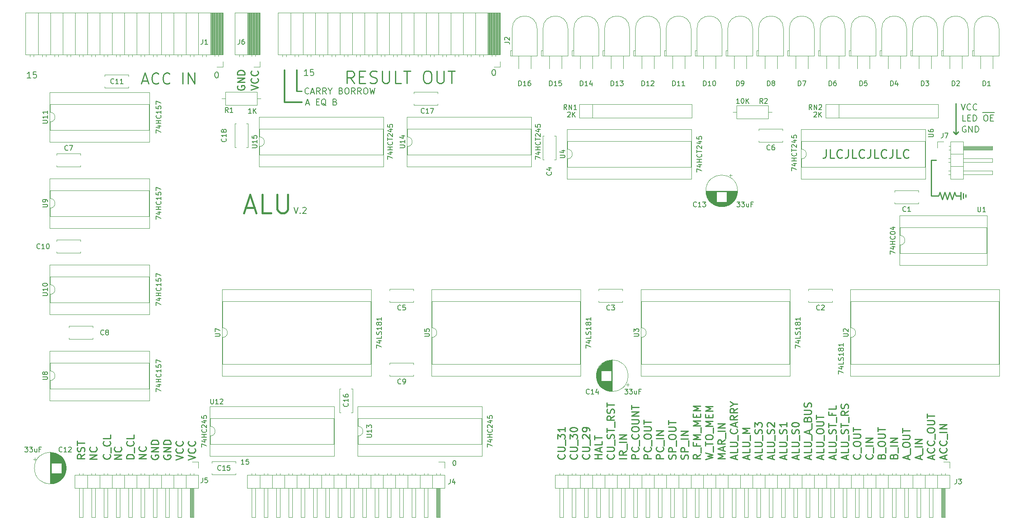
<source format=gto>
G04 #@! TF.GenerationSoftware,KiCad,Pcbnew,(5.1.5)-3*
G04 #@! TF.CreationDate,2022-12-08T21:20:14-08:00*
G04 #@! TF.ProjectId,alu,616c752e-6b69-4636-9164-5f7063625858,rev?*
G04 #@! TF.SameCoordinates,Original*
G04 #@! TF.FileFunction,Legend,Top*
G04 #@! TF.FilePolarity,Positive*
%FSLAX46Y46*%
G04 Gerber Fmt 4.6, Leading zero omitted, Abs format (unit mm)*
G04 Created by KiCad (PCBNEW (5.1.5)-3) date 2022-12-08 21:20:14*
%MOMM*%
%LPD*%
G04 APERTURE LIST*
%ADD10C,0.203200*%
%ADD11C,0.254000*%
%ADD12C,0.300000*%
%ADD13C,0.228600*%
%ADD14C,0.381000*%
%ADD15C,0.120000*%
%ADD16C,0.177800*%
%ADD17C,0.150000*%
%ADD18C,0.250000*%
%ADD19O,1.702000X1.702000*%
%ADD20R,1.702000X1.702000*%
%ADD21O,1.802000X1.802000*%
%ADD22R,1.802000X1.802000*%
%ADD23C,1.702000*%
%ADD24C,1.902000*%
%ADD25R,1.902000X1.902000*%
G04 APERTURE END LIST*
D10*
X109921523Y-88458523D02*
X110344857Y-89728523D01*
X110768190Y-88458523D01*
X111191523Y-89607571D02*
X111252000Y-89668047D01*
X111191523Y-89728523D01*
X111131047Y-89668047D01*
X111191523Y-89607571D01*
X111191523Y-89728523D01*
X111735809Y-88579476D02*
X111796285Y-88519000D01*
X111917238Y-88458523D01*
X112219619Y-88458523D01*
X112340571Y-88519000D01*
X112401047Y-88579476D01*
X112461523Y-88700428D01*
X112461523Y-88821380D01*
X112401047Y-89002809D01*
X111675333Y-89728523D01*
X112461523Y-89728523D01*
X93919523Y-60518523D02*
X94040476Y-60518523D01*
X94161428Y-60579000D01*
X94221904Y-60639476D01*
X94282380Y-60760428D01*
X94342857Y-61002333D01*
X94342857Y-61304714D01*
X94282380Y-61546619D01*
X94221904Y-61667571D01*
X94161428Y-61728047D01*
X94040476Y-61788523D01*
X93919523Y-61788523D01*
X93798571Y-61728047D01*
X93738095Y-61667571D01*
X93677619Y-61546619D01*
X93617142Y-61304714D01*
X93617142Y-61002333D01*
X93677619Y-60760428D01*
X93738095Y-60639476D01*
X93798571Y-60579000D01*
X93919523Y-60518523D01*
X55638095Y-61788523D02*
X54912380Y-61788523D01*
X55275238Y-61788523D02*
X55275238Y-60518523D01*
X55154285Y-60699952D01*
X55033333Y-60820904D01*
X54912380Y-60881380D01*
X56787142Y-60518523D02*
X56182380Y-60518523D01*
X56121904Y-61123285D01*
X56182380Y-61062809D01*
X56303333Y-61002333D01*
X56605714Y-61002333D01*
X56726666Y-61062809D01*
X56787142Y-61123285D01*
X56847619Y-61244238D01*
X56847619Y-61546619D01*
X56787142Y-61667571D01*
X56726666Y-61728047D01*
X56605714Y-61788523D01*
X56303333Y-61788523D01*
X56182380Y-61728047D01*
X56121904Y-61667571D01*
X151069523Y-60010523D02*
X151190476Y-60010523D01*
X151311428Y-60071000D01*
X151371904Y-60131476D01*
X151432380Y-60252428D01*
X151492857Y-60494333D01*
X151492857Y-60796714D01*
X151432380Y-61038619D01*
X151371904Y-61159571D01*
X151311428Y-61220047D01*
X151190476Y-61280523D01*
X151069523Y-61280523D01*
X150948571Y-61220047D01*
X150888095Y-61159571D01*
X150827619Y-61038619D01*
X150767142Y-60796714D01*
X150767142Y-60494333D01*
X150827619Y-60252428D01*
X150888095Y-60131476D01*
X150948571Y-60071000D01*
X151069523Y-60010523D01*
X112788095Y-61280523D02*
X112062380Y-61280523D01*
X112425238Y-61280523D02*
X112425238Y-60010523D01*
X112304285Y-60191952D01*
X112183333Y-60312904D01*
X112062380Y-60373380D01*
X113937142Y-60010523D02*
X113332380Y-60010523D01*
X113271904Y-60615285D01*
X113332380Y-60554809D01*
X113453333Y-60494333D01*
X113755714Y-60494333D01*
X113876666Y-60554809D01*
X113937142Y-60615285D01*
X113997619Y-60736238D01*
X113997619Y-61038619D01*
X113937142Y-61159571D01*
X113876666Y-61220047D01*
X113755714Y-61280523D01*
X113453333Y-61280523D01*
X113332380Y-61220047D01*
X113271904Y-61159571D01*
D11*
X241300000Y-78740000D02*
X241300000Y-86106000D01*
X242316000Y-78740000D02*
X241300000Y-78740000D01*
X247396000Y-86868000D02*
X247396000Y-85344000D01*
X242824000Y-86106000D02*
X241300000Y-86106000D01*
X247904000Y-86614000D02*
X247904000Y-85598000D01*
X246380000Y-86106000D02*
X247396000Y-86106000D01*
X246126000Y-85344000D02*
X245618000Y-86868000D01*
X248412000Y-86360000D02*
X248412000Y-85852000D01*
X246380000Y-86106000D02*
X246126000Y-85344000D01*
X243078000Y-85344000D02*
X242824000Y-86106000D01*
X243078000Y-85344000D02*
X243586000Y-86868000D01*
X244602000Y-86868000D02*
X245110000Y-85344000D01*
X245110000Y-85344000D02*
X245618000Y-86868000D01*
X244094000Y-85344000D02*
X244602000Y-86868000D01*
X243586000Y-86868000D02*
X244094000Y-85344000D01*
X246380000Y-73406000D02*
X246888000Y-72898000D01*
X245872000Y-72898000D02*
X246380000Y-73406000D01*
X246380000Y-67056000D02*
X246380000Y-73406000D01*
D12*
X111506000Y-66802000D02*
X107950000Y-66802000D01*
D11*
X110490000Y-64516000D02*
X111506000Y-64516000D01*
D10*
X248412000Y-70678523D02*
X247807238Y-70678523D01*
X247807238Y-69408523D01*
X248835333Y-70013285D02*
X249258666Y-70013285D01*
X249440095Y-70678523D02*
X248835333Y-70678523D01*
X248835333Y-69408523D01*
X249440095Y-69408523D01*
X249984380Y-70678523D02*
X249984380Y-69408523D01*
X250286761Y-69408523D01*
X250468190Y-69469000D01*
X250589142Y-69589952D01*
X250649619Y-69710904D01*
X250710095Y-69952809D01*
X250710095Y-70134238D01*
X250649619Y-70376142D01*
X250589142Y-70497095D01*
X250468190Y-70618047D01*
X250286761Y-70678523D01*
X249984380Y-70678523D01*
X251919619Y-68925440D02*
X253250095Y-68925440D01*
X252463904Y-69408523D02*
X252705809Y-69408523D01*
X252826761Y-69469000D01*
X252947714Y-69589952D01*
X253008190Y-69831857D01*
X253008190Y-70255190D01*
X252947714Y-70497095D01*
X252826761Y-70618047D01*
X252705809Y-70678523D01*
X252463904Y-70678523D01*
X252342952Y-70618047D01*
X252222000Y-70497095D01*
X252161523Y-70255190D01*
X252161523Y-69831857D01*
X252222000Y-69589952D01*
X252342952Y-69469000D01*
X252463904Y-69408523D01*
X253250095Y-68925440D02*
X254399142Y-68925440D01*
X253552476Y-70013285D02*
X253975809Y-70013285D01*
X254157238Y-70678523D02*
X253552476Y-70678523D01*
X253552476Y-69408523D01*
X254157238Y-69408523D01*
X248460380Y-71755000D02*
X248339428Y-71694523D01*
X248158000Y-71694523D01*
X247976571Y-71755000D01*
X247855619Y-71875952D01*
X247795142Y-71996904D01*
X247734666Y-72238809D01*
X247734666Y-72420238D01*
X247795142Y-72662142D01*
X247855619Y-72783095D01*
X247976571Y-72904047D01*
X248158000Y-72964523D01*
X248278952Y-72964523D01*
X248460380Y-72904047D01*
X248520857Y-72843571D01*
X248520857Y-72420238D01*
X248278952Y-72420238D01*
X249065142Y-72964523D02*
X249065142Y-71694523D01*
X249790857Y-72964523D01*
X249790857Y-71694523D01*
X250395619Y-72964523D02*
X250395619Y-71694523D01*
X250698000Y-71694523D01*
X250879428Y-71755000D01*
X251000380Y-71875952D01*
X251060857Y-71996904D01*
X251121333Y-72238809D01*
X251121333Y-72420238D01*
X251060857Y-72662142D01*
X251000380Y-72783095D01*
X250879428Y-72904047D01*
X250698000Y-72964523D01*
X250395619Y-72964523D01*
X247480666Y-67122523D02*
X247904000Y-68392523D01*
X248327333Y-67122523D01*
X249476380Y-68271571D02*
X249415904Y-68332047D01*
X249234476Y-68392523D01*
X249113523Y-68392523D01*
X248932095Y-68332047D01*
X248811142Y-68211095D01*
X248750666Y-68090142D01*
X248690190Y-67848238D01*
X248690190Y-67666809D01*
X248750666Y-67424904D01*
X248811142Y-67303952D01*
X248932095Y-67183000D01*
X249113523Y-67122523D01*
X249234476Y-67122523D01*
X249415904Y-67183000D01*
X249476380Y-67243476D01*
X250746380Y-68271571D02*
X250685904Y-68332047D01*
X250504476Y-68392523D01*
X250383523Y-68392523D01*
X250202095Y-68332047D01*
X250081142Y-68211095D01*
X250020666Y-68090142D01*
X249960190Y-67848238D01*
X249960190Y-67666809D01*
X250020666Y-67424904D01*
X250081142Y-67303952D01*
X250202095Y-67183000D01*
X250383523Y-67122523D01*
X250504476Y-67122523D01*
X250685904Y-67183000D01*
X250746380Y-67243476D01*
D11*
X98298000Y-63391142D02*
X98225428Y-63536285D01*
X98225428Y-63754000D01*
X98298000Y-63971714D01*
X98443142Y-64116857D01*
X98588285Y-64189428D01*
X98878571Y-64262000D01*
X99096285Y-64262000D01*
X99386571Y-64189428D01*
X99531714Y-64116857D01*
X99676857Y-63971714D01*
X99749428Y-63754000D01*
X99749428Y-63608857D01*
X99676857Y-63391142D01*
X99604285Y-63318571D01*
X99096285Y-63318571D01*
X99096285Y-63608857D01*
X99749428Y-62665428D02*
X98225428Y-62665428D01*
X99749428Y-61794571D01*
X98225428Y-61794571D01*
X99749428Y-61068857D02*
X98225428Y-61068857D01*
X98225428Y-60706000D01*
X98298000Y-60488285D01*
X98443142Y-60343142D01*
X98588285Y-60270571D01*
X98878571Y-60198000D01*
X99096285Y-60198000D01*
X99386571Y-60270571D01*
X99531714Y-60343142D01*
X99676857Y-60488285D01*
X99749428Y-60706000D01*
X99749428Y-61068857D01*
X101019428Y-64262000D02*
X102543428Y-63754000D01*
X101019428Y-63246000D01*
X102398285Y-61867142D02*
X102470857Y-61939714D01*
X102543428Y-62157428D01*
X102543428Y-62302571D01*
X102470857Y-62520285D01*
X102325714Y-62665428D01*
X102180571Y-62738000D01*
X101890285Y-62810571D01*
X101672571Y-62810571D01*
X101382285Y-62738000D01*
X101237142Y-62665428D01*
X101092000Y-62520285D01*
X101019428Y-62302571D01*
X101019428Y-62157428D01*
X101092000Y-61939714D01*
X101164571Y-61867142D01*
X102398285Y-60343142D02*
X102470857Y-60415714D01*
X102543428Y-60633428D01*
X102543428Y-60778571D01*
X102470857Y-60996285D01*
X102325714Y-61141428D01*
X102180571Y-61214000D01*
X101890285Y-61286571D01*
X101672571Y-61286571D01*
X101382285Y-61214000D01*
X101237142Y-61141428D01*
X101092000Y-60996285D01*
X101019428Y-60778571D01*
X101019428Y-60633428D01*
X101092000Y-60415714D01*
X101164571Y-60343142D01*
D13*
X219625333Y-76496333D02*
X219625333Y-77766333D01*
X219540666Y-78020333D01*
X219371333Y-78189666D01*
X219117333Y-78274333D01*
X218948000Y-78274333D01*
X221318666Y-78274333D02*
X220472000Y-78274333D01*
X220472000Y-76496333D01*
X222927333Y-78105000D02*
X222842666Y-78189666D01*
X222588666Y-78274333D01*
X222419333Y-78274333D01*
X222165333Y-78189666D01*
X221996000Y-78020333D01*
X221911333Y-77851000D01*
X221826666Y-77512333D01*
X221826666Y-77258333D01*
X221911333Y-76919666D01*
X221996000Y-76750333D01*
X222165333Y-76581000D01*
X222419333Y-76496333D01*
X222588666Y-76496333D01*
X222842666Y-76581000D01*
X222927333Y-76665666D01*
X224197333Y-76496333D02*
X224197333Y-77766333D01*
X224112666Y-78020333D01*
X223943333Y-78189666D01*
X223689333Y-78274333D01*
X223520000Y-78274333D01*
X225890666Y-78274333D02*
X225044000Y-78274333D01*
X225044000Y-76496333D01*
X227499333Y-78105000D02*
X227414666Y-78189666D01*
X227160666Y-78274333D01*
X226991333Y-78274333D01*
X226737333Y-78189666D01*
X226568000Y-78020333D01*
X226483333Y-77851000D01*
X226398666Y-77512333D01*
X226398666Y-77258333D01*
X226483333Y-76919666D01*
X226568000Y-76750333D01*
X226737333Y-76581000D01*
X226991333Y-76496333D01*
X227160666Y-76496333D01*
X227414666Y-76581000D01*
X227499333Y-76665666D01*
X228769333Y-76496333D02*
X228769333Y-77766333D01*
X228684666Y-78020333D01*
X228515333Y-78189666D01*
X228261333Y-78274333D01*
X228092000Y-78274333D01*
X230462666Y-78274333D02*
X229616000Y-78274333D01*
X229616000Y-76496333D01*
X232071333Y-78105000D02*
X231986666Y-78189666D01*
X231732666Y-78274333D01*
X231563333Y-78274333D01*
X231309333Y-78189666D01*
X231140000Y-78020333D01*
X231055333Y-77851000D01*
X230970666Y-77512333D01*
X230970666Y-77258333D01*
X231055333Y-76919666D01*
X231140000Y-76750333D01*
X231309333Y-76581000D01*
X231563333Y-76496333D01*
X231732666Y-76496333D01*
X231986666Y-76581000D01*
X232071333Y-76665666D01*
X233341333Y-76496333D02*
X233341333Y-77766333D01*
X233256666Y-78020333D01*
X233087333Y-78189666D01*
X232833333Y-78274333D01*
X232664000Y-78274333D01*
X235034666Y-78274333D02*
X234188000Y-78274333D01*
X234188000Y-76496333D01*
X236643333Y-78105000D02*
X236558666Y-78189666D01*
X236304666Y-78274333D01*
X236135333Y-78274333D01*
X235881333Y-78189666D01*
X235712000Y-78020333D01*
X235627333Y-77851000D01*
X235542666Y-77512333D01*
X235542666Y-77258333D01*
X235627333Y-76919666D01*
X235712000Y-76750333D01*
X235881333Y-76581000D01*
X236135333Y-76496333D01*
X236304666Y-76496333D01*
X236558666Y-76581000D01*
X236643333Y-76665666D01*
D14*
X99949000Y-88519000D02*
X101763285Y-88519000D01*
X99586142Y-89607571D02*
X100856142Y-85797571D01*
X102126142Y-89607571D01*
X105210428Y-89607571D02*
X103396142Y-89607571D01*
X103396142Y-85797571D01*
X106480428Y-85797571D02*
X106480428Y-88881857D01*
X106661857Y-89244714D01*
X106843285Y-89426142D01*
X107206142Y-89607571D01*
X107931857Y-89607571D01*
X108294714Y-89426142D01*
X108476142Y-89244714D01*
X108657571Y-88881857D01*
X108657571Y-85797571D01*
D12*
X107950000Y-66802000D02*
X107950000Y-60198000D01*
X110490000Y-64516000D02*
X110490000Y-60198000D01*
D10*
X112969523Y-64969571D02*
X112909047Y-65030047D01*
X112727619Y-65090523D01*
X112606666Y-65090523D01*
X112425238Y-65030047D01*
X112304285Y-64909095D01*
X112243809Y-64788142D01*
X112183333Y-64546238D01*
X112183333Y-64364809D01*
X112243809Y-64122904D01*
X112304285Y-64001952D01*
X112425238Y-63881000D01*
X112606666Y-63820523D01*
X112727619Y-63820523D01*
X112909047Y-63881000D01*
X112969523Y-63941476D01*
X113453333Y-64727666D02*
X114058095Y-64727666D01*
X113332380Y-65090523D02*
X113755714Y-63820523D01*
X114179047Y-65090523D01*
X115328095Y-65090523D02*
X114904761Y-64485761D01*
X114602380Y-65090523D02*
X114602380Y-63820523D01*
X115086190Y-63820523D01*
X115207142Y-63881000D01*
X115267619Y-63941476D01*
X115328095Y-64062428D01*
X115328095Y-64243857D01*
X115267619Y-64364809D01*
X115207142Y-64425285D01*
X115086190Y-64485761D01*
X114602380Y-64485761D01*
X116598095Y-65090523D02*
X116174761Y-64485761D01*
X115872380Y-65090523D02*
X115872380Y-63820523D01*
X116356190Y-63820523D01*
X116477142Y-63881000D01*
X116537619Y-63941476D01*
X116598095Y-64062428D01*
X116598095Y-64243857D01*
X116537619Y-64364809D01*
X116477142Y-64425285D01*
X116356190Y-64485761D01*
X115872380Y-64485761D01*
X117384285Y-64485761D02*
X117384285Y-65090523D01*
X116960952Y-63820523D02*
X117384285Y-64485761D01*
X117807619Y-63820523D01*
X119621904Y-64425285D02*
X119803333Y-64485761D01*
X119863809Y-64546238D01*
X119924285Y-64667190D01*
X119924285Y-64848619D01*
X119863809Y-64969571D01*
X119803333Y-65030047D01*
X119682380Y-65090523D01*
X119198571Y-65090523D01*
X119198571Y-63820523D01*
X119621904Y-63820523D01*
X119742857Y-63881000D01*
X119803333Y-63941476D01*
X119863809Y-64062428D01*
X119863809Y-64183380D01*
X119803333Y-64304333D01*
X119742857Y-64364809D01*
X119621904Y-64425285D01*
X119198571Y-64425285D01*
X120710476Y-63820523D02*
X120952380Y-63820523D01*
X121073333Y-63881000D01*
X121194285Y-64001952D01*
X121254761Y-64243857D01*
X121254761Y-64667190D01*
X121194285Y-64909095D01*
X121073333Y-65030047D01*
X120952380Y-65090523D01*
X120710476Y-65090523D01*
X120589523Y-65030047D01*
X120468571Y-64909095D01*
X120408095Y-64667190D01*
X120408095Y-64243857D01*
X120468571Y-64001952D01*
X120589523Y-63881000D01*
X120710476Y-63820523D01*
X122524761Y-65090523D02*
X122101428Y-64485761D01*
X121799047Y-65090523D02*
X121799047Y-63820523D01*
X122282857Y-63820523D01*
X122403809Y-63881000D01*
X122464285Y-63941476D01*
X122524761Y-64062428D01*
X122524761Y-64243857D01*
X122464285Y-64364809D01*
X122403809Y-64425285D01*
X122282857Y-64485761D01*
X121799047Y-64485761D01*
X123794761Y-65090523D02*
X123371428Y-64485761D01*
X123069047Y-65090523D02*
X123069047Y-63820523D01*
X123552857Y-63820523D01*
X123673809Y-63881000D01*
X123734285Y-63941476D01*
X123794761Y-64062428D01*
X123794761Y-64243857D01*
X123734285Y-64364809D01*
X123673809Y-64425285D01*
X123552857Y-64485761D01*
X123069047Y-64485761D01*
X124580952Y-63820523D02*
X124822857Y-63820523D01*
X124943809Y-63881000D01*
X125064761Y-64001952D01*
X125125238Y-64243857D01*
X125125238Y-64667190D01*
X125064761Y-64909095D01*
X124943809Y-65030047D01*
X124822857Y-65090523D01*
X124580952Y-65090523D01*
X124460000Y-65030047D01*
X124339047Y-64909095D01*
X124278571Y-64667190D01*
X124278571Y-64243857D01*
X124339047Y-64001952D01*
X124460000Y-63881000D01*
X124580952Y-63820523D01*
X125548571Y-63820523D02*
X125850952Y-65090523D01*
X126092857Y-64183380D01*
X126334761Y-65090523D01*
X126637142Y-63820523D01*
X112425238Y-67013666D02*
X113030000Y-67013666D01*
X112304285Y-67376523D02*
X112727619Y-66106523D01*
X113150952Y-67376523D01*
X114541904Y-66711285D02*
X114965238Y-66711285D01*
X115146666Y-67376523D02*
X114541904Y-67376523D01*
X114541904Y-66106523D01*
X115146666Y-66106523D01*
X116537619Y-67497476D02*
X116416666Y-67437000D01*
X116295714Y-67316047D01*
X116114285Y-67134619D01*
X115993333Y-67074142D01*
X115872380Y-67074142D01*
X115932857Y-67376523D02*
X115811904Y-67316047D01*
X115690952Y-67195095D01*
X115630476Y-66953190D01*
X115630476Y-66529857D01*
X115690952Y-66287952D01*
X115811904Y-66167000D01*
X115932857Y-66106523D01*
X116174761Y-66106523D01*
X116295714Y-66167000D01*
X116416666Y-66287952D01*
X116477142Y-66529857D01*
X116477142Y-66953190D01*
X116416666Y-67195095D01*
X116295714Y-67316047D01*
X116174761Y-67376523D01*
X115932857Y-67376523D01*
X118412380Y-66711285D02*
X118593809Y-66771761D01*
X118654285Y-66832238D01*
X118714761Y-66953190D01*
X118714761Y-67134619D01*
X118654285Y-67255571D01*
X118593809Y-67316047D01*
X118472857Y-67376523D01*
X117989047Y-67376523D01*
X117989047Y-66106523D01*
X118412380Y-66106523D01*
X118533333Y-66167000D01*
X118593809Y-66227476D01*
X118654285Y-66348428D01*
X118654285Y-66469380D01*
X118593809Y-66590333D01*
X118533333Y-66650809D01*
X118412380Y-66711285D01*
X117989047Y-66711285D01*
D11*
X122331238Y-62871047D02*
X121484571Y-61661523D01*
X120879809Y-62871047D02*
X120879809Y-60331047D01*
X121847428Y-60331047D01*
X122089333Y-60452000D01*
X122210285Y-60572952D01*
X122331238Y-60814857D01*
X122331238Y-61177714D01*
X122210285Y-61419619D01*
X122089333Y-61540571D01*
X121847428Y-61661523D01*
X120879809Y-61661523D01*
X123419809Y-61540571D02*
X124266476Y-61540571D01*
X124629333Y-62871047D02*
X123419809Y-62871047D01*
X123419809Y-60331047D01*
X124629333Y-60331047D01*
X125596952Y-62750095D02*
X125959809Y-62871047D01*
X126564571Y-62871047D01*
X126806476Y-62750095D01*
X126927428Y-62629142D01*
X127048380Y-62387238D01*
X127048380Y-62145333D01*
X126927428Y-61903428D01*
X126806476Y-61782476D01*
X126564571Y-61661523D01*
X126080761Y-61540571D01*
X125838857Y-61419619D01*
X125717904Y-61298666D01*
X125596952Y-61056761D01*
X125596952Y-60814857D01*
X125717904Y-60572952D01*
X125838857Y-60452000D01*
X126080761Y-60331047D01*
X126685523Y-60331047D01*
X127048380Y-60452000D01*
X128136952Y-60331047D02*
X128136952Y-62387238D01*
X128257904Y-62629142D01*
X128378857Y-62750095D01*
X128620761Y-62871047D01*
X129104571Y-62871047D01*
X129346476Y-62750095D01*
X129467428Y-62629142D01*
X129588380Y-62387238D01*
X129588380Y-60331047D01*
X132007428Y-62871047D02*
X130797904Y-62871047D01*
X130797904Y-60331047D01*
X132491238Y-60331047D02*
X133942666Y-60331047D01*
X133216952Y-62871047D02*
X133216952Y-60331047D01*
X137208380Y-60331047D02*
X137692190Y-60331047D01*
X137934095Y-60452000D01*
X138176000Y-60693904D01*
X138296952Y-61177714D01*
X138296952Y-62024380D01*
X138176000Y-62508190D01*
X137934095Y-62750095D01*
X137692190Y-62871047D01*
X137208380Y-62871047D01*
X136966476Y-62750095D01*
X136724571Y-62508190D01*
X136603619Y-62024380D01*
X136603619Y-61177714D01*
X136724571Y-60693904D01*
X136966476Y-60452000D01*
X137208380Y-60331047D01*
X139385523Y-60331047D02*
X139385523Y-62387238D01*
X139506476Y-62629142D01*
X139627428Y-62750095D01*
X139869333Y-62871047D01*
X140353142Y-62871047D01*
X140595047Y-62750095D01*
X140716000Y-62629142D01*
X140836952Y-62387238D01*
X140836952Y-60331047D01*
X141683619Y-60331047D02*
X143135047Y-60331047D01*
X142409333Y-62871047D02*
X142409333Y-60331047D01*
X78631142Y-62357000D02*
X79719714Y-62357000D01*
X78413428Y-63010142D02*
X79175428Y-60724142D01*
X79937428Y-63010142D01*
X82005714Y-62792428D02*
X81896857Y-62901285D01*
X81570285Y-63010142D01*
X81352571Y-63010142D01*
X81026000Y-62901285D01*
X80808285Y-62683571D01*
X80699428Y-62465857D01*
X80590571Y-62030428D01*
X80590571Y-61703857D01*
X80699428Y-61268428D01*
X80808285Y-61050714D01*
X81026000Y-60833000D01*
X81352571Y-60724142D01*
X81570285Y-60724142D01*
X81896857Y-60833000D01*
X82005714Y-60941857D01*
X84291714Y-62792428D02*
X84182857Y-62901285D01*
X83856285Y-63010142D01*
X83638571Y-63010142D01*
X83312000Y-62901285D01*
X83094285Y-62683571D01*
X82985428Y-62465857D01*
X82876571Y-62030428D01*
X82876571Y-61703857D01*
X82985428Y-61268428D01*
X83094285Y-61050714D01*
X83312000Y-60833000D01*
X83638571Y-60724142D01*
X83856285Y-60724142D01*
X84182857Y-60833000D01*
X84291714Y-60941857D01*
X87013142Y-63010142D02*
X87013142Y-60724142D01*
X88101714Y-63010142D02*
X88101714Y-60724142D01*
X89408000Y-63010142D01*
X89408000Y-60724142D01*
D15*
X234830000Y-90110000D02*
X234830000Y-100390000D01*
X252850000Y-90110000D02*
X234830000Y-90110000D01*
X252850000Y-100390000D02*
X252850000Y-90110000D01*
X234830000Y-100390000D02*
X252850000Y-100390000D01*
X234890000Y-92600000D02*
X234890000Y-94250000D01*
X252790000Y-92600000D02*
X234890000Y-92600000D01*
X252790000Y-97900000D02*
X252790000Y-92600000D01*
X234890000Y-97900000D02*
X252790000Y-97900000D01*
X234890000Y-96250000D02*
X234890000Y-97900000D01*
X234890000Y-94250000D02*
G75*
G02X234890000Y-96250000I0J-1000000D01*
G01*
X242570000Y-74930000D02*
X243840000Y-74930000D01*
X242570000Y-76200000D02*
X242570000Y-74930000D01*
X244882929Y-81660000D02*
X245280000Y-81660000D01*
X244882929Y-80900000D02*
X245280000Y-80900000D01*
X253940000Y-81660000D02*
X247940000Y-81660000D01*
X253940000Y-80900000D02*
X253940000Y-81660000D01*
X247940000Y-80900000D02*
X253940000Y-80900000D01*
X245280000Y-80010000D02*
X247940000Y-80010000D01*
X244882929Y-79120000D02*
X245280000Y-79120000D01*
X244882929Y-78360000D02*
X245280000Y-78360000D01*
X253940000Y-79120000D02*
X247940000Y-79120000D01*
X253940000Y-78360000D02*
X253940000Y-79120000D01*
X247940000Y-78360000D02*
X253940000Y-78360000D01*
X245280000Y-77470000D02*
X247940000Y-77470000D01*
X244950000Y-76580000D02*
X245280000Y-76580000D01*
X244950000Y-75820000D02*
X245280000Y-75820000D01*
X247940000Y-76480000D02*
X253940000Y-76480000D01*
X247940000Y-76360000D02*
X253940000Y-76360000D01*
X247940000Y-76240000D02*
X253940000Y-76240000D01*
X247940000Y-76120000D02*
X253940000Y-76120000D01*
X247940000Y-76000000D02*
X253940000Y-76000000D01*
X247940000Y-75880000D02*
X253940000Y-75880000D01*
X253940000Y-76580000D02*
X247940000Y-76580000D01*
X253940000Y-75820000D02*
X253940000Y-76580000D01*
X247940000Y-75820000D02*
X253940000Y-75820000D01*
X247940000Y-74870000D02*
X245280000Y-74870000D01*
X247940000Y-82610000D02*
X247940000Y-74870000D01*
X245280000Y-82610000D02*
X247940000Y-82610000D01*
X245280000Y-74870000D02*
X245280000Y-82610000D01*
X102750000Y-69790000D02*
X102750000Y-80070000D01*
X128390000Y-69790000D02*
X102750000Y-69790000D01*
X128390000Y-80070000D02*
X128390000Y-69790000D01*
X102750000Y-80070000D02*
X128390000Y-80070000D01*
X102810000Y-72280000D02*
X102810000Y-73930000D01*
X128330000Y-72280000D02*
X102810000Y-72280000D01*
X128330000Y-77580000D02*
X128330000Y-72280000D01*
X102810000Y-77580000D02*
X128330000Y-77580000D01*
X102810000Y-75930000D02*
X102810000Y-77580000D01*
X102810000Y-73930000D02*
G75*
G02X102810000Y-75930000I0J-1000000D01*
G01*
X133230000Y-69790000D02*
X133230000Y-80070000D01*
X158870000Y-69790000D02*
X133230000Y-69790000D01*
X158870000Y-80070000D02*
X158870000Y-69790000D01*
X133230000Y-80070000D02*
X158870000Y-80070000D01*
X133290000Y-72280000D02*
X133290000Y-73930000D01*
X158810000Y-72280000D02*
X133290000Y-72280000D01*
X158810000Y-77580000D02*
X158810000Y-72280000D01*
X133290000Y-77580000D02*
X158810000Y-77580000D01*
X133290000Y-75930000D02*
X133290000Y-77580000D01*
X133290000Y-73930000D02*
G75*
G02X133290000Y-75930000I0J-1000000D01*
G01*
X98005000Y-76090000D02*
X97690000Y-76090000D01*
X100430000Y-76090000D02*
X100115000Y-76090000D01*
X98005000Y-71150000D02*
X97690000Y-71150000D01*
X100430000Y-71150000D02*
X100115000Y-71150000D01*
X97690000Y-71150000D02*
X97690000Y-76090000D01*
X100430000Y-71150000D02*
X100430000Y-76090000D01*
X139590000Y-67095000D02*
X139590000Y-67410000D01*
X139590000Y-64670000D02*
X139590000Y-64985000D01*
X134650000Y-67095000D02*
X134650000Y-67410000D01*
X134650000Y-64670000D02*
X134650000Y-64985000D01*
X134650000Y-67410000D02*
X139590000Y-67410000D01*
X134650000Y-64670000D02*
X139590000Y-64670000D01*
X102930000Y-58420000D02*
X102930000Y-59530000D01*
X102930000Y-59530000D02*
X101600000Y-59530000D01*
X102930000Y-48330000D02*
X97730000Y-48330000D01*
X97730000Y-48330000D02*
X97730000Y-56960000D01*
X102930000Y-56960000D02*
X97730000Y-56960000D01*
X102930000Y-48330000D02*
X102930000Y-56960000D01*
X100330000Y-48330000D02*
X100330000Y-56960000D01*
X98700000Y-56960000D02*
X98700000Y-57370000D01*
X99420000Y-56960000D02*
X99420000Y-57370000D01*
X101240000Y-56960000D02*
X101240000Y-57310000D01*
X101960000Y-56960000D02*
X101960000Y-57310000D01*
X100448100Y-48330000D02*
X100448100Y-56960000D01*
X100566195Y-48330000D02*
X100566195Y-56960000D01*
X100684290Y-48330000D02*
X100684290Y-56960000D01*
X100802385Y-48330000D02*
X100802385Y-56960000D01*
X100920480Y-48330000D02*
X100920480Y-56960000D01*
X101038575Y-48330000D02*
X101038575Y-56960000D01*
X101156670Y-48330000D02*
X101156670Y-56960000D01*
X101274765Y-48330000D02*
X101274765Y-56960000D01*
X101392860Y-48330000D02*
X101392860Y-56960000D01*
X101510955Y-48330000D02*
X101510955Y-56960000D01*
X101629050Y-48330000D02*
X101629050Y-56960000D01*
X101747145Y-48330000D02*
X101747145Y-56960000D01*
X101865240Y-48330000D02*
X101865240Y-56960000D01*
X101983335Y-48330000D02*
X101983335Y-56960000D01*
X102101430Y-48330000D02*
X102101430Y-56960000D01*
X102219525Y-48330000D02*
X102219525Y-56960000D01*
X102337620Y-48330000D02*
X102337620Y-56960000D01*
X102455715Y-48330000D02*
X102455715Y-56960000D01*
X102573810Y-48330000D02*
X102573810Y-56960000D01*
X102691905Y-48330000D02*
X102691905Y-56960000D01*
X102810000Y-48330000D02*
X102810000Y-56960000D01*
X200430000Y-68834000D02*
X201200000Y-68834000D01*
X208510000Y-68834000D02*
X207740000Y-68834000D01*
X201200000Y-70204000D02*
X207740000Y-70204000D01*
X201200000Y-67464000D02*
X201200000Y-70204000D01*
X207740000Y-67464000D02*
X201200000Y-67464000D01*
X207740000Y-70204000D02*
X207740000Y-67464000D01*
X123070000Y-129480000D02*
X123070000Y-139760000D01*
X148710000Y-129480000D02*
X123070000Y-129480000D01*
X148710000Y-139760000D02*
X148710000Y-129480000D01*
X123070000Y-139760000D02*
X148710000Y-139760000D01*
X123130000Y-131970000D02*
X123130000Y-133620000D01*
X148650000Y-131970000D02*
X123130000Y-131970000D01*
X148650000Y-137270000D02*
X148650000Y-131970000D01*
X123130000Y-137270000D02*
X148650000Y-137270000D01*
X123130000Y-135620000D02*
X123130000Y-137270000D01*
X123130000Y-133620000D02*
G75*
G02X123130000Y-135620000I0J-1000000D01*
G01*
X92590000Y-129480000D02*
X92590000Y-139760000D01*
X118230000Y-129480000D02*
X92590000Y-129480000D01*
X118230000Y-139760000D02*
X118230000Y-129480000D01*
X92590000Y-139760000D02*
X118230000Y-139760000D01*
X92650000Y-131970000D02*
X92650000Y-133620000D01*
X118170000Y-131970000D02*
X92650000Y-131970000D01*
X118170000Y-137270000D02*
X118170000Y-131970000D01*
X92650000Y-137270000D02*
X118170000Y-137270000D01*
X92650000Y-135620000D02*
X92650000Y-137270000D01*
X92650000Y-133620000D02*
G75*
G02X92650000Y-135620000I0J-1000000D01*
G01*
X121705000Y-125840000D02*
X122020000Y-125840000D01*
X119280000Y-125840000D02*
X119595000Y-125840000D01*
X121705000Y-130780000D02*
X122020000Y-130780000D01*
X119280000Y-130780000D02*
X119595000Y-130780000D01*
X122020000Y-130780000D02*
X122020000Y-125840000D01*
X119280000Y-130780000D02*
X119280000Y-125840000D01*
X97934000Y-143295000D02*
X97934000Y-143610000D01*
X97934000Y-140870000D02*
X97934000Y-141185000D01*
X92994000Y-143295000D02*
X92994000Y-143610000D01*
X92994000Y-140870000D02*
X92994000Y-141185000D01*
X92994000Y-143610000D02*
X97934000Y-143610000D01*
X92994000Y-140870000D02*
X97934000Y-140870000D01*
X90230000Y-143680000D02*
X64710000Y-143680000D01*
X64710000Y-143680000D02*
X64710000Y-146340000D01*
X64710000Y-146340000D02*
X90230000Y-146340000D01*
X90230000Y-146340000D02*
X90230000Y-143680000D01*
X89280000Y-146340000D02*
X89280000Y-152340000D01*
X89280000Y-152340000D02*
X88520000Y-152340000D01*
X88520000Y-152340000D02*
X88520000Y-146340000D01*
X89220000Y-146340000D02*
X89220000Y-152340000D01*
X89100000Y-146340000D02*
X89100000Y-152340000D01*
X88980000Y-146340000D02*
X88980000Y-152340000D01*
X88860000Y-146340000D02*
X88860000Y-152340000D01*
X88740000Y-146340000D02*
X88740000Y-152340000D01*
X88620000Y-146340000D02*
X88620000Y-152340000D01*
X89280000Y-143350000D02*
X89280000Y-143680000D01*
X88520000Y-143350000D02*
X88520000Y-143680000D01*
X87630000Y-143680000D02*
X87630000Y-146340000D01*
X86740000Y-146340000D02*
X86740000Y-152340000D01*
X86740000Y-152340000D02*
X85980000Y-152340000D01*
X85980000Y-152340000D02*
X85980000Y-146340000D01*
X86740000Y-143282929D02*
X86740000Y-143680000D01*
X85980000Y-143282929D02*
X85980000Y-143680000D01*
X85090000Y-143680000D02*
X85090000Y-146340000D01*
X84200000Y-146340000D02*
X84200000Y-152340000D01*
X84200000Y-152340000D02*
X83440000Y-152340000D01*
X83440000Y-152340000D02*
X83440000Y-146340000D01*
X84200000Y-143282929D02*
X84200000Y-143680000D01*
X83440000Y-143282929D02*
X83440000Y-143680000D01*
X82550000Y-143680000D02*
X82550000Y-146340000D01*
X81660000Y-146340000D02*
X81660000Y-152340000D01*
X81660000Y-152340000D02*
X80900000Y-152340000D01*
X80900000Y-152340000D02*
X80900000Y-146340000D01*
X81660000Y-143282929D02*
X81660000Y-143680000D01*
X80900000Y-143282929D02*
X80900000Y-143680000D01*
X80010000Y-143680000D02*
X80010000Y-146340000D01*
X79120000Y-146340000D02*
X79120000Y-152340000D01*
X79120000Y-152340000D02*
X78360000Y-152340000D01*
X78360000Y-152340000D02*
X78360000Y-146340000D01*
X79120000Y-143282929D02*
X79120000Y-143680000D01*
X78360000Y-143282929D02*
X78360000Y-143680000D01*
X77470000Y-143680000D02*
X77470000Y-146340000D01*
X76580000Y-146340000D02*
X76580000Y-152340000D01*
X76580000Y-152340000D02*
X75820000Y-152340000D01*
X75820000Y-152340000D02*
X75820000Y-146340000D01*
X76580000Y-143282929D02*
X76580000Y-143680000D01*
X75820000Y-143282929D02*
X75820000Y-143680000D01*
X74930000Y-143680000D02*
X74930000Y-146340000D01*
X74040000Y-146340000D02*
X74040000Y-152340000D01*
X74040000Y-152340000D02*
X73280000Y-152340000D01*
X73280000Y-152340000D02*
X73280000Y-146340000D01*
X74040000Y-143282929D02*
X74040000Y-143680000D01*
X73280000Y-143282929D02*
X73280000Y-143680000D01*
X72390000Y-143680000D02*
X72390000Y-146340000D01*
X71500000Y-146340000D02*
X71500000Y-152340000D01*
X71500000Y-152340000D02*
X70740000Y-152340000D01*
X70740000Y-152340000D02*
X70740000Y-146340000D01*
X71500000Y-143282929D02*
X71500000Y-143680000D01*
X70740000Y-143282929D02*
X70740000Y-143680000D01*
X69850000Y-143680000D02*
X69850000Y-146340000D01*
X68960000Y-146340000D02*
X68960000Y-152340000D01*
X68960000Y-152340000D02*
X68200000Y-152340000D01*
X68200000Y-152340000D02*
X68200000Y-146340000D01*
X68960000Y-143282929D02*
X68960000Y-143680000D01*
X68200000Y-143282929D02*
X68200000Y-143680000D01*
X67310000Y-143680000D02*
X67310000Y-146340000D01*
X66420000Y-146340000D02*
X66420000Y-152340000D01*
X66420000Y-152340000D02*
X65660000Y-152340000D01*
X65660000Y-152340000D02*
X65660000Y-146340000D01*
X66420000Y-143282929D02*
X66420000Y-143680000D01*
X65660000Y-143282929D02*
X65660000Y-143680000D01*
X88900000Y-140970000D02*
X90170000Y-140970000D01*
X90170000Y-140970000D02*
X90170000Y-142240000D01*
X141030000Y-143680000D02*
X100270000Y-143680000D01*
X100270000Y-143680000D02*
X100270000Y-146340000D01*
X100270000Y-146340000D02*
X141030000Y-146340000D01*
X141030000Y-146340000D02*
X141030000Y-143680000D01*
X140080000Y-146340000D02*
X140080000Y-152340000D01*
X140080000Y-152340000D02*
X139320000Y-152340000D01*
X139320000Y-152340000D02*
X139320000Y-146340000D01*
X140020000Y-146340000D02*
X140020000Y-152340000D01*
X139900000Y-146340000D02*
X139900000Y-152340000D01*
X139780000Y-146340000D02*
X139780000Y-152340000D01*
X139660000Y-146340000D02*
X139660000Y-152340000D01*
X139540000Y-146340000D02*
X139540000Y-152340000D01*
X139420000Y-146340000D02*
X139420000Y-152340000D01*
X140080000Y-143350000D02*
X140080000Y-143680000D01*
X139320000Y-143350000D02*
X139320000Y-143680000D01*
X138430000Y-143680000D02*
X138430000Y-146340000D01*
X137540000Y-146340000D02*
X137540000Y-152340000D01*
X137540000Y-152340000D02*
X136780000Y-152340000D01*
X136780000Y-152340000D02*
X136780000Y-146340000D01*
X137540000Y-143282929D02*
X137540000Y-143680000D01*
X136780000Y-143282929D02*
X136780000Y-143680000D01*
X135890000Y-143680000D02*
X135890000Y-146340000D01*
X135000000Y-146340000D02*
X135000000Y-152340000D01*
X135000000Y-152340000D02*
X134240000Y-152340000D01*
X134240000Y-152340000D02*
X134240000Y-146340000D01*
X135000000Y-143282929D02*
X135000000Y-143680000D01*
X134240000Y-143282929D02*
X134240000Y-143680000D01*
X133350000Y-143680000D02*
X133350000Y-146340000D01*
X132460000Y-146340000D02*
X132460000Y-152340000D01*
X132460000Y-152340000D02*
X131700000Y-152340000D01*
X131700000Y-152340000D02*
X131700000Y-146340000D01*
X132460000Y-143282929D02*
X132460000Y-143680000D01*
X131700000Y-143282929D02*
X131700000Y-143680000D01*
X130810000Y-143680000D02*
X130810000Y-146340000D01*
X129920000Y-146340000D02*
X129920000Y-152340000D01*
X129920000Y-152340000D02*
X129160000Y-152340000D01*
X129160000Y-152340000D02*
X129160000Y-146340000D01*
X129920000Y-143282929D02*
X129920000Y-143680000D01*
X129160000Y-143282929D02*
X129160000Y-143680000D01*
X128270000Y-143680000D02*
X128270000Y-146340000D01*
X127380000Y-146340000D02*
X127380000Y-152340000D01*
X127380000Y-152340000D02*
X126620000Y-152340000D01*
X126620000Y-152340000D02*
X126620000Y-146340000D01*
X127380000Y-143282929D02*
X127380000Y-143680000D01*
X126620000Y-143282929D02*
X126620000Y-143680000D01*
X125730000Y-143680000D02*
X125730000Y-146340000D01*
X124840000Y-146340000D02*
X124840000Y-152340000D01*
X124840000Y-152340000D02*
X124080000Y-152340000D01*
X124080000Y-152340000D02*
X124080000Y-146340000D01*
X124840000Y-143282929D02*
X124840000Y-143680000D01*
X124080000Y-143282929D02*
X124080000Y-143680000D01*
X123190000Y-143680000D02*
X123190000Y-146340000D01*
X122300000Y-146340000D02*
X122300000Y-152340000D01*
X122300000Y-152340000D02*
X121540000Y-152340000D01*
X121540000Y-152340000D02*
X121540000Y-146340000D01*
X122300000Y-143282929D02*
X122300000Y-143680000D01*
X121540000Y-143282929D02*
X121540000Y-143680000D01*
X120650000Y-143680000D02*
X120650000Y-146340000D01*
X119760000Y-146340000D02*
X119760000Y-152340000D01*
X119760000Y-152340000D02*
X119000000Y-152340000D01*
X119000000Y-152340000D02*
X119000000Y-146340000D01*
X119760000Y-143282929D02*
X119760000Y-143680000D01*
X119000000Y-143282929D02*
X119000000Y-143680000D01*
X118110000Y-143680000D02*
X118110000Y-146340000D01*
X117220000Y-146340000D02*
X117220000Y-152340000D01*
X117220000Y-152340000D02*
X116460000Y-152340000D01*
X116460000Y-152340000D02*
X116460000Y-146340000D01*
X117220000Y-143282929D02*
X117220000Y-143680000D01*
X116460000Y-143282929D02*
X116460000Y-143680000D01*
X115570000Y-143680000D02*
X115570000Y-146340000D01*
X114680000Y-146340000D02*
X114680000Y-152340000D01*
X114680000Y-152340000D02*
X113920000Y-152340000D01*
X113920000Y-152340000D02*
X113920000Y-146340000D01*
X114680000Y-143282929D02*
X114680000Y-143680000D01*
X113920000Y-143282929D02*
X113920000Y-143680000D01*
X113030000Y-143680000D02*
X113030000Y-146340000D01*
X112140000Y-146340000D02*
X112140000Y-152340000D01*
X112140000Y-152340000D02*
X111380000Y-152340000D01*
X111380000Y-152340000D02*
X111380000Y-146340000D01*
X112140000Y-143282929D02*
X112140000Y-143680000D01*
X111380000Y-143282929D02*
X111380000Y-143680000D01*
X110490000Y-143680000D02*
X110490000Y-146340000D01*
X109600000Y-146340000D02*
X109600000Y-152340000D01*
X109600000Y-152340000D02*
X108840000Y-152340000D01*
X108840000Y-152340000D02*
X108840000Y-146340000D01*
X109600000Y-143282929D02*
X109600000Y-143680000D01*
X108840000Y-143282929D02*
X108840000Y-143680000D01*
X107950000Y-143680000D02*
X107950000Y-146340000D01*
X107060000Y-146340000D02*
X107060000Y-152340000D01*
X107060000Y-152340000D02*
X106300000Y-152340000D01*
X106300000Y-152340000D02*
X106300000Y-146340000D01*
X107060000Y-143282929D02*
X107060000Y-143680000D01*
X106300000Y-143282929D02*
X106300000Y-143680000D01*
X105410000Y-143680000D02*
X105410000Y-146340000D01*
X104520000Y-146340000D02*
X104520000Y-152340000D01*
X104520000Y-152340000D02*
X103760000Y-152340000D01*
X103760000Y-152340000D02*
X103760000Y-146340000D01*
X104520000Y-143282929D02*
X104520000Y-143680000D01*
X103760000Y-143282929D02*
X103760000Y-143680000D01*
X102870000Y-143680000D02*
X102870000Y-146340000D01*
X101980000Y-146340000D02*
X101980000Y-152340000D01*
X101980000Y-152340000D02*
X101220000Y-152340000D01*
X101220000Y-152340000D02*
X101220000Y-146340000D01*
X101980000Y-143282929D02*
X101980000Y-143680000D01*
X101220000Y-143282929D02*
X101220000Y-143680000D01*
X139700000Y-140970000D02*
X140970000Y-140970000D01*
X140970000Y-140970000D02*
X140970000Y-142240000D01*
X245110000Y-140970000D02*
X245110000Y-142240000D01*
X243840000Y-140970000D02*
X245110000Y-140970000D01*
X164720000Y-143282929D02*
X164720000Y-143680000D01*
X165480000Y-143282929D02*
X165480000Y-143680000D01*
X164720000Y-152340000D02*
X164720000Y-146340000D01*
X165480000Y-152340000D02*
X164720000Y-152340000D01*
X165480000Y-146340000D02*
X165480000Y-152340000D01*
X166370000Y-143680000D02*
X166370000Y-146340000D01*
X167260000Y-143282929D02*
X167260000Y-143680000D01*
X168020000Y-143282929D02*
X168020000Y-143680000D01*
X167260000Y-152340000D02*
X167260000Y-146340000D01*
X168020000Y-152340000D02*
X167260000Y-152340000D01*
X168020000Y-146340000D02*
X168020000Y-152340000D01*
X168910000Y-143680000D02*
X168910000Y-146340000D01*
X169800000Y-143282929D02*
X169800000Y-143680000D01*
X170560000Y-143282929D02*
X170560000Y-143680000D01*
X169800000Y-152340000D02*
X169800000Y-146340000D01*
X170560000Y-152340000D02*
X169800000Y-152340000D01*
X170560000Y-146340000D02*
X170560000Y-152340000D01*
X171450000Y-143680000D02*
X171450000Y-146340000D01*
X172340000Y-143282929D02*
X172340000Y-143680000D01*
X173100000Y-143282929D02*
X173100000Y-143680000D01*
X172340000Y-152340000D02*
X172340000Y-146340000D01*
X173100000Y-152340000D02*
X172340000Y-152340000D01*
X173100000Y-146340000D02*
X173100000Y-152340000D01*
X173990000Y-143680000D02*
X173990000Y-146340000D01*
X174880000Y-143282929D02*
X174880000Y-143680000D01*
X175640000Y-143282929D02*
X175640000Y-143680000D01*
X174880000Y-152340000D02*
X174880000Y-146340000D01*
X175640000Y-152340000D02*
X174880000Y-152340000D01*
X175640000Y-146340000D02*
X175640000Y-152340000D01*
X176530000Y-143680000D02*
X176530000Y-146340000D01*
X177420000Y-143282929D02*
X177420000Y-143680000D01*
X178180000Y-143282929D02*
X178180000Y-143680000D01*
X177420000Y-152340000D02*
X177420000Y-146340000D01*
X178180000Y-152340000D02*
X177420000Y-152340000D01*
X178180000Y-146340000D02*
X178180000Y-152340000D01*
X179070000Y-143680000D02*
X179070000Y-146340000D01*
X179960000Y-143282929D02*
X179960000Y-143680000D01*
X180720000Y-143282929D02*
X180720000Y-143680000D01*
X179960000Y-152340000D02*
X179960000Y-146340000D01*
X180720000Y-152340000D02*
X179960000Y-152340000D01*
X180720000Y-146340000D02*
X180720000Y-152340000D01*
X181610000Y-143680000D02*
X181610000Y-146340000D01*
X182500000Y-143282929D02*
X182500000Y-143680000D01*
X183260000Y-143282929D02*
X183260000Y-143680000D01*
X182500000Y-152340000D02*
X182500000Y-146340000D01*
X183260000Y-152340000D02*
X182500000Y-152340000D01*
X183260000Y-146340000D02*
X183260000Y-152340000D01*
X184150000Y-143680000D02*
X184150000Y-146340000D01*
X185040000Y-143282929D02*
X185040000Y-143680000D01*
X185800000Y-143282929D02*
X185800000Y-143680000D01*
X185040000Y-152340000D02*
X185040000Y-146340000D01*
X185800000Y-152340000D02*
X185040000Y-152340000D01*
X185800000Y-146340000D02*
X185800000Y-152340000D01*
X186690000Y-143680000D02*
X186690000Y-146340000D01*
X187580000Y-143282929D02*
X187580000Y-143680000D01*
X188340000Y-143282929D02*
X188340000Y-143680000D01*
X187580000Y-152340000D02*
X187580000Y-146340000D01*
X188340000Y-152340000D02*
X187580000Y-152340000D01*
X188340000Y-146340000D02*
X188340000Y-152340000D01*
X189230000Y-143680000D02*
X189230000Y-146340000D01*
X190120000Y-143282929D02*
X190120000Y-143680000D01*
X190880000Y-143282929D02*
X190880000Y-143680000D01*
X190120000Y-152340000D02*
X190120000Y-146340000D01*
X190880000Y-152340000D02*
X190120000Y-152340000D01*
X190880000Y-146340000D02*
X190880000Y-152340000D01*
X191770000Y-143680000D02*
X191770000Y-146340000D01*
X192660000Y-143282929D02*
X192660000Y-143680000D01*
X193420000Y-143282929D02*
X193420000Y-143680000D01*
X192660000Y-152340000D02*
X192660000Y-146340000D01*
X193420000Y-152340000D02*
X192660000Y-152340000D01*
X193420000Y-146340000D02*
X193420000Y-152340000D01*
X194310000Y-143680000D02*
X194310000Y-146340000D01*
X195200000Y-143282929D02*
X195200000Y-143680000D01*
X195960000Y-143282929D02*
X195960000Y-143680000D01*
X195200000Y-152340000D02*
X195200000Y-146340000D01*
X195960000Y-152340000D02*
X195200000Y-152340000D01*
X195960000Y-146340000D02*
X195960000Y-152340000D01*
X196850000Y-143680000D02*
X196850000Y-146340000D01*
X197740000Y-143282929D02*
X197740000Y-143680000D01*
X198500000Y-143282929D02*
X198500000Y-143680000D01*
X197740000Y-152340000D02*
X197740000Y-146340000D01*
X198500000Y-152340000D02*
X197740000Y-152340000D01*
X198500000Y-146340000D02*
X198500000Y-152340000D01*
X199390000Y-143680000D02*
X199390000Y-146340000D01*
X200280000Y-143282929D02*
X200280000Y-143680000D01*
X201040000Y-143282929D02*
X201040000Y-143680000D01*
X200280000Y-152340000D02*
X200280000Y-146340000D01*
X201040000Y-152340000D02*
X200280000Y-152340000D01*
X201040000Y-146340000D02*
X201040000Y-152340000D01*
X201930000Y-143680000D02*
X201930000Y-146340000D01*
X202820000Y-143282929D02*
X202820000Y-143680000D01*
X203580000Y-143282929D02*
X203580000Y-143680000D01*
X202820000Y-152340000D02*
X202820000Y-146340000D01*
X203580000Y-152340000D02*
X202820000Y-152340000D01*
X203580000Y-146340000D02*
X203580000Y-152340000D01*
X204470000Y-143680000D02*
X204470000Y-146340000D01*
X205360000Y-143282929D02*
X205360000Y-143680000D01*
X206120000Y-143282929D02*
X206120000Y-143680000D01*
X205360000Y-152340000D02*
X205360000Y-146340000D01*
X206120000Y-152340000D02*
X205360000Y-152340000D01*
X206120000Y-146340000D02*
X206120000Y-152340000D01*
X207010000Y-143680000D02*
X207010000Y-146340000D01*
X207900000Y-143282929D02*
X207900000Y-143680000D01*
X208660000Y-143282929D02*
X208660000Y-143680000D01*
X207900000Y-152340000D02*
X207900000Y-146340000D01*
X208660000Y-152340000D02*
X207900000Y-152340000D01*
X208660000Y-146340000D02*
X208660000Y-152340000D01*
X209550000Y-143680000D02*
X209550000Y-146340000D01*
X210440000Y-143282929D02*
X210440000Y-143680000D01*
X211200000Y-143282929D02*
X211200000Y-143680000D01*
X210440000Y-152340000D02*
X210440000Y-146340000D01*
X211200000Y-152340000D02*
X210440000Y-152340000D01*
X211200000Y-146340000D02*
X211200000Y-152340000D01*
X212090000Y-143680000D02*
X212090000Y-146340000D01*
X212980000Y-143282929D02*
X212980000Y-143680000D01*
X213740000Y-143282929D02*
X213740000Y-143680000D01*
X212980000Y-152340000D02*
X212980000Y-146340000D01*
X213740000Y-152340000D02*
X212980000Y-152340000D01*
X213740000Y-146340000D02*
X213740000Y-152340000D01*
X214630000Y-143680000D02*
X214630000Y-146340000D01*
X215520000Y-143282929D02*
X215520000Y-143680000D01*
X216280000Y-143282929D02*
X216280000Y-143680000D01*
X215520000Y-152340000D02*
X215520000Y-146340000D01*
X216280000Y-152340000D02*
X215520000Y-152340000D01*
X216280000Y-146340000D02*
X216280000Y-152340000D01*
X217170000Y-143680000D02*
X217170000Y-146340000D01*
X218060000Y-143282929D02*
X218060000Y-143680000D01*
X218820000Y-143282929D02*
X218820000Y-143680000D01*
X218060000Y-152340000D02*
X218060000Y-146340000D01*
X218820000Y-152340000D02*
X218060000Y-152340000D01*
X218820000Y-146340000D02*
X218820000Y-152340000D01*
X219710000Y-143680000D02*
X219710000Y-146340000D01*
X220600000Y-143282929D02*
X220600000Y-143680000D01*
X221360000Y-143282929D02*
X221360000Y-143680000D01*
X220600000Y-152340000D02*
X220600000Y-146340000D01*
X221360000Y-152340000D02*
X220600000Y-152340000D01*
X221360000Y-146340000D02*
X221360000Y-152340000D01*
X222250000Y-143680000D02*
X222250000Y-146340000D01*
X223140000Y-143282929D02*
X223140000Y-143680000D01*
X223900000Y-143282929D02*
X223900000Y-143680000D01*
X223140000Y-152340000D02*
X223140000Y-146340000D01*
X223900000Y-152340000D02*
X223140000Y-152340000D01*
X223900000Y-146340000D02*
X223900000Y-152340000D01*
X224790000Y-143680000D02*
X224790000Y-146340000D01*
X225680000Y-143282929D02*
X225680000Y-143680000D01*
X226440000Y-143282929D02*
X226440000Y-143680000D01*
X225680000Y-152340000D02*
X225680000Y-146340000D01*
X226440000Y-152340000D02*
X225680000Y-152340000D01*
X226440000Y-146340000D02*
X226440000Y-152340000D01*
X227330000Y-143680000D02*
X227330000Y-146340000D01*
X228220000Y-143282929D02*
X228220000Y-143680000D01*
X228980000Y-143282929D02*
X228980000Y-143680000D01*
X228220000Y-152340000D02*
X228220000Y-146340000D01*
X228980000Y-152340000D02*
X228220000Y-152340000D01*
X228980000Y-146340000D02*
X228980000Y-152340000D01*
X229870000Y-143680000D02*
X229870000Y-146340000D01*
X230760000Y-143282929D02*
X230760000Y-143680000D01*
X231520000Y-143282929D02*
X231520000Y-143680000D01*
X230760000Y-152340000D02*
X230760000Y-146340000D01*
X231520000Y-152340000D02*
X230760000Y-152340000D01*
X231520000Y-146340000D02*
X231520000Y-152340000D01*
X232410000Y-143680000D02*
X232410000Y-146340000D01*
X233300000Y-143282929D02*
X233300000Y-143680000D01*
X234060000Y-143282929D02*
X234060000Y-143680000D01*
X233300000Y-152340000D02*
X233300000Y-146340000D01*
X234060000Y-152340000D02*
X233300000Y-152340000D01*
X234060000Y-146340000D02*
X234060000Y-152340000D01*
X234950000Y-143680000D02*
X234950000Y-146340000D01*
X235840000Y-143282929D02*
X235840000Y-143680000D01*
X236600000Y-143282929D02*
X236600000Y-143680000D01*
X235840000Y-152340000D02*
X235840000Y-146340000D01*
X236600000Y-152340000D02*
X235840000Y-152340000D01*
X236600000Y-146340000D02*
X236600000Y-152340000D01*
X237490000Y-143680000D02*
X237490000Y-146340000D01*
X238380000Y-143282929D02*
X238380000Y-143680000D01*
X239140000Y-143282929D02*
X239140000Y-143680000D01*
X238380000Y-152340000D02*
X238380000Y-146340000D01*
X239140000Y-152340000D02*
X238380000Y-152340000D01*
X239140000Y-146340000D02*
X239140000Y-152340000D01*
X240030000Y-143680000D02*
X240030000Y-146340000D01*
X240920000Y-143282929D02*
X240920000Y-143680000D01*
X241680000Y-143282929D02*
X241680000Y-143680000D01*
X240920000Y-152340000D02*
X240920000Y-146340000D01*
X241680000Y-152340000D02*
X240920000Y-152340000D01*
X241680000Y-146340000D02*
X241680000Y-152340000D01*
X242570000Y-143680000D02*
X242570000Y-146340000D01*
X243460000Y-143350000D02*
X243460000Y-143680000D01*
X244220000Y-143350000D02*
X244220000Y-143680000D01*
X243560000Y-146340000D02*
X243560000Y-152340000D01*
X243680000Y-146340000D02*
X243680000Y-152340000D01*
X243800000Y-146340000D02*
X243800000Y-152340000D01*
X243920000Y-146340000D02*
X243920000Y-152340000D01*
X244040000Y-146340000D02*
X244040000Y-152340000D01*
X244160000Y-146340000D02*
X244160000Y-152340000D01*
X243460000Y-152340000D02*
X243460000Y-146340000D01*
X244220000Y-152340000D02*
X243460000Y-152340000D01*
X244220000Y-146340000D02*
X244220000Y-152340000D01*
X245170000Y-146340000D02*
X245170000Y-143680000D01*
X163770000Y-146340000D02*
X245170000Y-146340000D01*
X163770000Y-143680000D02*
X163770000Y-146340000D01*
X245170000Y-143680000D02*
X163770000Y-143680000D01*
X156210000Y-59880000D02*
X156210000Y-59880000D01*
X156210000Y-57210000D02*
X156210000Y-59880000D01*
X156210000Y-57210000D02*
X156210000Y-57210000D01*
X156210000Y-59880000D02*
X156210000Y-57210000D01*
X158750000Y-59880000D02*
X158750000Y-59880000D01*
X158750000Y-57210000D02*
X158750000Y-59880000D01*
X158750000Y-57210000D02*
X158750000Y-57210000D01*
X158750000Y-59880000D02*
X158750000Y-57210000D01*
X154920000Y-57210000D02*
X154520000Y-57210000D01*
X154920000Y-56090000D02*
X154920000Y-57210000D01*
X154520000Y-56090000D02*
X154920000Y-56090000D01*
X154520000Y-57210000D02*
X154520000Y-56090000D01*
X160040000Y-57210000D02*
X154920000Y-57210000D01*
X154920000Y-57210000D02*
X154920000Y-51562000D01*
X160040000Y-57210000D02*
X160040000Y-51562000D01*
X154920000Y-51562000D02*
G75*
G02X160040000Y-51562000I2560000J0D01*
G01*
X162560000Y-59880000D02*
X162560000Y-59880000D01*
X162560000Y-57210000D02*
X162560000Y-59880000D01*
X162560000Y-57210000D02*
X162560000Y-57210000D01*
X162560000Y-59880000D02*
X162560000Y-57210000D01*
X165100000Y-59880000D02*
X165100000Y-59880000D01*
X165100000Y-57210000D02*
X165100000Y-59880000D01*
X165100000Y-57210000D02*
X165100000Y-57210000D01*
X165100000Y-59880000D02*
X165100000Y-57210000D01*
X161270000Y-57210000D02*
X160870000Y-57210000D01*
X161270000Y-56090000D02*
X161270000Y-57210000D01*
X160870000Y-56090000D02*
X161270000Y-56090000D01*
X160870000Y-57210000D02*
X160870000Y-56090000D01*
X166390000Y-57210000D02*
X161270000Y-57210000D01*
X161270000Y-57210000D02*
X161270000Y-51562000D01*
X166390000Y-57210000D02*
X166390000Y-51562000D01*
X161270000Y-51562000D02*
G75*
G02X166390000Y-51562000I2560000J0D01*
G01*
X168910000Y-59880000D02*
X168910000Y-59880000D01*
X168910000Y-57210000D02*
X168910000Y-59880000D01*
X168910000Y-57210000D02*
X168910000Y-57210000D01*
X168910000Y-59880000D02*
X168910000Y-57210000D01*
X171450000Y-59880000D02*
X171450000Y-59880000D01*
X171450000Y-57210000D02*
X171450000Y-59880000D01*
X171450000Y-57210000D02*
X171450000Y-57210000D01*
X171450000Y-59880000D02*
X171450000Y-57210000D01*
X167620000Y-57210000D02*
X167220000Y-57210000D01*
X167620000Y-56090000D02*
X167620000Y-57210000D01*
X167220000Y-56090000D02*
X167620000Y-56090000D01*
X167220000Y-57210000D02*
X167220000Y-56090000D01*
X172740000Y-57210000D02*
X167620000Y-57210000D01*
X167620000Y-57210000D02*
X167620000Y-51562000D01*
X172740000Y-57210000D02*
X172740000Y-51562000D01*
X167620000Y-51562000D02*
G75*
G02X172740000Y-51562000I2560000J0D01*
G01*
X175260000Y-59880000D02*
X175260000Y-59880000D01*
X175260000Y-57210000D02*
X175260000Y-59880000D01*
X175260000Y-57210000D02*
X175260000Y-57210000D01*
X175260000Y-59880000D02*
X175260000Y-57210000D01*
X177800000Y-59880000D02*
X177800000Y-59880000D01*
X177800000Y-57210000D02*
X177800000Y-59880000D01*
X177800000Y-57210000D02*
X177800000Y-57210000D01*
X177800000Y-59880000D02*
X177800000Y-57210000D01*
X173970000Y-57210000D02*
X173570000Y-57210000D01*
X173970000Y-56090000D02*
X173970000Y-57210000D01*
X173570000Y-56090000D02*
X173970000Y-56090000D01*
X173570000Y-57210000D02*
X173570000Y-56090000D01*
X179090000Y-57210000D02*
X173970000Y-57210000D01*
X173970000Y-57210000D02*
X173970000Y-51562000D01*
X179090000Y-57210000D02*
X179090000Y-51562000D01*
X173970000Y-51562000D02*
G75*
G02X179090000Y-51562000I2560000J0D01*
G01*
X181610000Y-59880000D02*
X181610000Y-59880000D01*
X181610000Y-57210000D02*
X181610000Y-59880000D01*
X181610000Y-57210000D02*
X181610000Y-57210000D01*
X181610000Y-59880000D02*
X181610000Y-57210000D01*
X184150000Y-59880000D02*
X184150000Y-59880000D01*
X184150000Y-57210000D02*
X184150000Y-59880000D01*
X184150000Y-57210000D02*
X184150000Y-57210000D01*
X184150000Y-59880000D02*
X184150000Y-57210000D01*
X180320000Y-57210000D02*
X179920000Y-57210000D01*
X180320000Y-56090000D02*
X180320000Y-57210000D01*
X179920000Y-56090000D02*
X180320000Y-56090000D01*
X179920000Y-57210000D02*
X179920000Y-56090000D01*
X185440000Y-57210000D02*
X180320000Y-57210000D01*
X180320000Y-57210000D02*
X180320000Y-51562000D01*
X185440000Y-57210000D02*
X185440000Y-51562000D01*
X180320000Y-51562000D02*
G75*
G02X185440000Y-51562000I2560000J0D01*
G01*
X187960000Y-59880000D02*
X187960000Y-59880000D01*
X187960000Y-57210000D02*
X187960000Y-59880000D01*
X187960000Y-57210000D02*
X187960000Y-57210000D01*
X187960000Y-59880000D02*
X187960000Y-57210000D01*
X190500000Y-59880000D02*
X190500000Y-59880000D01*
X190500000Y-57210000D02*
X190500000Y-59880000D01*
X190500000Y-57210000D02*
X190500000Y-57210000D01*
X190500000Y-59880000D02*
X190500000Y-57210000D01*
X186670000Y-57210000D02*
X186270000Y-57210000D01*
X186670000Y-56090000D02*
X186670000Y-57210000D01*
X186270000Y-56090000D02*
X186670000Y-56090000D01*
X186270000Y-57210000D02*
X186270000Y-56090000D01*
X191790000Y-57210000D02*
X186670000Y-57210000D01*
X186670000Y-57210000D02*
X186670000Y-51562000D01*
X191790000Y-57210000D02*
X191790000Y-51562000D01*
X186670000Y-51562000D02*
G75*
G02X191790000Y-51562000I2560000J0D01*
G01*
X194310000Y-59880000D02*
X194310000Y-59880000D01*
X194310000Y-57210000D02*
X194310000Y-59880000D01*
X194310000Y-57210000D02*
X194310000Y-57210000D01*
X194310000Y-59880000D02*
X194310000Y-57210000D01*
X196850000Y-59880000D02*
X196850000Y-59880000D01*
X196850000Y-57210000D02*
X196850000Y-59880000D01*
X196850000Y-57210000D02*
X196850000Y-57210000D01*
X196850000Y-59880000D02*
X196850000Y-57210000D01*
X193020000Y-57210000D02*
X192620000Y-57210000D01*
X193020000Y-56090000D02*
X193020000Y-57210000D01*
X192620000Y-56090000D02*
X193020000Y-56090000D01*
X192620000Y-57210000D02*
X192620000Y-56090000D01*
X198140000Y-57210000D02*
X193020000Y-57210000D01*
X193020000Y-57210000D02*
X193020000Y-51562000D01*
X198140000Y-57210000D02*
X198140000Y-51562000D01*
X193020000Y-51562000D02*
G75*
G02X198140000Y-51562000I2560000J0D01*
G01*
X200660000Y-59880000D02*
X200660000Y-59880000D01*
X200660000Y-57210000D02*
X200660000Y-59880000D01*
X200660000Y-57210000D02*
X200660000Y-57210000D01*
X200660000Y-59880000D02*
X200660000Y-57210000D01*
X203200000Y-59880000D02*
X203200000Y-59880000D01*
X203200000Y-57210000D02*
X203200000Y-59880000D01*
X203200000Y-57210000D02*
X203200000Y-57210000D01*
X203200000Y-59880000D02*
X203200000Y-57210000D01*
X199370000Y-57210000D02*
X198970000Y-57210000D01*
X199370000Y-56090000D02*
X199370000Y-57210000D01*
X198970000Y-56090000D02*
X199370000Y-56090000D01*
X198970000Y-57210000D02*
X198970000Y-56090000D01*
X204490000Y-57210000D02*
X199370000Y-57210000D01*
X199370000Y-57210000D02*
X199370000Y-51562000D01*
X204490000Y-57210000D02*
X204490000Y-51562000D01*
X199370000Y-51562000D02*
G75*
G02X204490000Y-51562000I2560000J0D01*
G01*
X207010000Y-59880000D02*
X207010000Y-59880000D01*
X207010000Y-57210000D02*
X207010000Y-59880000D01*
X207010000Y-57210000D02*
X207010000Y-57210000D01*
X207010000Y-59880000D02*
X207010000Y-57210000D01*
X209550000Y-59880000D02*
X209550000Y-59880000D01*
X209550000Y-57210000D02*
X209550000Y-59880000D01*
X209550000Y-57210000D02*
X209550000Y-57210000D01*
X209550000Y-59880000D02*
X209550000Y-57210000D01*
X205720000Y-57210000D02*
X205320000Y-57210000D01*
X205720000Y-56090000D02*
X205720000Y-57210000D01*
X205320000Y-56090000D02*
X205720000Y-56090000D01*
X205320000Y-57210000D02*
X205320000Y-56090000D01*
X210840000Y-57210000D02*
X205720000Y-57210000D01*
X205720000Y-57210000D02*
X205720000Y-51562000D01*
X210840000Y-57210000D02*
X210840000Y-51562000D01*
X205720000Y-51562000D02*
G75*
G02X210840000Y-51562000I2560000J0D01*
G01*
X213360000Y-59880000D02*
X213360000Y-59880000D01*
X213360000Y-57210000D02*
X213360000Y-59880000D01*
X213360000Y-57210000D02*
X213360000Y-57210000D01*
X213360000Y-59880000D02*
X213360000Y-57210000D01*
X215900000Y-59880000D02*
X215900000Y-59880000D01*
X215900000Y-57210000D02*
X215900000Y-59880000D01*
X215900000Y-57210000D02*
X215900000Y-57210000D01*
X215900000Y-59880000D02*
X215900000Y-57210000D01*
X212070000Y-57210000D02*
X211670000Y-57210000D01*
X212070000Y-56090000D02*
X212070000Y-57210000D01*
X211670000Y-56090000D02*
X212070000Y-56090000D01*
X211670000Y-57210000D02*
X211670000Y-56090000D01*
X217190000Y-57210000D02*
X212070000Y-57210000D01*
X212070000Y-57210000D02*
X212070000Y-51562000D01*
X217190000Y-57210000D02*
X217190000Y-51562000D01*
X212070000Y-51562000D02*
G75*
G02X217190000Y-51562000I2560000J0D01*
G01*
X219710000Y-59880000D02*
X219710000Y-59880000D01*
X219710000Y-57210000D02*
X219710000Y-59880000D01*
X219710000Y-57210000D02*
X219710000Y-57210000D01*
X219710000Y-59880000D02*
X219710000Y-57210000D01*
X222250000Y-59880000D02*
X222250000Y-59880000D01*
X222250000Y-57210000D02*
X222250000Y-59880000D01*
X222250000Y-57210000D02*
X222250000Y-57210000D01*
X222250000Y-59880000D02*
X222250000Y-57210000D01*
X218420000Y-57210000D02*
X218020000Y-57210000D01*
X218420000Y-56090000D02*
X218420000Y-57210000D01*
X218020000Y-56090000D02*
X218420000Y-56090000D01*
X218020000Y-57210000D02*
X218020000Y-56090000D01*
X223540000Y-57210000D02*
X218420000Y-57210000D01*
X218420000Y-57210000D02*
X218420000Y-51562000D01*
X223540000Y-57210000D02*
X223540000Y-51562000D01*
X218420000Y-51562000D02*
G75*
G02X223540000Y-51562000I2560000J0D01*
G01*
X226060000Y-59880000D02*
X226060000Y-59880000D01*
X226060000Y-57210000D02*
X226060000Y-59880000D01*
X226060000Y-57210000D02*
X226060000Y-57210000D01*
X226060000Y-59880000D02*
X226060000Y-57210000D01*
X228600000Y-59880000D02*
X228600000Y-59880000D01*
X228600000Y-57210000D02*
X228600000Y-59880000D01*
X228600000Y-57210000D02*
X228600000Y-57210000D01*
X228600000Y-59880000D02*
X228600000Y-57210000D01*
X224770000Y-57210000D02*
X224370000Y-57210000D01*
X224770000Y-56090000D02*
X224770000Y-57210000D01*
X224370000Y-56090000D02*
X224770000Y-56090000D01*
X224370000Y-57210000D02*
X224370000Y-56090000D01*
X229890000Y-57210000D02*
X224770000Y-57210000D01*
X224770000Y-57210000D02*
X224770000Y-51562000D01*
X229890000Y-57210000D02*
X229890000Y-51562000D01*
X224770000Y-51562000D02*
G75*
G02X229890000Y-51562000I2560000J0D01*
G01*
X232410000Y-59880000D02*
X232410000Y-59880000D01*
X232410000Y-57210000D02*
X232410000Y-59880000D01*
X232410000Y-57210000D02*
X232410000Y-57210000D01*
X232410000Y-59880000D02*
X232410000Y-57210000D01*
X234950000Y-59880000D02*
X234950000Y-59880000D01*
X234950000Y-57210000D02*
X234950000Y-59880000D01*
X234950000Y-57210000D02*
X234950000Y-57210000D01*
X234950000Y-59880000D02*
X234950000Y-57210000D01*
X231120000Y-57210000D02*
X230720000Y-57210000D01*
X231120000Y-56090000D02*
X231120000Y-57210000D01*
X230720000Y-56090000D02*
X231120000Y-56090000D01*
X230720000Y-57210000D02*
X230720000Y-56090000D01*
X236240000Y-57210000D02*
X231120000Y-57210000D01*
X231120000Y-57210000D02*
X231120000Y-51562000D01*
X236240000Y-57210000D02*
X236240000Y-51562000D01*
X231120000Y-51562000D02*
G75*
G02X236240000Y-51562000I2560000J0D01*
G01*
X238760000Y-59880000D02*
X238760000Y-59880000D01*
X238760000Y-57210000D02*
X238760000Y-59880000D01*
X238760000Y-57210000D02*
X238760000Y-57210000D01*
X238760000Y-59880000D02*
X238760000Y-57210000D01*
X241300000Y-59880000D02*
X241300000Y-59880000D01*
X241300000Y-57210000D02*
X241300000Y-59880000D01*
X241300000Y-57210000D02*
X241300000Y-57210000D01*
X241300000Y-59880000D02*
X241300000Y-57210000D01*
X237470000Y-57210000D02*
X237070000Y-57210000D01*
X237470000Y-56090000D02*
X237470000Y-57210000D01*
X237070000Y-56090000D02*
X237470000Y-56090000D01*
X237070000Y-57210000D02*
X237070000Y-56090000D01*
X242590000Y-57210000D02*
X237470000Y-57210000D01*
X237470000Y-57210000D02*
X237470000Y-51562000D01*
X242590000Y-57210000D02*
X242590000Y-51562000D01*
X237470000Y-51562000D02*
G75*
G02X242590000Y-51562000I2560000J0D01*
G01*
X245110000Y-59880000D02*
X245110000Y-59880000D01*
X245110000Y-57210000D02*
X245110000Y-59880000D01*
X245110000Y-57210000D02*
X245110000Y-57210000D01*
X245110000Y-59880000D02*
X245110000Y-57210000D01*
X247650000Y-59880000D02*
X247650000Y-59880000D01*
X247650000Y-57210000D02*
X247650000Y-59880000D01*
X247650000Y-57210000D02*
X247650000Y-57210000D01*
X247650000Y-59880000D02*
X247650000Y-57210000D01*
X243820000Y-57210000D02*
X243420000Y-57210000D01*
X243820000Y-56090000D02*
X243820000Y-57210000D01*
X243420000Y-56090000D02*
X243820000Y-56090000D01*
X243420000Y-57210000D02*
X243420000Y-56090000D01*
X248940000Y-57210000D02*
X243820000Y-57210000D01*
X243820000Y-57210000D02*
X243820000Y-51562000D01*
X248940000Y-57210000D02*
X248940000Y-51562000D01*
X243820000Y-51562000D02*
G75*
G02X248940000Y-51562000I2560000J0D01*
G01*
X251460000Y-59880000D02*
X251460000Y-59880000D01*
X251460000Y-57210000D02*
X251460000Y-59880000D01*
X251460000Y-57210000D02*
X251460000Y-57210000D01*
X251460000Y-59880000D02*
X251460000Y-57210000D01*
X254000000Y-59880000D02*
X254000000Y-59880000D01*
X254000000Y-57210000D02*
X254000000Y-59880000D01*
X254000000Y-57210000D02*
X254000000Y-57210000D01*
X254000000Y-59880000D02*
X254000000Y-57210000D01*
X250170000Y-57210000D02*
X249770000Y-57210000D01*
X250170000Y-56090000D02*
X250170000Y-57210000D01*
X249770000Y-56090000D02*
X250170000Y-56090000D01*
X249770000Y-57210000D02*
X249770000Y-56090000D01*
X255290000Y-57210000D02*
X250170000Y-57210000D01*
X250170000Y-57210000D02*
X250170000Y-51562000D01*
X255290000Y-57210000D02*
X255290000Y-51562000D01*
X250170000Y-51562000D02*
G75*
G02X255290000Y-51562000I2560000J0D01*
G01*
X178719241Y-125344000D02*
X178719241Y-124714000D01*
X179034241Y-125029000D02*
X178404241Y-125029000D01*
X172293000Y-123592000D02*
X172293000Y-122788000D01*
X172333000Y-123823000D02*
X172333000Y-122557000D01*
X172373000Y-123992000D02*
X172373000Y-122388000D01*
X172413000Y-124130000D02*
X172413000Y-122250000D01*
X172453000Y-124249000D02*
X172453000Y-122131000D01*
X172493000Y-124355000D02*
X172493000Y-122025000D01*
X172533000Y-124452000D02*
X172533000Y-121928000D01*
X172573000Y-124540000D02*
X172573000Y-121840000D01*
X172613000Y-124622000D02*
X172613000Y-121758000D01*
X172653000Y-124699000D02*
X172653000Y-121681000D01*
X172693000Y-124771000D02*
X172693000Y-121609000D01*
X172733000Y-124840000D02*
X172733000Y-121540000D01*
X172773000Y-124904000D02*
X172773000Y-121476000D01*
X172813000Y-124966000D02*
X172813000Y-121414000D01*
X172853000Y-125024000D02*
X172853000Y-121356000D01*
X172893000Y-125080000D02*
X172893000Y-121300000D01*
X172933000Y-125134000D02*
X172933000Y-121246000D01*
X172973000Y-125185000D02*
X172973000Y-121195000D01*
X173013000Y-125234000D02*
X173013000Y-121146000D01*
X173053000Y-125282000D02*
X173053000Y-121098000D01*
X173093000Y-125327000D02*
X173093000Y-121053000D01*
X173133000Y-125372000D02*
X173133000Y-121008000D01*
X173173000Y-125414000D02*
X173173000Y-120966000D01*
X173213000Y-125455000D02*
X173213000Y-120925000D01*
X173253000Y-122150000D02*
X173253000Y-120885000D01*
X173253000Y-125495000D02*
X173253000Y-124230000D01*
X173293000Y-122150000D02*
X173293000Y-120847000D01*
X173293000Y-125533000D02*
X173293000Y-124230000D01*
X173333000Y-122150000D02*
X173333000Y-120810000D01*
X173333000Y-125570000D02*
X173333000Y-124230000D01*
X173373000Y-122150000D02*
X173373000Y-120774000D01*
X173373000Y-125606000D02*
X173373000Y-124230000D01*
X173413000Y-122150000D02*
X173413000Y-120740000D01*
X173413000Y-125640000D02*
X173413000Y-124230000D01*
X173453000Y-122150000D02*
X173453000Y-120706000D01*
X173453000Y-125674000D02*
X173453000Y-124230000D01*
X173493000Y-122150000D02*
X173493000Y-120674000D01*
X173493000Y-125706000D02*
X173493000Y-124230000D01*
X173533000Y-122150000D02*
X173533000Y-120642000D01*
X173533000Y-125738000D02*
X173533000Y-124230000D01*
X173573000Y-122150000D02*
X173573000Y-120612000D01*
X173573000Y-125768000D02*
X173573000Y-124230000D01*
X173613000Y-122150000D02*
X173613000Y-120583000D01*
X173613000Y-125797000D02*
X173613000Y-124230000D01*
X173653000Y-122150000D02*
X173653000Y-120554000D01*
X173653000Y-125826000D02*
X173653000Y-124230000D01*
X173693000Y-122150000D02*
X173693000Y-120526000D01*
X173693000Y-125854000D02*
X173693000Y-124230000D01*
X173733000Y-122150000D02*
X173733000Y-120500000D01*
X173733000Y-125880000D02*
X173733000Y-124230000D01*
X173773000Y-122150000D02*
X173773000Y-120474000D01*
X173773000Y-125906000D02*
X173773000Y-124230000D01*
X173813000Y-122150000D02*
X173813000Y-120448000D01*
X173813000Y-125932000D02*
X173813000Y-124230000D01*
X173853000Y-122150000D02*
X173853000Y-120424000D01*
X173853000Y-125956000D02*
X173853000Y-124230000D01*
X173893000Y-122150000D02*
X173893000Y-120400000D01*
X173893000Y-125980000D02*
X173893000Y-124230000D01*
X173933000Y-122150000D02*
X173933000Y-120378000D01*
X173933000Y-126002000D02*
X173933000Y-124230000D01*
X173973000Y-122150000D02*
X173973000Y-120356000D01*
X173973000Y-126024000D02*
X173973000Y-124230000D01*
X174013000Y-122150000D02*
X174013000Y-120334000D01*
X174013000Y-126046000D02*
X174013000Y-124230000D01*
X174053000Y-122150000D02*
X174053000Y-120314000D01*
X174053000Y-126066000D02*
X174053000Y-124230000D01*
X174093000Y-122150000D02*
X174093000Y-120294000D01*
X174093000Y-126086000D02*
X174093000Y-124230000D01*
X174133000Y-122150000D02*
X174133000Y-120274000D01*
X174133000Y-126106000D02*
X174133000Y-124230000D01*
X174173000Y-122150000D02*
X174173000Y-120256000D01*
X174173000Y-126124000D02*
X174173000Y-124230000D01*
X174213000Y-122150000D02*
X174213000Y-120238000D01*
X174213000Y-126142000D02*
X174213000Y-124230000D01*
X174253000Y-122150000D02*
X174253000Y-120220000D01*
X174253000Y-126160000D02*
X174253000Y-124230000D01*
X174293000Y-122150000D02*
X174293000Y-120204000D01*
X174293000Y-126176000D02*
X174293000Y-124230000D01*
X174333000Y-122150000D02*
X174333000Y-120188000D01*
X174333000Y-126192000D02*
X174333000Y-124230000D01*
X174373000Y-122150000D02*
X174373000Y-120172000D01*
X174373000Y-126208000D02*
X174373000Y-124230000D01*
X174413000Y-122150000D02*
X174413000Y-120157000D01*
X174413000Y-126223000D02*
X174413000Y-124230000D01*
X174453000Y-122150000D02*
X174453000Y-120143000D01*
X174453000Y-126237000D02*
X174453000Y-124230000D01*
X174493000Y-122150000D02*
X174493000Y-120129000D01*
X174493000Y-126251000D02*
X174493000Y-124230000D01*
X174533000Y-122150000D02*
X174533000Y-120116000D01*
X174533000Y-126264000D02*
X174533000Y-124230000D01*
X174573000Y-122150000D02*
X174573000Y-120104000D01*
X174573000Y-126276000D02*
X174573000Y-124230000D01*
X174613000Y-122150000D02*
X174613000Y-120092000D01*
X174613000Y-126288000D02*
X174613000Y-124230000D01*
X174653000Y-122150000D02*
X174653000Y-120080000D01*
X174653000Y-126300000D02*
X174653000Y-124230000D01*
X174693000Y-122150000D02*
X174693000Y-120069000D01*
X174693000Y-126311000D02*
X174693000Y-124230000D01*
X174733000Y-122150000D02*
X174733000Y-120059000D01*
X174733000Y-126321000D02*
X174733000Y-124230000D01*
X174773000Y-122150000D02*
X174773000Y-120049000D01*
X174773000Y-126331000D02*
X174773000Y-124230000D01*
X174813000Y-122150000D02*
X174813000Y-120040000D01*
X174813000Y-126340000D02*
X174813000Y-124230000D01*
X174854000Y-122150000D02*
X174854000Y-120031000D01*
X174854000Y-126349000D02*
X174854000Y-124230000D01*
X174894000Y-122150000D02*
X174894000Y-120023000D01*
X174894000Y-126357000D02*
X174894000Y-124230000D01*
X174934000Y-122150000D02*
X174934000Y-120015000D01*
X174934000Y-126365000D02*
X174934000Y-124230000D01*
X174974000Y-122150000D02*
X174974000Y-120008000D01*
X174974000Y-126372000D02*
X174974000Y-124230000D01*
X175014000Y-122150000D02*
X175014000Y-120001000D01*
X175014000Y-126379000D02*
X175014000Y-124230000D01*
X175054000Y-122150000D02*
X175054000Y-119995000D01*
X175054000Y-126385000D02*
X175054000Y-124230000D01*
X175094000Y-122150000D02*
X175094000Y-119989000D01*
X175094000Y-126391000D02*
X175094000Y-124230000D01*
X175134000Y-122150000D02*
X175134000Y-119984000D01*
X175134000Y-126396000D02*
X175134000Y-124230000D01*
X175174000Y-122150000D02*
X175174000Y-119979000D01*
X175174000Y-126401000D02*
X175174000Y-124230000D01*
X175214000Y-122150000D02*
X175214000Y-119975000D01*
X175214000Y-126405000D02*
X175214000Y-124230000D01*
X175254000Y-122150000D02*
X175254000Y-119972000D01*
X175254000Y-126408000D02*
X175254000Y-124230000D01*
X175294000Y-122150000D02*
X175294000Y-119968000D01*
X175294000Y-126412000D02*
X175294000Y-124230000D01*
X175334000Y-126414000D02*
X175334000Y-119966000D01*
X175374000Y-126417000D02*
X175374000Y-119963000D01*
X175414000Y-126418000D02*
X175414000Y-119962000D01*
X175454000Y-126420000D02*
X175454000Y-119960000D01*
X175494000Y-126420000D02*
X175494000Y-119960000D01*
X175534000Y-126420000D02*
X175534000Y-119960000D01*
X178804000Y-123190000D02*
G75*
G03X178804000Y-123190000I-3270000J0D01*
G01*
X200274000Y-81884759D02*
X199644000Y-81884759D01*
X199959000Y-81569759D02*
X199959000Y-82199759D01*
X198522000Y-88311000D02*
X197718000Y-88311000D01*
X198753000Y-88271000D02*
X197487000Y-88271000D01*
X198922000Y-88231000D02*
X197318000Y-88231000D01*
X199060000Y-88191000D02*
X197180000Y-88191000D01*
X199179000Y-88151000D02*
X197061000Y-88151000D01*
X199285000Y-88111000D02*
X196955000Y-88111000D01*
X199382000Y-88071000D02*
X196858000Y-88071000D01*
X199470000Y-88031000D02*
X196770000Y-88031000D01*
X199552000Y-87991000D02*
X196688000Y-87991000D01*
X199629000Y-87951000D02*
X196611000Y-87951000D01*
X199701000Y-87911000D02*
X196539000Y-87911000D01*
X199770000Y-87871000D02*
X196470000Y-87871000D01*
X199834000Y-87831000D02*
X196406000Y-87831000D01*
X199896000Y-87791000D02*
X196344000Y-87791000D01*
X199954000Y-87751000D02*
X196286000Y-87751000D01*
X200010000Y-87711000D02*
X196230000Y-87711000D01*
X200064000Y-87671000D02*
X196176000Y-87671000D01*
X200115000Y-87631000D02*
X196125000Y-87631000D01*
X200164000Y-87591000D02*
X196076000Y-87591000D01*
X200212000Y-87551000D02*
X196028000Y-87551000D01*
X200257000Y-87511000D02*
X195983000Y-87511000D01*
X200302000Y-87471000D02*
X195938000Y-87471000D01*
X200344000Y-87431000D02*
X195896000Y-87431000D01*
X200385000Y-87391000D02*
X195855000Y-87391000D01*
X197080000Y-87351000D02*
X195815000Y-87351000D01*
X200425000Y-87351000D02*
X199160000Y-87351000D01*
X197080000Y-87311000D02*
X195777000Y-87311000D01*
X200463000Y-87311000D02*
X199160000Y-87311000D01*
X197080000Y-87271000D02*
X195740000Y-87271000D01*
X200500000Y-87271000D02*
X199160000Y-87271000D01*
X197080000Y-87231000D02*
X195704000Y-87231000D01*
X200536000Y-87231000D02*
X199160000Y-87231000D01*
X197080000Y-87191000D02*
X195670000Y-87191000D01*
X200570000Y-87191000D02*
X199160000Y-87191000D01*
X197080000Y-87151000D02*
X195636000Y-87151000D01*
X200604000Y-87151000D02*
X199160000Y-87151000D01*
X197080000Y-87111000D02*
X195604000Y-87111000D01*
X200636000Y-87111000D02*
X199160000Y-87111000D01*
X197080000Y-87071000D02*
X195572000Y-87071000D01*
X200668000Y-87071000D02*
X199160000Y-87071000D01*
X197080000Y-87031000D02*
X195542000Y-87031000D01*
X200698000Y-87031000D02*
X199160000Y-87031000D01*
X197080000Y-86991000D02*
X195513000Y-86991000D01*
X200727000Y-86991000D02*
X199160000Y-86991000D01*
X197080000Y-86951000D02*
X195484000Y-86951000D01*
X200756000Y-86951000D02*
X199160000Y-86951000D01*
X197080000Y-86911000D02*
X195456000Y-86911000D01*
X200784000Y-86911000D02*
X199160000Y-86911000D01*
X197080000Y-86871000D02*
X195430000Y-86871000D01*
X200810000Y-86871000D02*
X199160000Y-86871000D01*
X197080000Y-86831000D02*
X195404000Y-86831000D01*
X200836000Y-86831000D02*
X199160000Y-86831000D01*
X197080000Y-86791000D02*
X195378000Y-86791000D01*
X200862000Y-86791000D02*
X199160000Y-86791000D01*
X197080000Y-86751000D02*
X195354000Y-86751000D01*
X200886000Y-86751000D02*
X199160000Y-86751000D01*
X197080000Y-86711000D02*
X195330000Y-86711000D01*
X200910000Y-86711000D02*
X199160000Y-86711000D01*
X197080000Y-86671000D02*
X195308000Y-86671000D01*
X200932000Y-86671000D02*
X199160000Y-86671000D01*
X197080000Y-86631000D02*
X195286000Y-86631000D01*
X200954000Y-86631000D02*
X199160000Y-86631000D01*
X197080000Y-86591000D02*
X195264000Y-86591000D01*
X200976000Y-86591000D02*
X199160000Y-86591000D01*
X197080000Y-86551000D02*
X195244000Y-86551000D01*
X200996000Y-86551000D02*
X199160000Y-86551000D01*
X197080000Y-86511000D02*
X195224000Y-86511000D01*
X201016000Y-86511000D02*
X199160000Y-86511000D01*
X197080000Y-86471000D02*
X195204000Y-86471000D01*
X201036000Y-86471000D02*
X199160000Y-86471000D01*
X197080000Y-86431000D02*
X195186000Y-86431000D01*
X201054000Y-86431000D02*
X199160000Y-86431000D01*
X197080000Y-86391000D02*
X195168000Y-86391000D01*
X201072000Y-86391000D02*
X199160000Y-86391000D01*
X197080000Y-86351000D02*
X195150000Y-86351000D01*
X201090000Y-86351000D02*
X199160000Y-86351000D01*
X197080000Y-86311000D02*
X195134000Y-86311000D01*
X201106000Y-86311000D02*
X199160000Y-86311000D01*
X197080000Y-86271000D02*
X195118000Y-86271000D01*
X201122000Y-86271000D02*
X199160000Y-86271000D01*
X197080000Y-86231000D02*
X195102000Y-86231000D01*
X201138000Y-86231000D02*
X199160000Y-86231000D01*
X197080000Y-86191000D02*
X195087000Y-86191000D01*
X201153000Y-86191000D02*
X199160000Y-86191000D01*
X197080000Y-86151000D02*
X195073000Y-86151000D01*
X201167000Y-86151000D02*
X199160000Y-86151000D01*
X197080000Y-86111000D02*
X195059000Y-86111000D01*
X201181000Y-86111000D02*
X199160000Y-86111000D01*
X197080000Y-86071000D02*
X195046000Y-86071000D01*
X201194000Y-86071000D02*
X199160000Y-86071000D01*
X197080000Y-86031000D02*
X195034000Y-86031000D01*
X201206000Y-86031000D02*
X199160000Y-86031000D01*
X197080000Y-85991000D02*
X195022000Y-85991000D01*
X201218000Y-85991000D02*
X199160000Y-85991000D01*
X197080000Y-85951000D02*
X195010000Y-85951000D01*
X201230000Y-85951000D02*
X199160000Y-85951000D01*
X197080000Y-85911000D02*
X194999000Y-85911000D01*
X201241000Y-85911000D02*
X199160000Y-85911000D01*
X197080000Y-85871000D02*
X194989000Y-85871000D01*
X201251000Y-85871000D02*
X199160000Y-85871000D01*
X197080000Y-85831000D02*
X194979000Y-85831000D01*
X201261000Y-85831000D02*
X199160000Y-85831000D01*
X197080000Y-85791000D02*
X194970000Y-85791000D01*
X201270000Y-85791000D02*
X199160000Y-85791000D01*
X197080000Y-85750000D02*
X194961000Y-85750000D01*
X201279000Y-85750000D02*
X199160000Y-85750000D01*
X197080000Y-85710000D02*
X194953000Y-85710000D01*
X201287000Y-85710000D02*
X199160000Y-85710000D01*
X197080000Y-85670000D02*
X194945000Y-85670000D01*
X201295000Y-85670000D02*
X199160000Y-85670000D01*
X197080000Y-85630000D02*
X194938000Y-85630000D01*
X201302000Y-85630000D02*
X199160000Y-85630000D01*
X197080000Y-85590000D02*
X194931000Y-85590000D01*
X201309000Y-85590000D02*
X199160000Y-85590000D01*
X197080000Y-85550000D02*
X194925000Y-85550000D01*
X201315000Y-85550000D02*
X199160000Y-85550000D01*
X197080000Y-85510000D02*
X194919000Y-85510000D01*
X201321000Y-85510000D02*
X199160000Y-85510000D01*
X197080000Y-85470000D02*
X194914000Y-85470000D01*
X201326000Y-85470000D02*
X199160000Y-85470000D01*
X197080000Y-85430000D02*
X194909000Y-85430000D01*
X201331000Y-85430000D02*
X199160000Y-85430000D01*
X197080000Y-85390000D02*
X194905000Y-85390000D01*
X201335000Y-85390000D02*
X199160000Y-85390000D01*
X197080000Y-85350000D02*
X194902000Y-85350000D01*
X201338000Y-85350000D02*
X199160000Y-85350000D01*
X197080000Y-85310000D02*
X194898000Y-85310000D01*
X201342000Y-85310000D02*
X199160000Y-85310000D01*
X201344000Y-85270000D02*
X194896000Y-85270000D01*
X201347000Y-85230000D02*
X194893000Y-85230000D01*
X201348000Y-85190000D02*
X194892000Y-85190000D01*
X201350000Y-85150000D02*
X194890000Y-85150000D01*
X201350000Y-85110000D02*
X194890000Y-85110000D01*
X201350000Y-85070000D02*
X194890000Y-85070000D01*
X201390000Y-85070000D02*
G75*
G03X201390000Y-85070000I-3270000J0D01*
G01*
X56484759Y-140086000D02*
X56484759Y-140716000D01*
X56169759Y-140401000D02*
X56799759Y-140401000D01*
X62911000Y-141838000D02*
X62911000Y-142642000D01*
X62871000Y-141607000D02*
X62871000Y-142873000D01*
X62831000Y-141438000D02*
X62831000Y-143042000D01*
X62791000Y-141300000D02*
X62791000Y-143180000D01*
X62751000Y-141181000D02*
X62751000Y-143299000D01*
X62711000Y-141075000D02*
X62711000Y-143405000D01*
X62671000Y-140978000D02*
X62671000Y-143502000D01*
X62631000Y-140890000D02*
X62631000Y-143590000D01*
X62591000Y-140808000D02*
X62591000Y-143672000D01*
X62551000Y-140731000D02*
X62551000Y-143749000D01*
X62511000Y-140659000D02*
X62511000Y-143821000D01*
X62471000Y-140590000D02*
X62471000Y-143890000D01*
X62431000Y-140526000D02*
X62431000Y-143954000D01*
X62391000Y-140464000D02*
X62391000Y-144016000D01*
X62351000Y-140406000D02*
X62351000Y-144074000D01*
X62311000Y-140350000D02*
X62311000Y-144130000D01*
X62271000Y-140296000D02*
X62271000Y-144184000D01*
X62231000Y-140245000D02*
X62231000Y-144235000D01*
X62191000Y-140196000D02*
X62191000Y-144284000D01*
X62151000Y-140148000D02*
X62151000Y-144332000D01*
X62111000Y-140103000D02*
X62111000Y-144377000D01*
X62071000Y-140058000D02*
X62071000Y-144422000D01*
X62031000Y-140016000D02*
X62031000Y-144464000D01*
X61991000Y-139975000D02*
X61991000Y-144505000D01*
X61951000Y-143280000D02*
X61951000Y-144545000D01*
X61951000Y-139935000D02*
X61951000Y-141200000D01*
X61911000Y-143280000D02*
X61911000Y-144583000D01*
X61911000Y-139897000D02*
X61911000Y-141200000D01*
X61871000Y-143280000D02*
X61871000Y-144620000D01*
X61871000Y-139860000D02*
X61871000Y-141200000D01*
X61831000Y-143280000D02*
X61831000Y-144656000D01*
X61831000Y-139824000D02*
X61831000Y-141200000D01*
X61791000Y-143280000D02*
X61791000Y-144690000D01*
X61791000Y-139790000D02*
X61791000Y-141200000D01*
X61751000Y-143280000D02*
X61751000Y-144724000D01*
X61751000Y-139756000D02*
X61751000Y-141200000D01*
X61711000Y-143280000D02*
X61711000Y-144756000D01*
X61711000Y-139724000D02*
X61711000Y-141200000D01*
X61671000Y-143280000D02*
X61671000Y-144788000D01*
X61671000Y-139692000D02*
X61671000Y-141200000D01*
X61631000Y-143280000D02*
X61631000Y-144818000D01*
X61631000Y-139662000D02*
X61631000Y-141200000D01*
X61591000Y-143280000D02*
X61591000Y-144847000D01*
X61591000Y-139633000D02*
X61591000Y-141200000D01*
X61551000Y-143280000D02*
X61551000Y-144876000D01*
X61551000Y-139604000D02*
X61551000Y-141200000D01*
X61511000Y-143280000D02*
X61511000Y-144904000D01*
X61511000Y-139576000D02*
X61511000Y-141200000D01*
X61471000Y-143280000D02*
X61471000Y-144930000D01*
X61471000Y-139550000D02*
X61471000Y-141200000D01*
X61431000Y-143280000D02*
X61431000Y-144956000D01*
X61431000Y-139524000D02*
X61431000Y-141200000D01*
X61391000Y-143280000D02*
X61391000Y-144982000D01*
X61391000Y-139498000D02*
X61391000Y-141200000D01*
X61351000Y-143280000D02*
X61351000Y-145006000D01*
X61351000Y-139474000D02*
X61351000Y-141200000D01*
X61311000Y-143280000D02*
X61311000Y-145030000D01*
X61311000Y-139450000D02*
X61311000Y-141200000D01*
X61271000Y-143280000D02*
X61271000Y-145052000D01*
X61271000Y-139428000D02*
X61271000Y-141200000D01*
X61231000Y-143280000D02*
X61231000Y-145074000D01*
X61231000Y-139406000D02*
X61231000Y-141200000D01*
X61191000Y-143280000D02*
X61191000Y-145096000D01*
X61191000Y-139384000D02*
X61191000Y-141200000D01*
X61151000Y-143280000D02*
X61151000Y-145116000D01*
X61151000Y-139364000D02*
X61151000Y-141200000D01*
X61111000Y-143280000D02*
X61111000Y-145136000D01*
X61111000Y-139344000D02*
X61111000Y-141200000D01*
X61071000Y-143280000D02*
X61071000Y-145156000D01*
X61071000Y-139324000D02*
X61071000Y-141200000D01*
X61031000Y-143280000D02*
X61031000Y-145174000D01*
X61031000Y-139306000D02*
X61031000Y-141200000D01*
X60991000Y-143280000D02*
X60991000Y-145192000D01*
X60991000Y-139288000D02*
X60991000Y-141200000D01*
X60951000Y-143280000D02*
X60951000Y-145210000D01*
X60951000Y-139270000D02*
X60951000Y-141200000D01*
X60911000Y-143280000D02*
X60911000Y-145226000D01*
X60911000Y-139254000D02*
X60911000Y-141200000D01*
X60871000Y-143280000D02*
X60871000Y-145242000D01*
X60871000Y-139238000D02*
X60871000Y-141200000D01*
X60831000Y-143280000D02*
X60831000Y-145258000D01*
X60831000Y-139222000D02*
X60831000Y-141200000D01*
X60791000Y-143280000D02*
X60791000Y-145273000D01*
X60791000Y-139207000D02*
X60791000Y-141200000D01*
X60751000Y-143280000D02*
X60751000Y-145287000D01*
X60751000Y-139193000D02*
X60751000Y-141200000D01*
X60711000Y-143280000D02*
X60711000Y-145301000D01*
X60711000Y-139179000D02*
X60711000Y-141200000D01*
X60671000Y-143280000D02*
X60671000Y-145314000D01*
X60671000Y-139166000D02*
X60671000Y-141200000D01*
X60631000Y-143280000D02*
X60631000Y-145326000D01*
X60631000Y-139154000D02*
X60631000Y-141200000D01*
X60591000Y-143280000D02*
X60591000Y-145338000D01*
X60591000Y-139142000D02*
X60591000Y-141200000D01*
X60551000Y-143280000D02*
X60551000Y-145350000D01*
X60551000Y-139130000D02*
X60551000Y-141200000D01*
X60511000Y-143280000D02*
X60511000Y-145361000D01*
X60511000Y-139119000D02*
X60511000Y-141200000D01*
X60471000Y-143280000D02*
X60471000Y-145371000D01*
X60471000Y-139109000D02*
X60471000Y-141200000D01*
X60431000Y-143280000D02*
X60431000Y-145381000D01*
X60431000Y-139099000D02*
X60431000Y-141200000D01*
X60391000Y-143280000D02*
X60391000Y-145390000D01*
X60391000Y-139090000D02*
X60391000Y-141200000D01*
X60350000Y-143280000D02*
X60350000Y-145399000D01*
X60350000Y-139081000D02*
X60350000Y-141200000D01*
X60310000Y-143280000D02*
X60310000Y-145407000D01*
X60310000Y-139073000D02*
X60310000Y-141200000D01*
X60270000Y-143280000D02*
X60270000Y-145415000D01*
X60270000Y-139065000D02*
X60270000Y-141200000D01*
X60230000Y-143280000D02*
X60230000Y-145422000D01*
X60230000Y-139058000D02*
X60230000Y-141200000D01*
X60190000Y-143280000D02*
X60190000Y-145429000D01*
X60190000Y-139051000D02*
X60190000Y-141200000D01*
X60150000Y-143280000D02*
X60150000Y-145435000D01*
X60150000Y-139045000D02*
X60150000Y-141200000D01*
X60110000Y-143280000D02*
X60110000Y-145441000D01*
X60110000Y-139039000D02*
X60110000Y-141200000D01*
X60070000Y-143280000D02*
X60070000Y-145446000D01*
X60070000Y-139034000D02*
X60070000Y-141200000D01*
X60030000Y-143280000D02*
X60030000Y-145451000D01*
X60030000Y-139029000D02*
X60030000Y-141200000D01*
X59990000Y-143280000D02*
X59990000Y-145455000D01*
X59990000Y-139025000D02*
X59990000Y-141200000D01*
X59950000Y-143280000D02*
X59950000Y-145458000D01*
X59950000Y-139022000D02*
X59950000Y-141200000D01*
X59910000Y-143280000D02*
X59910000Y-145462000D01*
X59910000Y-139018000D02*
X59910000Y-141200000D01*
X59870000Y-139016000D02*
X59870000Y-145464000D01*
X59830000Y-139013000D02*
X59830000Y-145467000D01*
X59790000Y-139012000D02*
X59790000Y-145468000D01*
X59750000Y-139010000D02*
X59750000Y-145470000D01*
X59710000Y-139010000D02*
X59710000Y-145470000D01*
X59670000Y-139010000D02*
X59670000Y-145470000D01*
X62940000Y-142240000D02*
G75*
G03X62940000Y-142240000I-3270000J0D01*
G01*
X95130000Y-105350000D02*
X95130000Y-123250000D01*
X125850000Y-105350000D02*
X95130000Y-105350000D01*
X125850000Y-123250000D02*
X125850000Y-105350000D01*
X95130000Y-123250000D02*
X125850000Y-123250000D01*
X95190000Y-107840000D02*
X95190000Y-113300000D01*
X125790000Y-107840000D02*
X95190000Y-107840000D01*
X125790000Y-120760000D02*
X125790000Y-107840000D01*
X95190000Y-120760000D02*
X125790000Y-120760000D01*
X95190000Y-115300000D02*
X95190000Y-120760000D01*
X95190000Y-113300000D02*
G75*
G02X95190000Y-115300000I0J-1000000D01*
G01*
X59570000Y-64710000D02*
X59570000Y-74990000D01*
X80130000Y-64710000D02*
X59570000Y-64710000D01*
X80130000Y-74990000D02*
X80130000Y-64710000D01*
X59570000Y-74990000D02*
X80130000Y-74990000D01*
X59630000Y-67200000D02*
X59630000Y-68850000D01*
X80070000Y-67200000D02*
X59630000Y-67200000D01*
X80070000Y-72500000D02*
X80070000Y-67200000D01*
X59630000Y-72500000D02*
X80070000Y-72500000D01*
X59630000Y-70850000D02*
X59630000Y-72500000D01*
X59630000Y-68850000D02*
G75*
G02X59630000Y-70850000I0J-1000000D01*
G01*
X59570000Y-100270000D02*
X59570000Y-110550000D01*
X80130000Y-100270000D02*
X59570000Y-100270000D01*
X80130000Y-110550000D02*
X80130000Y-100270000D01*
X59570000Y-110550000D02*
X80130000Y-110550000D01*
X59630000Y-102760000D02*
X59630000Y-104410000D01*
X80070000Y-102760000D02*
X59630000Y-102760000D01*
X80070000Y-108060000D02*
X80070000Y-102760000D01*
X59630000Y-108060000D02*
X80070000Y-108060000D01*
X59630000Y-106410000D02*
X59630000Y-108060000D01*
X59630000Y-104410000D02*
G75*
G02X59630000Y-106410000I0J-1000000D01*
G01*
X59570000Y-82490000D02*
X59570000Y-92770000D01*
X80130000Y-82490000D02*
X59570000Y-82490000D01*
X80130000Y-92770000D02*
X80130000Y-82490000D01*
X59570000Y-92770000D02*
X80130000Y-92770000D01*
X59630000Y-84980000D02*
X59630000Y-86630000D01*
X80070000Y-84980000D02*
X59630000Y-84980000D01*
X80070000Y-90280000D02*
X80070000Y-84980000D01*
X59630000Y-90280000D02*
X80070000Y-90280000D01*
X59630000Y-88630000D02*
X59630000Y-90280000D01*
X59630000Y-86630000D02*
G75*
G02X59630000Y-88630000I0J-1000000D01*
G01*
X59570000Y-118050000D02*
X59570000Y-128330000D01*
X80130000Y-118050000D02*
X59570000Y-118050000D01*
X80130000Y-128330000D02*
X80130000Y-118050000D01*
X59570000Y-128330000D02*
X80130000Y-128330000D01*
X59630000Y-120540000D02*
X59630000Y-122190000D01*
X80070000Y-120540000D02*
X59630000Y-120540000D01*
X80070000Y-125840000D02*
X80070000Y-120540000D01*
X59630000Y-125840000D02*
X80070000Y-125840000D01*
X59630000Y-124190000D02*
X59630000Y-125840000D01*
X59630000Y-122190000D02*
G75*
G02X59630000Y-124190000I0J-1000000D01*
G01*
X138310000Y-105350000D02*
X138310000Y-123250000D01*
X169030000Y-105350000D02*
X138310000Y-105350000D01*
X169030000Y-123250000D02*
X169030000Y-105350000D01*
X138310000Y-123250000D02*
X169030000Y-123250000D01*
X138370000Y-107840000D02*
X138370000Y-113300000D01*
X168970000Y-107840000D02*
X138370000Y-107840000D01*
X168970000Y-120760000D02*
X168970000Y-107840000D01*
X138370000Y-120760000D02*
X168970000Y-120760000D01*
X138370000Y-115300000D02*
X138370000Y-120760000D01*
X138370000Y-113300000D02*
G75*
G02X138370000Y-115300000I0J-1000000D01*
G01*
X181490000Y-105350000D02*
X181490000Y-123250000D01*
X212210000Y-105350000D02*
X181490000Y-105350000D01*
X212210000Y-123250000D02*
X212210000Y-105350000D01*
X181490000Y-123250000D02*
X212210000Y-123250000D01*
X181550000Y-107840000D02*
X181550000Y-113300000D01*
X212150000Y-107840000D02*
X181550000Y-107840000D01*
X212150000Y-120760000D02*
X212150000Y-107840000D01*
X181550000Y-120760000D02*
X212150000Y-120760000D01*
X181550000Y-115300000D02*
X181550000Y-120760000D01*
X181550000Y-113300000D02*
G75*
G02X181550000Y-115300000I0J-1000000D01*
G01*
X224670000Y-105350000D02*
X224670000Y-123250000D01*
X255390000Y-105350000D02*
X224670000Y-105350000D01*
X255390000Y-123250000D02*
X255390000Y-105350000D01*
X224670000Y-123250000D02*
X255390000Y-123250000D01*
X224730000Y-107840000D02*
X224730000Y-113300000D01*
X255330000Y-107840000D02*
X224730000Y-107840000D01*
X255330000Y-120760000D02*
X255330000Y-107840000D01*
X224730000Y-120760000D02*
X255330000Y-120760000D01*
X224730000Y-115300000D02*
X224730000Y-120760000D01*
X224730000Y-113300000D02*
G75*
G02X224730000Y-115300000I0J-1000000D01*
G01*
X222250000Y-67180000D02*
X222250000Y-69980000D01*
X242740000Y-67180000D02*
X219540000Y-67180000D01*
X242740000Y-69980000D02*
X242740000Y-67180000D01*
X219540000Y-69980000D02*
X242740000Y-69980000D01*
X219540000Y-67180000D02*
X219540000Y-69980000D01*
X171450000Y-67180000D02*
X171450000Y-69980000D01*
X191940000Y-67180000D02*
X168740000Y-67180000D01*
X191940000Y-69980000D02*
X191940000Y-67180000D01*
X168740000Y-69980000D02*
X191940000Y-69980000D01*
X168740000Y-67180000D02*
X168740000Y-69980000D01*
X95020000Y-66040000D02*
X95790000Y-66040000D01*
X103100000Y-66040000D02*
X102330000Y-66040000D01*
X95790000Y-67410000D02*
X102330000Y-67410000D01*
X95790000Y-64670000D02*
X95790000Y-67410000D01*
X102330000Y-64670000D02*
X95790000Y-64670000D01*
X102330000Y-67410000D02*
X102330000Y-64670000D01*
X152460000Y-58420000D02*
X152460000Y-59530000D01*
X152460000Y-59530000D02*
X151130000Y-59530000D01*
X152460000Y-48330000D02*
X106620000Y-48330000D01*
X106620000Y-48330000D02*
X106620000Y-56960000D01*
X152460000Y-56960000D02*
X106620000Y-56960000D01*
X152460000Y-48330000D02*
X152460000Y-56960000D01*
X109220000Y-48330000D02*
X109220000Y-56960000D01*
X111760000Y-48330000D02*
X111760000Y-56960000D01*
X114300000Y-48330000D02*
X114300000Y-56960000D01*
X116840000Y-48330000D02*
X116840000Y-56960000D01*
X119380000Y-48330000D02*
X119380000Y-56960000D01*
X121920000Y-48330000D02*
X121920000Y-56960000D01*
X124460000Y-48330000D02*
X124460000Y-56960000D01*
X127000000Y-48330000D02*
X127000000Y-56960000D01*
X129540000Y-48330000D02*
X129540000Y-56960000D01*
X132080000Y-48330000D02*
X132080000Y-56960000D01*
X134620000Y-48330000D02*
X134620000Y-56960000D01*
X137160000Y-48330000D02*
X137160000Y-56960000D01*
X139700000Y-48330000D02*
X139700000Y-56960000D01*
X142240000Y-48330000D02*
X142240000Y-56960000D01*
X144780000Y-48330000D02*
X144780000Y-56960000D01*
X147320000Y-48330000D02*
X147320000Y-56960000D01*
X149860000Y-48330000D02*
X149860000Y-56960000D01*
X107590000Y-56960000D02*
X107590000Y-57370000D01*
X108310000Y-56960000D02*
X108310000Y-57370000D01*
X110130000Y-56960000D02*
X110130000Y-57370000D01*
X110850000Y-56960000D02*
X110850000Y-57370000D01*
X112670000Y-56960000D02*
X112670000Y-57370000D01*
X113390000Y-56960000D02*
X113390000Y-57370000D01*
X115210000Y-56960000D02*
X115210000Y-57370000D01*
X115930000Y-56960000D02*
X115930000Y-57370000D01*
X117750000Y-56960000D02*
X117750000Y-57370000D01*
X118470000Y-56960000D02*
X118470000Y-57370000D01*
X120290000Y-56960000D02*
X120290000Y-57370000D01*
X121010000Y-56960000D02*
X121010000Y-57370000D01*
X122830000Y-56960000D02*
X122830000Y-57370000D01*
X123550000Y-56960000D02*
X123550000Y-57370000D01*
X125370000Y-56960000D02*
X125370000Y-57370000D01*
X126090000Y-56960000D02*
X126090000Y-57370000D01*
X127910000Y-56960000D02*
X127910000Y-57370000D01*
X128630000Y-56960000D02*
X128630000Y-57370000D01*
X130450000Y-56960000D02*
X130450000Y-57370000D01*
X131170000Y-56960000D02*
X131170000Y-57370000D01*
X132990000Y-56960000D02*
X132990000Y-57370000D01*
X133710000Y-56960000D02*
X133710000Y-57370000D01*
X135530000Y-56960000D02*
X135530000Y-57370000D01*
X136250000Y-56960000D02*
X136250000Y-57370000D01*
X138070000Y-56960000D02*
X138070000Y-57370000D01*
X138790000Y-56960000D02*
X138790000Y-57370000D01*
X140610000Y-56960000D02*
X140610000Y-57370000D01*
X141330000Y-56960000D02*
X141330000Y-57370000D01*
X143150000Y-56960000D02*
X143150000Y-57370000D01*
X143870000Y-56960000D02*
X143870000Y-57370000D01*
X145690000Y-56960000D02*
X145690000Y-57370000D01*
X146410000Y-56960000D02*
X146410000Y-57370000D01*
X148230000Y-56960000D02*
X148230000Y-57370000D01*
X148950000Y-56960000D02*
X148950000Y-57370000D01*
X150770000Y-56960000D02*
X150770000Y-57310000D01*
X151490000Y-56960000D02*
X151490000Y-57310000D01*
X149978100Y-48330000D02*
X149978100Y-56960000D01*
X150096195Y-48330000D02*
X150096195Y-56960000D01*
X150214290Y-48330000D02*
X150214290Y-56960000D01*
X150332385Y-48330000D02*
X150332385Y-56960000D01*
X150450480Y-48330000D02*
X150450480Y-56960000D01*
X150568575Y-48330000D02*
X150568575Y-56960000D01*
X150686670Y-48330000D02*
X150686670Y-56960000D01*
X150804765Y-48330000D02*
X150804765Y-56960000D01*
X150922860Y-48330000D02*
X150922860Y-56960000D01*
X151040955Y-48330000D02*
X151040955Y-56960000D01*
X151159050Y-48330000D02*
X151159050Y-56960000D01*
X151277145Y-48330000D02*
X151277145Y-56960000D01*
X151395240Y-48330000D02*
X151395240Y-56960000D01*
X151513335Y-48330000D02*
X151513335Y-56960000D01*
X151631430Y-48330000D02*
X151631430Y-56960000D01*
X151749525Y-48330000D02*
X151749525Y-56960000D01*
X151867620Y-48330000D02*
X151867620Y-56960000D01*
X151985715Y-48330000D02*
X151985715Y-56960000D01*
X152103810Y-48330000D02*
X152103810Y-56960000D01*
X152221905Y-48330000D02*
X152221905Y-56960000D01*
X152340000Y-48330000D02*
X152340000Y-56960000D01*
X75836000Y-63539000D02*
X75836000Y-63854000D01*
X75836000Y-61114000D02*
X75836000Y-61429000D01*
X70896000Y-63539000D02*
X70896000Y-63854000D01*
X70896000Y-61114000D02*
X70896000Y-61429000D01*
X70896000Y-63854000D02*
X75836000Y-63854000D01*
X70896000Y-61114000D02*
X75836000Y-61114000D01*
X65930000Y-97575000D02*
X65930000Y-97890000D01*
X65930000Y-95150000D02*
X65930000Y-95465000D01*
X60990000Y-97575000D02*
X60990000Y-97890000D01*
X60990000Y-95150000D02*
X60990000Y-95465000D01*
X60990000Y-97890000D02*
X65930000Y-97890000D01*
X60990000Y-95150000D02*
X65930000Y-95150000D01*
X129650000Y-120865000D02*
X129650000Y-120550000D01*
X129650000Y-123290000D02*
X129650000Y-122975000D01*
X134590000Y-120865000D02*
X134590000Y-120550000D01*
X134590000Y-123290000D02*
X134590000Y-122975000D01*
X134590000Y-120550000D02*
X129650000Y-120550000D01*
X134590000Y-123290000D02*
X129650000Y-123290000D01*
X68470000Y-115355000D02*
X68470000Y-115670000D01*
X68470000Y-112930000D02*
X68470000Y-113245000D01*
X63530000Y-115355000D02*
X63530000Y-115670000D01*
X63530000Y-112930000D02*
X63530000Y-113245000D01*
X63530000Y-115670000D02*
X68470000Y-115670000D01*
X63530000Y-112930000D02*
X68470000Y-112930000D01*
X65930000Y-79795000D02*
X65930000Y-80110000D01*
X65930000Y-77370000D02*
X65930000Y-77685000D01*
X60990000Y-79795000D02*
X60990000Y-80110000D01*
X60990000Y-77370000D02*
X60990000Y-77685000D01*
X60990000Y-80110000D02*
X65930000Y-80110000D01*
X60990000Y-77370000D02*
X65930000Y-77370000D01*
X205770000Y-72605000D02*
X205770000Y-72290000D01*
X205770000Y-75030000D02*
X205770000Y-74715000D01*
X210710000Y-72605000D02*
X210710000Y-72290000D01*
X210710000Y-75030000D02*
X210710000Y-74715000D01*
X210710000Y-72290000D02*
X205770000Y-72290000D01*
X210710000Y-75030000D02*
X205770000Y-75030000D01*
X129650000Y-105625000D02*
X129650000Y-105310000D01*
X129650000Y-108050000D02*
X129650000Y-107735000D01*
X134590000Y-105625000D02*
X134590000Y-105310000D01*
X134590000Y-108050000D02*
X134590000Y-107735000D01*
X134590000Y-105310000D02*
X129650000Y-105310000D01*
X134590000Y-108050000D02*
X129650000Y-108050000D01*
X161505000Y-78630000D02*
X161190000Y-78630000D01*
X163930000Y-78630000D02*
X163615000Y-78630000D01*
X161505000Y-73690000D02*
X161190000Y-73690000D01*
X163930000Y-73690000D02*
X163615000Y-73690000D01*
X161190000Y-73690000D02*
X161190000Y-78630000D01*
X163930000Y-73690000D02*
X163930000Y-78630000D01*
X172750000Y-105625000D02*
X172750000Y-105310000D01*
X172750000Y-108050000D02*
X172750000Y-107735000D01*
X177690000Y-105625000D02*
X177690000Y-105310000D01*
X177690000Y-108050000D02*
X177690000Y-107735000D01*
X177690000Y-105310000D02*
X172750000Y-105310000D01*
X177690000Y-108050000D02*
X172750000Y-108050000D01*
X216010000Y-105625000D02*
X216010000Y-105310000D01*
X216010000Y-108050000D02*
X216010000Y-107735000D01*
X220950000Y-105625000D02*
X220950000Y-105310000D01*
X220950000Y-108050000D02*
X220950000Y-107735000D01*
X220950000Y-105310000D02*
X216010000Y-105310000D01*
X220950000Y-108050000D02*
X216010000Y-108050000D01*
X233790000Y-85305000D02*
X233790000Y-84990000D01*
X233790000Y-87730000D02*
X233790000Y-87415000D01*
X238730000Y-85305000D02*
X238730000Y-84990000D01*
X238730000Y-87730000D02*
X238730000Y-87415000D01*
X238730000Y-84990000D02*
X233790000Y-84990000D01*
X238730000Y-87730000D02*
X233790000Y-87730000D01*
X214570000Y-76470000D02*
G75*
G02X214570000Y-78470000I0J-1000000D01*
G01*
X214570000Y-78470000D02*
X214570000Y-80120000D01*
X214570000Y-80120000D02*
X240090000Y-80120000D01*
X240090000Y-80120000D02*
X240090000Y-74820000D01*
X240090000Y-74820000D02*
X214570000Y-74820000D01*
X214570000Y-74820000D02*
X214570000Y-76470000D01*
X214510000Y-82610000D02*
X240150000Y-82610000D01*
X240150000Y-82610000D02*
X240150000Y-72330000D01*
X240150000Y-72330000D02*
X214510000Y-72330000D01*
X214510000Y-72330000D02*
X214510000Y-82610000D01*
X166310000Y-76470000D02*
G75*
G02X166310000Y-78470000I0J-1000000D01*
G01*
X166310000Y-78470000D02*
X166310000Y-80120000D01*
X166310000Y-80120000D02*
X191830000Y-80120000D01*
X191830000Y-80120000D02*
X191830000Y-74820000D01*
X191830000Y-74820000D02*
X166310000Y-74820000D01*
X166310000Y-74820000D02*
X166310000Y-76470000D01*
X166250000Y-82610000D02*
X191890000Y-82610000D01*
X191890000Y-82610000D02*
X191890000Y-72330000D01*
X191890000Y-72330000D02*
X166250000Y-72330000D01*
X166250000Y-72330000D02*
X166250000Y-82610000D01*
X95310000Y-58420000D02*
X95310000Y-59530000D01*
X95310000Y-59530000D02*
X93980000Y-59530000D01*
X95310000Y-48330000D02*
X54550000Y-48330000D01*
X54550000Y-48330000D02*
X54550000Y-56960000D01*
X95310000Y-56960000D02*
X54550000Y-56960000D01*
X95310000Y-48330000D02*
X95310000Y-56960000D01*
X57150000Y-48330000D02*
X57150000Y-56960000D01*
X59690000Y-48330000D02*
X59690000Y-56960000D01*
X62230000Y-48330000D02*
X62230000Y-56960000D01*
X64770000Y-48330000D02*
X64770000Y-56960000D01*
X67310000Y-48330000D02*
X67310000Y-56960000D01*
X69850000Y-48330000D02*
X69850000Y-56960000D01*
X72390000Y-48330000D02*
X72390000Y-56960000D01*
X74930000Y-48330000D02*
X74930000Y-56960000D01*
X77470000Y-48330000D02*
X77470000Y-56960000D01*
X80010000Y-48330000D02*
X80010000Y-56960000D01*
X82550000Y-48330000D02*
X82550000Y-56960000D01*
X85090000Y-48330000D02*
X85090000Y-56960000D01*
X87630000Y-48330000D02*
X87630000Y-56960000D01*
X90170000Y-48330000D02*
X90170000Y-56960000D01*
X92710000Y-48330000D02*
X92710000Y-56960000D01*
X55520000Y-56960000D02*
X55520000Y-57370000D01*
X56240000Y-56960000D02*
X56240000Y-57370000D01*
X58060000Y-56960000D02*
X58060000Y-57370000D01*
X58780000Y-56960000D02*
X58780000Y-57370000D01*
X60600000Y-56960000D02*
X60600000Y-57370000D01*
X61320000Y-56960000D02*
X61320000Y-57370000D01*
X63140000Y-56960000D02*
X63140000Y-57370000D01*
X63860000Y-56960000D02*
X63860000Y-57370000D01*
X65680000Y-56960000D02*
X65680000Y-57370000D01*
X66400000Y-56960000D02*
X66400000Y-57370000D01*
X68220000Y-56960000D02*
X68220000Y-57370000D01*
X68940000Y-56960000D02*
X68940000Y-57370000D01*
X70760000Y-56960000D02*
X70760000Y-57370000D01*
X71480000Y-56960000D02*
X71480000Y-57370000D01*
X73300000Y-56960000D02*
X73300000Y-57370000D01*
X74020000Y-56960000D02*
X74020000Y-57370000D01*
X75840000Y-56960000D02*
X75840000Y-57370000D01*
X76560000Y-56960000D02*
X76560000Y-57370000D01*
X78380000Y-56960000D02*
X78380000Y-57370000D01*
X79100000Y-56960000D02*
X79100000Y-57370000D01*
X80920000Y-56960000D02*
X80920000Y-57370000D01*
X81640000Y-56960000D02*
X81640000Y-57370000D01*
X83460000Y-56960000D02*
X83460000Y-57370000D01*
X84180000Y-56960000D02*
X84180000Y-57370000D01*
X86000000Y-56960000D02*
X86000000Y-57370000D01*
X86720000Y-56960000D02*
X86720000Y-57370000D01*
X88540000Y-56960000D02*
X88540000Y-57370000D01*
X89260000Y-56960000D02*
X89260000Y-57370000D01*
X91080000Y-56960000D02*
X91080000Y-57370000D01*
X91800000Y-56960000D02*
X91800000Y-57370000D01*
X93620000Y-56960000D02*
X93620000Y-57310000D01*
X94340000Y-56960000D02*
X94340000Y-57310000D01*
X92828100Y-48330000D02*
X92828100Y-56960000D01*
X92946195Y-48330000D02*
X92946195Y-56960000D01*
X93064290Y-48330000D02*
X93064290Y-56960000D01*
X93182385Y-48330000D02*
X93182385Y-56960000D01*
X93300480Y-48330000D02*
X93300480Y-56960000D01*
X93418575Y-48330000D02*
X93418575Y-56960000D01*
X93536670Y-48330000D02*
X93536670Y-56960000D01*
X93654765Y-48330000D02*
X93654765Y-56960000D01*
X93772860Y-48330000D02*
X93772860Y-56960000D01*
X93890955Y-48330000D02*
X93890955Y-56960000D01*
X94009050Y-48330000D02*
X94009050Y-56960000D01*
X94127145Y-48330000D02*
X94127145Y-56960000D01*
X94245240Y-48330000D02*
X94245240Y-56960000D01*
X94363335Y-48330000D02*
X94363335Y-56960000D01*
X94481430Y-48330000D02*
X94481430Y-56960000D01*
X94599525Y-48330000D02*
X94599525Y-56960000D01*
X94717620Y-48330000D02*
X94717620Y-56960000D01*
X94835715Y-48330000D02*
X94835715Y-56960000D01*
X94953810Y-48330000D02*
X94953810Y-56960000D01*
X95071905Y-48330000D02*
X95071905Y-56960000D01*
X95190000Y-48330000D02*
X95190000Y-56960000D01*
D16*
X250939904Y-88343619D02*
X250939904Y-89166095D01*
X250988285Y-89262857D01*
X251036666Y-89311238D01*
X251133428Y-89359619D01*
X251326952Y-89359619D01*
X251423714Y-89311238D01*
X251472095Y-89262857D01*
X251520476Y-89166095D01*
X251520476Y-88343619D01*
X252536476Y-89359619D02*
X251955904Y-89359619D01*
X252246190Y-89359619D02*
X252246190Y-88343619D01*
X252149428Y-88488761D01*
X252052666Y-88585523D01*
X251955904Y-88633904D01*
X232869619Y-98080285D02*
X232869619Y-97402952D01*
X233885619Y-97838380D01*
X233208285Y-96580476D02*
X233885619Y-96580476D01*
X232821238Y-96822380D02*
X233546952Y-97064285D01*
X233546952Y-96435333D01*
X233885619Y-96048285D02*
X232869619Y-96048285D01*
X233353428Y-96048285D02*
X233353428Y-95467714D01*
X233885619Y-95467714D02*
X232869619Y-95467714D01*
X233788857Y-94403333D02*
X233837238Y-94451714D01*
X233885619Y-94596857D01*
X233885619Y-94693619D01*
X233837238Y-94838761D01*
X233740476Y-94935523D01*
X233643714Y-94983904D01*
X233450190Y-95032285D01*
X233305047Y-95032285D01*
X233111523Y-94983904D01*
X233014761Y-94935523D01*
X232918000Y-94838761D01*
X232869619Y-94693619D01*
X232869619Y-94596857D01*
X232918000Y-94451714D01*
X232966380Y-94403333D01*
X232869619Y-93774380D02*
X232869619Y-93677619D01*
X232918000Y-93580857D01*
X232966380Y-93532476D01*
X233063142Y-93484095D01*
X233256666Y-93435714D01*
X233498571Y-93435714D01*
X233692095Y-93484095D01*
X233788857Y-93532476D01*
X233837238Y-93580857D01*
X233885619Y-93677619D01*
X233885619Y-93774380D01*
X233837238Y-93871142D01*
X233788857Y-93919523D01*
X233692095Y-93967904D01*
X233498571Y-94016285D01*
X233256666Y-94016285D01*
X233063142Y-93967904D01*
X232966380Y-93919523D01*
X232918000Y-93871142D01*
X232869619Y-93774380D01*
X233208285Y-92564857D02*
X233885619Y-92564857D01*
X232821238Y-92806761D02*
X233546952Y-93048666D01*
X233546952Y-92419714D01*
D17*
X243760666Y-73112380D02*
X243760666Y-73826666D01*
X243713047Y-73969523D01*
X243617809Y-74064761D01*
X243474952Y-74112380D01*
X243379714Y-74112380D01*
X244141619Y-73112380D02*
X244808285Y-73112380D01*
X244379714Y-74112380D01*
X101262380Y-76168095D02*
X102071904Y-76168095D01*
X102167142Y-76120476D01*
X102214761Y-76072857D01*
X102262380Y-75977619D01*
X102262380Y-75787142D01*
X102214761Y-75691904D01*
X102167142Y-75644285D01*
X102071904Y-75596666D01*
X101262380Y-75596666D01*
X102262380Y-74596666D02*
X102262380Y-75168095D01*
X102262380Y-74882380D02*
X101262380Y-74882380D01*
X101405238Y-74977619D01*
X101500476Y-75072857D01*
X101548095Y-75168095D01*
X101262380Y-73691904D02*
X101262380Y-74168095D01*
X101738571Y-74215714D01*
X101690952Y-74168095D01*
X101643333Y-74072857D01*
X101643333Y-73834761D01*
X101690952Y-73739523D01*
X101738571Y-73691904D01*
X101833809Y-73644285D01*
X102071904Y-73644285D01*
X102167142Y-73691904D01*
X102214761Y-73739523D01*
X102262380Y-73834761D01*
X102262380Y-74072857D01*
X102214761Y-74168095D01*
X102167142Y-74215714D01*
X129246380Y-78572857D02*
X129246380Y-77906190D01*
X130246380Y-78334761D01*
X129579714Y-77096666D02*
X130246380Y-77096666D01*
X129198761Y-77334761D02*
X129913047Y-77572857D01*
X129913047Y-76953809D01*
X130246380Y-76572857D02*
X129246380Y-76572857D01*
X129722571Y-76572857D02*
X129722571Y-76001428D01*
X130246380Y-76001428D02*
X129246380Y-76001428D01*
X130151142Y-74953809D02*
X130198761Y-75001428D01*
X130246380Y-75144285D01*
X130246380Y-75239523D01*
X130198761Y-75382380D01*
X130103523Y-75477619D01*
X130008285Y-75525238D01*
X129817809Y-75572857D01*
X129674952Y-75572857D01*
X129484476Y-75525238D01*
X129389238Y-75477619D01*
X129294000Y-75382380D01*
X129246380Y-75239523D01*
X129246380Y-75144285D01*
X129294000Y-75001428D01*
X129341619Y-74953809D01*
X129246380Y-74668095D02*
X129246380Y-74096666D01*
X130246380Y-74382380D02*
X129246380Y-74382380D01*
X129341619Y-73810952D02*
X129294000Y-73763333D01*
X129246380Y-73668095D01*
X129246380Y-73430000D01*
X129294000Y-73334761D01*
X129341619Y-73287142D01*
X129436857Y-73239523D01*
X129532095Y-73239523D01*
X129674952Y-73287142D01*
X130246380Y-73858571D01*
X130246380Y-73239523D01*
X129579714Y-72382380D02*
X130246380Y-72382380D01*
X129198761Y-72620476D02*
X129913047Y-72858571D01*
X129913047Y-72239523D01*
X129246380Y-71382380D02*
X129246380Y-71858571D01*
X129722571Y-71906190D01*
X129674952Y-71858571D01*
X129627333Y-71763333D01*
X129627333Y-71525238D01*
X129674952Y-71430000D01*
X129722571Y-71382380D01*
X129817809Y-71334761D01*
X130055904Y-71334761D01*
X130151142Y-71382380D01*
X130198761Y-71430000D01*
X130246380Y-71525238D01*
X130246380Y-71763333D01*
X130198761Y-71858571D01*
X130151142Y-71906190D01*
X131742380Y-76168095D02*
X132551904Y-76168095D01*
X132647142Y-76120476D01*
X132694761Y-76072857D01*
X132742380Y-75977619D01*
X132742380Y-75787142D01*
X132694761Y-75691904D01*
X132647142Y-75644285D01*
X132551904Y-75596666D01*
X131742380Y-75596666D01*
X132742380Y-74596666D02*
X132742380Y-75168095D01*
X132742380Y-74882380D02*
X131742380Y-74882380D01*
X131885238Y-74977619D01*
X131980476Y-75072857D01*
X132028095Y-75168095D01*
X132075714Y-73739523D02*
X132742380Y-73739523D01*
X131694761Y-73977619D02*
X132409047Y-74215714D01*
X132409047Y-73596666D01*
X159726380Y-78572857D02*
X159726380Y-77906190D01*
X160726380Y-78334761D01*
X160059714Y-77096666D02*
X160726380Y-77096666D01*
X159678761Y-77334761D02*
X160393047Y-77572857D01*
X160393047Y-76953809D01*
X160726380Y-76572857D02*
X159726380Y-76572857D01*
X160202571Y-76572857D02*
X160202571Y-76001428D01*
X160726380Y-76001428D02*
X159726380Y-76001428D01*
X160631142Y-74953809D02*
X160678761Y-75001428D01*
X160726380Y-75144285D01*
X160726380Y-75239523D01*
X160678761Y-75382380D01*
X160583523Y-75477619D01*
X160488285Y-75525238D01*
X160297809Y-75572857D01*
X160154952Y-75572857D01*
X159964476Y-75525238D01*
X159869238Y-75477619D01*
X159774000Y-75382380D01*
X159726380Y-75239523D01*
X159726380Y-75144285D01*
X159774000Y-75001428D01*
X159821619Y-74953809D01*
X159726380Y-74668095D02*
X159726380Y-74096666D01*
X160726380Y-74382380D02*
X159726380Y-74382380D01*
X159821619Y-73810952D02*
X159774000Y-73763333D01*
X159726380Y-73668095D01*
X159726380Y-73430000D01*
X159774000Y-73334761D01*
X159821619Y-73287142D01*
X159916857Y-73239523D01*
X160012095Y-73239523D01*
X160154952Y-73287142D01*
X160726380Y-73858571D01*
X160726380Y-73239523D01*
X160059714Y-72382380D02*
X160726380Y-72382380D01*
X159678761Y-72620476D02*
X160393047Y-72858571D01*
X160393047Y-72239523D01*
X159726380Y-71382380D02*
X159726380Y-71858571D01*
X160202571Y-71906190D01*
X160154952Y-71858571D01*
X160107333Y-71763333D01*
X160107333Y-71525238D01*
X160154952Y-71430000D01*
X160202571Y-71382380D01*
X160297809Y-71334761D01*
X160535904Y-71334761D01*
X160631142Y-71382380D01*
X160678761Y-71430000D01*
X160726380Y-71525238D01*
X160726380Y-71763333D01*
X160678761Y-71858571D01*
X160631142Y-71906190D01*
X95861142Y-74302857D02*
X95908761Y-74350476D01*
X95956380Y-74493333D01*
X95956380Y-74588571D01*
X95908761Y-74731428D01*
X95813523Y-74826666D01*
X95718285Y-74874285D01*
X95527809Y-74921904D01*
X95384952Y-74921904D01*
X95194476Y-74874285D01*
X95099238Y-74826666D01*
X95004000Y-74731428D01*
X94956380Y-74588571D01*
X94956380Y-74493333D01*
X95004000Y-74350476D01*
X95051619Y-74302857D01*
X95956380Y-73350476D02*
X95956380Y-73921904D01*
X95956380Y-73636190D02*
X94956380Y-73636190D01*
X95099238Y-73731428D01*
X95194476Y-73826666D01*
X95242095Y-73921904D01*
X95384952Y-72779047D02*
X95337333Y-72874285D01*
X95289714Y-72921904D01*
X95194476Y-72969523D01*
X95146857Y-72969523D01*
X95051619Y-72921904D01*
X95004000Y-72874285D01*
X94956380Y-72779047D01*
X94956380Y-72588571D01*
X95004000Y-72493333D01*
X95051619Y-72445714D01*
X95146857Y-72398095D01*
X95194476Y-72398095D01*
X95289714Y-72445714D01*
X95337333Y-72493333D01*
X95384952Y-72588571D01*
X95384952Y-72779047D01*
X95432571Y-72874285D01*
X95480190Y-72921904D01*
X95575428Y-72969523D01*
X95765904Y-72969523D01*
X95861142Y-72921904D01*
X95908761Y-72874285D01*
X95956380Y-72779047D01*
X95956380Y-72588571D01*
X95908761Y-72493333D01*
X95861142Y-72445714D01*
X95765904Y-72398095D01*
X95575428Y-72398095D01*
X95480190Y-72445714D01*
X95432571Y-72493333D01*
X95384952Y-72588571D01*
X136771142Y-68937142D02*
X136723523Y-68984761D01*
X136580666Y-69032380D01*
X136485428Y-69032380D01*
X136342571Y-68984761D01*
X136247333Y-68889523D01*
X136199714Y-68794285D01*
X136152095Y-68603809D01*
X136152095Y-68460952D01*
X136199714Y-68270476D01*
X136247333Y-68175238D01*
X136342571Y-68080000D01*
X136485428Y-68032380D01*
X136580666Y-68032380D01*
X136723523Y-68080000D01*
X136771142Y-68127619D01*
X137723523Y-69032380D02*
X137152095Y-69032380D01*
X137437809Y-69032380D02*
X137437809Y-68032380D01*
X137342571Y-68175238D01*
X137247333Y-68270476D01*
X137152095Y-68318095D01*
X138056857Y-68032380D02*
X138723523Y-68032380D01*
X138294952Y-69032380D01*
X98726666Y-53808380D02*
X98726666Y-54522666D01*
X98679047Y-54665523D01*
X98583809Y-54760761D01*
X98440952Y-54808380D01*
X98345714Y-54808380D01*
X99631428Y-53808380D02*
X99440952Y-53808380D01*
X99345714Y-53856000D01*
X99298095Y-53903619D01*
X99202857Y-54046476D01*
X99155238Y-54236952D01*
X99155238Y-54617904D01*
X99202857Y-54713142D01*
X99250476Y-54760761D01*
X99345714Y-54808380D01*
X99536190Y-54808380D01*
X99631428Y-54760761D01*
X99679047Y-54713142D01*
X99726666Y-54617904D01*
X99726666Y-54379809D01*
X99679047Y-54284571D01*
X99631428Y-54236952D01*
X99536190Y-54189333D01*
X99345714Y-54189333D01*
X99250476Y-54236952D01*
X99202857Y-54284571D01*
X99155238Y-54379809D01*
X206589333Y-67000380D02*
X206256000Y-66524190D01*
X206017904Y-67000380D02*
X206017904Y-66000380D01*
X206398857Y-66000380D01*
X206494095Y-66048000D01*
X206541714Y-66095619D01*
X206589333Y-66190857D01*
X206589333Y-66333714D01*
X206541714Y-66428952D01*
X206494095Y-66476571D01*
X206398857Y-66524190D01*
X206017904Y-66524190D01*
X206970285Y-66095619D02*
X207017904Y-66048000D01*
X207113142Y-66000380D01*
X207351238Y-66000380D01*
X207446476Y-66048000D01*
X207494095Y-66095619D01*
X207541714Y-66190857D01*
X207541714Y-66286095D01*
X207494095Y-66428952D01*
X206922666Y-67000380D01*
X207541714Y-67000380D01*
X201747523Y-67000380D02*
X201176095Y-67000380D01*
X201461809Y-67000380D02*
X201461809Y-66000380D01*
X201366571Y-66143238D01*
X201271333Y-66238476D01*
X201176095Y-66286095D01*
X202366571Y-66000380D02*
X202461809Y-66000380D01*
X202557047Y-66048000D01*
X202604666Y-66095619D01*
X202652285Y-66190857D01*
X202699904Y-66381333D01*
X202699904Y-66619428D01*
X202652285Y-66809904D01*
X202604666Y-66905142D01*
X202557047Y-66952761D01*
X202461809Y-67000380D01*
X202366571Y-67000380D01*
X202271333Y-66952761D01*
X202223714Y-66905142D01*
X202176095Y-66809904D01*
X202128476Y-66619428D01*
X202128476Y-66381333D01*
X202176095Y-66190857D01*
X202223714Y-66095619D01*
X202271333Y-66048000D01*
X202366571Y-66000380D01*
X203128476Y-67000380D02*
X203128476Y-66000380D01*
X203699904Y-67000380D02*
X203271333Y-66428952D01*
X203699904Y-66000380D02*
X203128476Y-66571809D01*
X124928380Y-135858095D02*
X125737904Y-135858095D01*
X125833142Y-135810476D01*
X125880761Y-135762857D01*
X125928380Y-135667619D01*
X125928380Y-135477142D01*
X125880761Y-135381904D01*
X125833142Y-135334285D01*
X125737904Y-135286666D01*
X124928380Y-135286666D01*
X125928380Y-134286666D02*
X125928380Y-134858095D01*
X125928380Y-134572380D02*
X124928380Y-134572380D01*
X125071238Y-134667619D01*
X125166476Y-134762857D01*
X125214095Y-134858095D01*
X124928380Y-133953333D02*
X124928380Y-133334285D01*
X125309333Y-133667619D01*
X125309333Y-133524761D01*
X125356952Y-133429523D01*
X125404571Y-133381904D01*
X125499809Y-133334285D01*
X125737904Y-133334285D01*
X125833142Y-133381904D01*
X125880761Y-133429523D01*
X125928380Y-133524761D01*
X125928380Y-133810476D01*
X125880761Y-133905714D01*
X125833142Y-133953333D01*
X149820380Y-137881904D02*
X149820380Y-137215238D01*
X150820380Y-137643809D01*
X150153714Y-136405714D02*
X150820380Y-136405714D01*
X149772761Y-136643809D02*
X150487047Y-136881904D01*
X150487047Y-136262857D01*
X150820380Y-135881904D02*
X149820380Y-135881904D01*
X150296571Y-135881904D02*
X150296571Y-135310476D01*
X150820380Y-135310476D02*
X149820380Y-135310476D01*
X150725142Y-134262857D02*
X150772761Y-134310476D01*
X150820380Y-134453333D01*
X150820380Y-134548571D01*
X150772761Y-134691428D01*
X150677523Y-134786666D01*
X150582285Y-134834285D01*
X150391809Y-134881904D01*
X150248952Y-134881904D01*
X150058476Y-134834285D01*
X149963238Y-134786666D01*
X149868000Y-134691428D01*
X149820380Y-134548571D01*
X149820380Y-134453333D01*
X149868000Y-134310476D01*
X149915619Y-134262857D01*
X149915619Y-133881904D02*
X149868000Y-133834285D01*
X149820380Y-133739047D01*
X149820380Y-133500952D01*
X149868000Y-133405714D01*
X149915619Y-133358095D01*
X150010857Y-133310476D01*
X150106095Y-133310476D01*
X150248952Y-133358095D01*
X150820380Y-133929523D01*
X150820380Y-133310476D01*
X150153714Y-132453333D02*
X150820380Y-132453333D01*
X149772761Y-132691428D02*
X150487047Y-132929523D01*
X150487047Y-132310476D01*
X149820380Y-131453333D02*
X149820380Y-131929523D01*
X150296571Y-131977142D01*
X150248952Y-131929523D01*
X150201333Y-131834285D01*
X150201333Y-131596190D01*
X150248952Y-131500952D01*
X150296571Y-131453333D01*
X150391809Y-131405714D01*
X150629904Y-131405714D01*
X150725142Y-131453333D01*
X150772761Y-131500952D01*
X150820380Y-131596190D01*
X150820380Y-131834285D01*
X150772761Y-131929523D01*
X150725142Y-131977142D01*
X92741904Y-127976380D02*
X92741904Y-128785904D01*
X92789523Y-128881142D01*
X92837142Y-128928761D01*
X92932380Y-128976380D01*
X93122857Y-128976380D01*
X93218095Y-128928761D01*
X93265714Y-128881142D01*
X93313333Y-128785904D01*
X93313333Y-127976380D01*
X94313333Y-128976380D02*
X93741904Y-128976380D01*
X94027619Y-128976380D02*
X94027619Y-127976380D01*
X93932380Y-128119238D01*
X93837142Y-128214476D01*
X93741904Y-128262095D01*
X94694285Y-128071619D02*
X94741904Y-128024000D01*
X94837142Y-127976380D01*
X95075238Y-127976380D01*
X95170476Y-128024000D01*
X95218095Y-128071619D01*
X95265714Y-128166857D01*
X95265714Y-128262095D01*
X95218095Y-128404952D01*
X94646666Y-128976380D01*
X95265714Y-128976380D01*
X90892380Y-137881904D02*
X90892380Y-137215238D01*
X91892380Y-137643809D01*
X91225714Y-136405714D02*
X91892380Y-136405714D01*
X90844761Y-136643809D02*
X91559047Y-136881904D01*
X91559047Y-136262857D01*
X91892380Y-135881904D02*
X90892380Y-135881904D01*
X91368571Y-135881904D02*
X91368571Y-135310476D01*
X91892380Y-135310476D02*
X90892380Y-135310476D01*
X91797142Y-134262857D02*
X91844761Y-134310476D01*
X91892380Y-134453333D01*
X91892380Y-134548571D01*
X91844761Y-134691428D01*
X91749523Y-134786666D01*
X91654285Y-134834285D01*
X91463809Y-134881904D01*
X91320952Y-134881904D01*
X91130476Y-134834285D01*
X91035238Y-134786666D01*
X90940000Y-134691428D01*
X90892380Y-134548571D01*
X90892380Y-134453333D01*
X90940000Y-134310476D01*
X90987619Y-134262857D01*
X90987619Y-133881904D02*
X90940000Y-133834285D01*
X90892380Y-133739047D01*
X90892380Y-133500952D01*
X90940000Y-133405714D01*
X90987619Y-133358095D01*
X91082857Y-133310476D01*
X91178095Y-133310476D01*
X91320952Y-133358095D01*
X91892380Y-133929523D01*
X91892380Y-133310476D01*
X91225714Y-132453333D02*
X91892380Y-132453333D01*
X90844761Y-132691428D02*
X91559047Y-132929523D01*
X91559047Y-132310476D01*
X90892380Y-131453333D02*
X90892380Y-131929523D01*
X91368571Y-131977142D01*
X91320952Y-131929523D01*
X91273333Y-131834285D01*
X91273333Y-131596190D01*
X91320952Y-131500952D01*
X91368571Y-131453333D01*
X91463809Y-131405714D01*
X91701904Y-131405714D01*
X91797142Y-131453333D01*
X91844761Y-131500952D01*
X91892380Y-131596190D01*
X91892380Y-131834285D01*
X91844761Y-131929523D01*
X91797142Y-131977142D01*
X121007142Y-128912857D02*
X121054761Y-128960476D01*
X121102380Y-129103333D01*
X121102380Y-129198571D01*
X121054761Y-129341428D01*
X120959523Y-129436666D01*
X120864285Y-129484285D01*
X120673809Y-129531904D01*
X120530952Y-129531904D01*
X120340476Y-129484285D01*
X120245238Y-129436666D01*
X120150000Y-129341428D01*
X120102380Y-129198571D01*
X120102380Y-129103333D01*
X120150000Y-128960476D01*
X120197619Y-128912857D01*
X121102380Y-127960476D02*
X121102380Y-128531904D01*
X121102380Y-128246190D02*
X120102380Y-128246190D01*
X120245238Y-128341428D01*
X120340476Y-128436666D01*
X120388095Y-128531904D01*
X120102380Y-127103333D02*
X120102380Y-127293809D01*
X120150000Y-127389047D01*
X120197619Y-127436666D01*
X120340476Y-127531904D01*
X120530952Y-127579523D01*
X120911904Y-127579523D01*
X121007142Y-127531904D01*
X121054761Y-127484285D01*
X121102380Y-127389047D01*
X121102380Y-127198571D01*
X121054761Y-127103333D01*
X121007142Y-127055714D01*
X120911904Y-127008095D01*
X120673809Y-127008095D01*
X120578571Y-127055714D01*
X120530952Y-127103333D01*
X120483333Y-127198571D01*
X120483333Y-127389047D01*
X120530952Y-127484285D01*
X120578571Y-127531904D01*
X120673809Y-127579523D01*
X94821142Y-142597142D02*
X94773523Y-142644761D01*
X94630666Y-142692380D01*
X94535428Y-142692380D01*
X94392571Y-142644761D01*
X94297333Y-142549523D01*
X94249714Y-142454285D01*
X94202095Y-142263809D01*
X94202095Y-142120952D01*
X94249714Y-141930476D01*
X94297333Y-141835238D01*
X94392571Y-141740000D01*
X94535428Y-141692380D01*
X94630666Y-141692380D01*
X94773523Y-141740000D01*
X94821142Y-141787619D01*
X95773523Y-142692380D02*
X95202095Y-142692380D01*
X95487809Y-142692380D02*
X95487809Y-141692380D01*
X95392571Y-141835238D01*
X95297333Y-141930476D01*
X95202095Y-141978095D01*
X96678285Y-141692380D02*
X96202095Y-141692380D01*
X96154476Y-142168571D01*
X96202095Y-142120952D01*
X96297333Y-142073333D01*
X96535428Y-142073333D01*
X96630666Y-142120952D01*
X96678285Y-142168571D01*
X96725904Y-142263809D01*
X96725904Y-142501904D01*
X96678285Y-142597142D01*
X96630666Y-142644761D01*
X96535428Y-142692380D01*
X96297333Y-142692380D01*
X96202095Y-142644761D01*
X96154476Y-142597142D01*
X91106666Y-144232380D02*
X91106666Y-144946666D01*
X91059047Y-145089523D01*
X90963809Y-145184761D01*
X90820952Y-145232380D01*
X90725714Y-145232380D01*
X92059047Y-144232380D02*
X91582857Y-144232380D01*
X91535238Y-144708571D01*
X91582857Y-144660952D01*
X91678095Y-144613333D01*
X91916190Y-144613333D01*
X92011428Y-144660952D01*
X92059047Y-144708571D01*
X92106666Y-144803809D01*
X92106666Y-145041904D01*
X92059047Y-145137142D01*
X92011428Y-145184761D01*
X91916190Y-145232380D01*
X91678095Y-145232380D01*
X91582857Y-145184761D01*
X91535238Y-145137142D01*
D18*
X88078571Y-140557000D02*
X89578571Y-140057000D01*
X88078571Y-139557000D01*
X89435714Y-138199857D02*
X89507142Y-138271285D01*
X89578571Y-138485571D01*
X89578571Y-138628428D01*
X89507142Y-138842714D01*
X89364285Y-138985571D01*
X89221428Y-139057000D01*
X88935714Y-139128428D01*
X88721428Y-139128428D01*
X88435714Y-139057000D01*
X88292857Y-138985571D01*
X88150000Y-138842714D01*
X88078571Y-138628428D01*
X88078571Y-138485571D01*
X88150000Y-138271285D01*
X88221428Y-138199857D01*
X89435714Y-136699857D02*
X89507142Y-136771285D01*
X89578571Y-136985571D01*
X89578571Y-137128428D01*
X89507142Y-137342714D01*
X89364285Y-137485571D01*
X89221428Y-137557000D01*
X88935714Y-137628428D01*
X88721428Y-137628428D01*
X88435714Y-137557000D01*
X88292857Y-137485571D01*
X88150000Y-137342714D01*
X88078571Y-137128428D01*
X88078571Y-136985571D01*
X88150000Y-136771285D01*
X88221428Y-136699857D01*
X85538571Y-140557000D02*
X87038571Y-140057000D01*
X85538571Y-139557000D01*
X86895714Y-138199857D02*
X86967142Y-138271285D01*
X87038571Y-138485571D01*
X87038571Y-138628428D01*
X86967142Y-138842714D01*
X86824285Y-138985571D01*
X86681428Y-139057000D01*
X86395714Y-139128428D01*
X86181428Y-139128428D01*
X85895714Y-139057000D01*
X85752857Y-138985571D01*
X85610000Y-138842714D01*
X85538571Y-138628428D01*
X85538571Y-138485571D01*
X85610000Y-138271285D01*
X85681428Y-138199857D01*
X86895714Y-136699857D02*
X86967142Y-136771285D01*
X87038571Y-136985571D01*
X87038571Y-137128428D01*
X86967142Y-137342714D01*
X86824285Y-137485571D01*
X86681428Y-137557000D01*
X86395714Y-137628428D01*
X86181428Y-137628428D01*
X85895714Y-137557000D01*
X85752857Y-137485571D01*
X85610000Y-137342714D01*
X85538571Y-137128428D01*
X85538571Y-136985571D01*
X85610000Y-136771285D01*
X85681428Y-136699857D01*
X83070000Y-139572857D02*
X82998571Y-139715714D01*
X82998571Y-139930000D01*
X83070000Y-140144285D01*
X83212857Y-140287142D01*
X83355714Y-140358571D01*
X83641428Y-140430000D01*
X83855714Y-140430000D01*
X84141428Y-140358571D01*
X84284285Y-140287142D01*
X84427142Y-140144285D01*
X84498571Y-139930000D01*
X84498571Y-139787142D01*
X84427142Y-139572857D01*
X84355714Y-139501428D01*
X83855714Y-139501428D01*
X83855714Y-139787142D01*
X84498571Y-138858571D02*
X82998571Y-138858571D01*
X84498571Y-138001428D01*
X82998571Y-138001428D01*
X84498571Y-137287142D02*
X82998571Y-137287142D01*
X82998571Y-136930000D01*
X83070000Y-136715714D01*
X83212857Y-136572857D01*
X83355714Y-136501428D01*
X83641428Y-136430000D01*
X83855714Y-136430000D01*
X84141428Y-136501428D01*
X84284285Y-136572857D01*
X84427142Y-136715714D01*
X84498571Y-136930000D01*
X84498571Y-137287142D01*
X80530000Y-139572857D02*
X80458571Y-139715714D01*
X80458571Y-139930000D01*
X80530000Y-140144285D01*
X80672857Y-140287142D01*
X80815714Y-140358571D01*
X81101428Y-140430000D01*
X81315714Y-140430000D01*
X81601428Y-140358571D01*
X81744285Y-140287142D01*
X81887142Y-140144285D01*
X81958571Y-139930000D01*
X81958571Y-139787142D01*
X81887142Y-139572857D01*
X81815714Y-139501428D01*
X81315714Y-139501428D01*
X81315714Y-139787142D01*
X81958571Y-138858571D02*
X80458571Y-138858571D01*
X81958571Y-138001428D01*
X80458571Y-138001428D01*
X81958571Y-137287142D02*
X80458571Y-137287142D01*
X80458571Y-136930000D01*
X80530000Y-136715714D01*
X80672857Y-136572857D01*
X80815714Y-136501428D01*
X81101428Y-136430000D01*
X81315714Y-136430000D01*
X81601428Y-136501428D01*
X81744285Y-136572857D01*
X81887142Y-136715714D01*
X81958571Y-136930000D01*
X81958571Y-137287142D01*
X79418571Y-140243571D02*
X77918571Y-140243571D01*
X79418571Y-139386428D01*
X77918571Y-139386428D01*
X79275714Y-137815000D02*
X79347142Y-137886428D01*
X79418571Y-138100714D01*
X79418571Y-138243571D01*
X79347142Y-138457857D01*
X79204285Y-138600714D01*
X79061428Y-138672142D01*
X78775714Y-138743571D01*
X78561428Y-138743571D01*
X78275714Y-138672142D01*
X78132857Y-138600714D01*
X77990000Y-138457857D01*
X77918571Y-138243571D01*
X77918571Y-138100714D01*
X77990000Y-137886428D01*
X78061428Y-137815000D01*
X74338571Y-140370571D02*
X72838571Y-140370571D01*
X74338571Y-139513428D01*
X72838571Y-139513428D01*
X74195714Y-137942000D02*
X74267142Y-138013428D01*
X74338571Y-138227714D01*
X74338571Y-138370571D01*
X74267142Y-138584857D01*
X74124285Y-138727714D01*
X73981428Y-138799142D01*
X73695714Y-138870571D01*
X73481428Y-138870571D01*
X73195714Y-138799142D01*
X73052857Y-138727714D01*
X72910000Y-138584857D01*
X72838571Y-138370571D01*
X72838571Y-138227714D01*
X72910000Y-138013428D01*
X72981428Y-137942000D01*
X69258571Y-140370571D02*
X67758571Y-140370571D01*
X69258571Y-139513428D01*
X67758571Y-139513428D01*
X69115714Y-137942000D02*
X69187142Y-138013428D01*
X69258571Y-138227714D01*
X69258571Y-138370571D01*
X69187142Y-138584857D01*
X69044285Y-138727714D01*
X68901428Y-138799142D01*
X68615714Y-138870571D01*
X68401428Y-138870571D01*
X68115714Y-138799142D01*
X67972857Y-138727714D01*
X67830000Y-138584857D01*
X67758571Y-138370571D01*
X67758571Y-138227714D01*
X67830000Y-138013428D01*
X67901428Y-137942000D01*
X76878571Y-140243428D02*
X75378571Y-140243428D01*
X75378571Y-139886285D01*
X75450000Y-139672000D01*
X75592857Y-139529142D01*
X75735714Y-139457714D01*
X76021428Y-139386285D01*
X76235714Y-139386285D01*
X76521428Y-139457714D01*
X76664285Y-139529142D01*
X76807142Y-139672000D01*
X76878571Y-139886285D01*
X76878571Y-140243428D01*
X77021428Y-139100571D02*
X77021428Y-137957714D01*
X76735714Y-136743428D02*
X76807142Y-136814857D01*
X76878571Y-137029142D01*
X76878571Y-137172000D01*
X76807142Y-137386285D01*
X76664285Y-137529142D01*
X76521428Y-137600571D01*
X76235714Y-137672000D01*
X76021428Y-137672000D01*
X75735714Y-137600571D01*
X75592857Y-137529142D01*
X75450000Y-137386285D01*
X75378571Y-137172000D01*
X75378571Y-137029142D01*
X75450000Y-136814857D01*
X75521428Y-136743428D01*
X76878571Y-135386285D02*
X76878571Y-136100571D01*
X75378571Y-136100571D01*
X71909714Y-139386285D02*
X71981142Y-139457714D01*
X72052571Y-139672000D01*
X72052571Y-139814857D01*
X71981142Y-140029142D01*
X71838285Y-140172000D01*
X71695428Y-140243428D01*
X71409714Y-140314857D01*
X71195428Y-140314857D01*
X70909714Y-140243428D01*
X70766857Y-140172000D01*
X70624000Y-140029142D01*
X70552571Y-139814857D01*
X70552571Y-139672000D01*
X70624000Y-139457714D01*
X70695428Y-139386285D01*
X72195428Y-139100571D02*
X72195428Y-137957714D01*
X71909714Y-136743428D02*
X71981142Y-136814857D01*
X72052571Y-137029142D01*
X72052571Y-137172000D01*
X71981142Y-137386285D01*
X71838285Y-137529142D01*
X71695428Y-137600571D01*
X71409714Y-137672000D01*
X71195428Y-137672000D01*
X70909714Y-137600571D01*
X70766857Y-137529142D01*
X70624000Y-137386285D01*
X70552571Y-137172000D01*
X70552571Y-137029142D01*
X70624000Y-136814857D01*
X70695428Y-136743428D01*
X72052571Y-135386285D02*
X72052571Y-136100571D01*
X70552571Y-136100571D01*
X66718571Y-139378428D02*
X66004285Y-139878428D01*
X66718571Y-140235571D02*
X65218571Y-140235571D01*
X65218571Y-139664142D01*
X65290000Y-139521285D01*
X65361428Y-139449857D01*
X65504285Y-139378428D01*
X65718571Y-139378428D01*
X65861428Y-139449857D01*
X65932857Y-139521285D01*
X66004285Y-139664142D01*
X66004285Y-140235571D01*
X66647142Y-138807000D02*
X66718571Y-138592714D01*
X66718571Y-138235571D01*
X66647142Y-138092714D01*
X66575714Y-138021285D01*
X66432857Y-137949857D01*
X66290000Y-137949857D01*
X66147142Y-138021285D01*
X66075714Y-138092714D01*
X66004285Y-138235571D01*
X65932857Y-138521285D01*
X65861428Y-138664142D01*
X65790000Y-138735571D01*
X65647142Y-138807000D01*
X65504285Y-138807000D01*
X65361428Y-138735571D01*
X65290000Y-138664142D01*
X65218571Y-138521285D01*
X65218571Y-138164142D01*
X65290000Y-137949857D01*
X65218571Y-137521285D02*
X65218571Y-136664142D01*
X66718571Y-137092714D02*
X65218571Y-137092714D01*
D17*
X142160666Y-144486380D02*
X142160666Y-145200666D01*
X142113047Y-145343523D01*
X142017809Y-145438761D01*
X141874952Y-145486380D01*
X141779714Y-145486380D01*
X143065428Y-144819714D02*
X143065428Y-145486380D01*
X142827333Y-144438761D02*
X142589238Y-145153047D01*
X143208285Y-145153047D01*
D16*
X142953619Y-140667619D02*
X143050380Y-140667619D01*
X143147142Y-140716000D01*
X143195523Y-140764380D01*
X143243904Y-140861142D01*
X143292285Y-141054666D01*
X143292285Y-141296571D01*
X143243904Y-141490095D01*
X143195523Y-141586857D01*
X143147142Y-141635238D01*
X143050380Y-141683619D01*
X142953619Y-141683619D01*
X142856857Y-141635238D01*
X142808476Y-141586857D01*
X142760095Y-141490095D01*
X142711714Y-141296571D01*
X142711714Y-141054666D01*
X142760095Y-140861142D01*
X142808476Y-140764380D01*
X142856857Y-140716000D01*
X142953619Y-140667619D01*
X99628476Y-141429619D02*
X99047904Y-141429619D01*
X99338190Y-141429619D02*
X99338190Y-140413619D01*
X99241428Y-140558761D01*
X99144666Y-140655523D01*
X99047904Y-140703904D01*
X100547714Y-140413619D02*
X100063904Y-140413619D01*
X100015523Y-140897428D01*
X100063904Y-140849047D01*
X100160666Y-140800666D01*
X100402571Y-140800666D01*
X100499333Y-140849047D01*
X100547714Y-140897428D01*
X100596095Y-140994190D01*
X100596095Y-141236095D01*
X100547714Y-141332857D01*
X100499333Y-141381238D01*
X100402571Y-141429619D01*
X100160666Y-141429619D01*
X100063904Y-141381238D01*
X100015523Y-141332857D01*
D17*
X246554666Y-144486380D02*
X246554666Y-145200666D01*
X246507047Y-145343523D01*
X246411809Y-145438761D01*
X246268952Y-145486380D01*
X246173714Y-145486380D01*
X246935619Y-144486380D02*
X247554666Y-144486380D01*
X247221333Y-144867333D01*
X247364190Y-144867333D01*
X247459428Y-144914952D01*
X247507047Y-144962571D01*
X247554666Y-145057809D01*
X247554666Y-145295904D01*
X247507047Y-145391142D01*
X247459428Y-145438761D01*
X247364190Y-145486380D01*
X247078476Y-145486380D01*
X246983238Y-145438761D01*
X246935619Y-145391142D01*
D18*
X165635714Y-139405713D02*
X165707142Y-139477142D01*
X165778571Y-139691427D01*
X165778571Y-139834285D01*
X165707142Y-140048570D01*
X165564285Y-140191427D01*
X165421428Y-140262856D01*
X165135714Y-140334285D01*
X164921428Y-140334285D01*
X164635714Y-140262856D01*
X164492857Y-140191427D01*
X164350000Y-140048570D01*
X164278571Y-139834285D01*
X164278571Y-139691427D01*
X164350000Y-139477142D01*
X164421428Y-139405713D01*
X164278571Y-138762856D02*
X165492857Y-138762856D01*
X165635714Y-138691427D01*
X165707142Y-138619999D01*
X165778571Y-138477142D01*
X165778571Y-138191427D01*
X165707142Y-138048570D01*
X165635714Y-137977142D01*
X165492857Y-137905713D01*
X164278571Y-137905713D01*
X165921428Y-137548570D02*
X165921428Y-136405713D01*
X164278571Y-136191427D02*
X164278571Y-135262856D01*
X164850000Y-135762856D01*
X164850000Y-135548570D01*
X164921428Y-135405713D01*
X164992857Y-135334285D01*
X165135714Y-135262856D01*
X165492857Y-135262856D01*
X165635714Y-135334285D01*
X165707142Y-135405713D01*
X165778571Y-135548570D01*
X165778571Y-135977142D01*
X165707142Y-136119999D01*
X165635714Y-136191427D01*
X165778571Y-133834285D02*
X165778571Y-134691427D01*
X165778571Y-134262856D02*
X164278571Y-134262856D01*
X164492857Y-134405713D01*
X164635714Y-134548570D01*
X164707142Y-134691427D01*
X168175714Y-139405713D02*
X168247142Y-139477142D01*
X168318571Y-139691427D01*
X168318571Y-139834285D01*
X168247142Y-140048570D01*
X168104285Y-140191427D01*
X167961428Y-140262856D01*
X167675714Y-140334285D01*
X167461428Y-140334285D01*
X167175714Y-140262856D01*
X167032857Y-140191427D01*
X166890000Y-140048570D01*
X166818571Y-139834285D01*
X166818571Y-139691427D01*
X166890000Y-139477142D01*
X166961428Y-139405713D01*
X166818571Y-138762856D02*
X168032857Y-138762856D01*
X168175714Y-138691427D01*
X168247142Y-138619999D01*
X168318571Y-138477142D01*
X168318571Y-138191427D01*
X168247142Y-138048570D01*
X168175714Y-137977142D01*
X168032857Y-137905713D01*
X166818571Y-137905713D01*
X168461428Y-137548570D02*
X168461428Y-136405713D01*
X166818571Y-136191427D02*
X166818571Y-135262856D01*
X167390000Y-135762856D01*
X167390000Y-135548570D01*
X167461428Y-135405713D01*
X167532857Y-135334285D01*
X167675714Y-135262856D01*
X168032857Y-135262856D01*
X168175714Y-135334285D01*
X168247142Y-135405713D01*
X168318571Y-135548570D01*
X168318571Y-135977142D01*
X168247142Y-136119999D01*
X168175714Y-136191427D01*
X166818571Y-134334285D02*
X166818571Y-134191427D01*
X166890000Y-134048570D01*
X166961428Y-133977142D01*
X167104285Y-133905713D01*
X167390000Y-133834285D01*
X167747142Y-133834285D01*
X168032857Y-133905713D01*
X168175714Y-133977142D01*
X168247142Y-134048570D01*
X168318571Y-134191427D01*
X168318571Y-134334285D01*
X168247142Y-134477142D01*
X168175714Y-134548570D01*
X168032857Y-134619999D01*
X167747142Y-134691427D01*
X167390000Y-134691427D01*
X167104285Y-134619999D01*
X166961428Y-134548570D01*
X166890000Y-134477142D01*
X166818571Y-134334285D01*
X170715714Y-139405713D02*
X170787142Y-139477142D01*
X170858571Y-139691427D01*
X170858571Y-139834285D01*
X170787142Y-140048570D01*
X170644285Y-140191427D01*
X170501428Y-140262856D01*
X170215714Y-140334285D01*
X170001428Y-140334285D01*
X169715714Y-140262856D01*
X169572857Y-140191427D01*
X169430000Y-140048570D01*
X169358571Y-139834285D01*
X169358571Y-139691427D01*
X169430000Y-139477142D01*
X169501428Y-139405713D01*
X169358571Y-138762856D02*
X170572857Y-138762856D01*
X170715714Y-138691427D01*
X170787142Y-138619999D01*
X170858571Y-138477142D01*
X170858571Y-138191427D01*
X170787142Y-138048570D01*
X170715714Y-137977142D01*
X170572857Y-137905713D01*
X169358571Y-137905713D01*
X171001428Y-137548570D02*
X171001428Y-136405713D01*
X169501428Y-136119999D02*
X169430000Y-136048570D01*
X169358571Y-135905713D01*
X169358571Y-135548570D01*
X169430000Y-135405713D01*
X169501428Y-135334285D01*
X169644285Y-135262856D01*
X169787142Y-135262856D01*
X170001428Y-135334285D01*
X170858571Y-136191427D01*
X170858571Y-135262856D01*
X170858571Y-134548570D02*
X170858571Y-134262856D01*
X170787142Y-134119999D01*
X170715714Y-134048570D01*
X170501428Y-133905713D01*
X170215714Y-133834285D01*
X169644285Y-133834285D01*
X169501428Y-133905713D01*
X169430000Y-133977142D01*
X169358571Y-134119999D01*
X169358571Y-134405713D01*
X169430000Y-134548570D01*
X169501428Y-134619999D01*
X169644285Y-134691427D01*
X170001428Y-134691427D01*
X170144285Y-134619999D01*
X170215714Y-134548570D01*
X170287142Y-134405713D01*
X170287142Y-134119999D01*
X170215714Y-133977142D01*
X170144285Y-133905713D01*
X170001428Y-133834285D01*
X173398571Y-140262857D02*
X171898571Y-140262857D01*
X172612857Y-140262857D02*
X172612857Y-139405714D01*
X173398571Y-139405714D02*
X171898571Y-139405714D01*
X172970000Y-138762857D02*
X172970000Y-138048571D01*
X173398571Y-138905714D02*
X171898571Y-138405714D01*
X173398571Y-137905714D01*
X173398571Y-136691428D02*
X173398571Y-137405714D01*
X171898571Y-137405714D01*
X171898571Y-136405714D02*
X171898571Y-135548571D01*
X173398571Y-135977142D02*
X171898571Y-135977142D01*
X175795714Y-139405714D02*
X175867142Y-139477142D01*
X175938571Y-139691428D01*
X175938571Y-139834285D01*
X175867142Y-140048571D01*
X175724285Y-140191428D01*
X175581428Y-140262857D01*
X175295714Y-140334285D01*
X175081428Y-140334285D01*
X174795714Y-140262857D01*
X174652857Y-140191428D01*
X174510000Y-140048571D01*
X174438571Y-139834285D01*
X174438571Y-139691428D01*
X174510000Y-139477142D01*
X174581428Y-139405714D01*
X174438571Y-138762857D02*
X175652857Y-138762857D01*
X175795714Y-138691428D01*
X175867142Y-138620000D01*
X175938571Y-138477142D01*
X175938571Y-138191428D01*
X175867142Y-138048571D01*
X175795714Y-137977142D01*
X175652857Y-137905714D01*
X174438571Y-137905714D01*
X176081428Y-137548571D02*
X176081428Y-136405714D01*
X175867142Y-136120000D02*
X175938571Y-135905714D01*
X175938571Y-135548571D01*
X175867142Y-135405714D01*
X175795714Y-135334285D01*
X175652857Y-135262857D01*
X175510000Y-135262857D01*
X175367142Y-135334285D01*
X175295714Y-135405714D01*
X175224285Y-135548571D01*
X175152857Y-135834285D01*
X175081428Y-135977142D01*
X175010000Y-136048571D01*
X174867142Y-136120000D01*
X174724285Y-136120000D01*
X174581428Y-136048571D01*
X174510000Y-135977142D01*
X174438571Y-135834285D01*
X174438571Y-135477142D01*
X174510000Y-135262857D01*
X174438571Y-134834285D02*
X174438571Y-133977142D01*
X175938571Y-134405714D02*
X174438571Y-134405714D01*
X176081428Y-133834285D02*
X176081428Y-132691428D01*
X175938571Y-131477142D02*
X175224285Y-131977142D01*
X175938571Y-132334285D02*
X174438571Y-132334285D01*
X174438571Y-131762857D01*
X174510000Y-131620000D01*
X174581428Y-131548571D01*
X174724285Y-131477142D01*
X174938571Y-131477142D01*
X175081428Y-131548571D01*
X175152857Y-131620000D01*
X175224285Y-131762857D01*
X175224285Y-132334285D01*
X175867142Y-130905714D02*
X175938571Y-130691428D01*
X175938571Y-130334285D01*
X175867142Y-130191428D01*
X175795714Y-130120000D01*
X175652857Y-130048571D01*
X175510000Y-130048571D01*
X175367142Y-130120000D01*
X175295714Y-130191428D01*
X175224285Y-130334285D01*
X175152857Y-130620000D01*
X175081428Y-130762857D01*
X175010000Y-130834285D01*
X174867142Y-130905714D01*
X174724285Y-130905714D01*
X174581428Y-130834285D01*
X174510000Y-130762857D01*
X174438571Y-130620000D01*
X174438571Y-130262857D01*
X174510000Y-130048571D01*
X174438571Y-129620000D02*
X174438571Y-128762857D01*
X175938571Y-129191428D02*
X174438571Y-129191428D01*
X178478571Y-140262856D02*
X176978571Y-140262856D01*
X178478571Y-138691428D02*
X177764285Y-139191428D01*
X178478571Y-139548571D02*
X176978571Y-139548571D01*
X176978571Y-138977142D01*
X177050000Y-138834285D01*
X177121428Y-138762856D01*
X177264285Y-138691428D01*
X177478571Y-138691428D01*
X177621428Y-138762856D01*
X177692857Y-138834285D01*
X177764285Y-138977142D01*
X177764285Y-139548571D01*
X178621428Y-138405713D02*
X178621428Y-137262856D01*
X178478571Y-136905713D02*
X176978571Y-136905713D01*
X178478571Y-136191428D02*
X176978571Y-136191428D01*
X178478571Y-135334285D01*
X176978571Y-135334285D01*
X181018571Y-140262857D02*
X179518571Y-140262857D01*
X179518571Y-139691428D01*
X179590000Y-139548571D01*
X179661428Y-139477142D01*
X179804285Y-139405714D01*
X180018571Y-139405714D01*
X180161428Y-139477142D01*
X180232857Y-139548571D01*
X180304285Y-139691428D01*
X180304285Y-140262857D01*
X180875714Y-137905714D02*
X180947142Y-137977142D01*
X181018571Y-138191428D01*
X181018571Y-138334285D01*
X180947142Y-138548571D01*
X180804285Y-138691428D01*
X180661428Y-138762857D01*
X180375714Y-138834285D01*
X180161428Y-138834285D01*
X179875714Y-138762857D01*
X179732857Y-138691428D01*
X179590000Y-138548571D01*
X179518571Y-138334285D01*
X179518571Y-138191428D01*
X179590000Y-137977142D01*
X179661428Y-137905714D01*
X181161428Y-137620000D02*
X181161428Y-136477142D01*
X180875714Y-135262857D02*
X180947142Y-135334285D01*
X181018571Y-135548571D01*
X181018571Y-135691428D01*
X180947142Y-135905714D01*
X180804285Y-136048571D01*
X180661428Y-136120000D01*
X180375714Y-136191428D01*
X180161428Y-136191428D01*
X179875714Y-136120000D01*
X179732857Y-136048571D01*
X179590000Y-135905714D01*
X179518571Y-135691428D01*
X179518571Y-135548571D01*
X179590000Y-135334285D01*
X179661428Y-135262857D01*
X179518571Y-134334285D02*
X179518571Y-134048571D01*
X179590000Y-133905714D01*
X179732857Y-133762857D01*
X180018571Y-133691428D01*
X180518571Y-133691428D01*
X180804285Y-133762857D01*
X180947142Y-133905714D01*
X181018571Y-134048571D01*
X181018571Y-134334285D01*
X180947142Y-134477142D01*
X180804285Y-134620000D01*
X180518571Y-134691428D01*
X180018571Y-134691428D01*
X179732857Y-134620000D01*
X179590000Y-134477142D01*
X179518571Y-134334285D01*
X179518571Y-133048571D02*
X180732857Y-133048571D01*
X180875714Y-132977142D01*
X180947142Y-132905714D01*
X181018571Y-132762857D01*
X181018571Y-132477142D01*
X180947142Y-132334285D01*
X180875714Y-132262857D01*
X180732857Y-132191428D01*
X179518571Y-132191428D01*
X181018571Y-131477142D02*
X179518571Y-131477142D01*
X181018571Y-130620000D01*
X179518571Y-130620000D01*
X179518571Y-130120000D02*
X179518571Y-129262857D01*
X181018571Y-129691428D02*
X179518571Y-129691428D01*
X183558571Y-140262856D02*
X182058571Y-140262856D01*
X182058571Y-139691428D01*
X182130000Y-139548571D01*
X182201428Y-139477142D01*
X182344285Y-139405714D01*
X182558571Y-139405714D01*
X182701428Y-139477142D01*
X182772857Y-139548571D01*
X182844285Y-139691428D01*
X182844285Y-140262856D01*
X183415714Y-137905714D02*
X183487142Y-137977142D01*
X183558571Y-138191428D01*
X183558571Y-138334285D01*
X183487142Y-138548571D01*
X183344285Y-138691428D01*
X183201428Y-138762856D01*
X182915714Y-138834285D01*
X182701428Y-138834285D01*
X182415714Y-138762856D01*
X182272857Y-138691428D01*
X182130000Y-138548571D01*
X182058571Y-138334285D01*
X182058571Y-138191428D01*
X182130000Y-137977142D01*
X182201428Y-137905714D01*
X183701428Y-137619999D02*
X183701428Y-136477142D01*
X182058571Y-135834285D02*
X182058571Y-135548571D01*
X182130000Y-135405714D01*
X182272857Y-135262856D01*
X182558571Y-135191428D01*
X183058571Y-135191428D01*
X183344285Y-135262856D01*
X183487142Y-135405714D01*
X183558571Y-135548571D01*
X183558571Y-135834285D01*
X183487142Y-135977142D01*
X183344285Y-136119999D01*
X183058571Y-136191428D01*
X182558571Y-136191428D01*
X182272857Y-136119999D01*
X182130000Y-135977142D01*
X182058571Y-135834285D01*
X182058571Y-134548571D02*
X183272857Y-134548571D01*
X183415714Y-134477142D01*
X183487142Y-134405714D01*
X183558571Y-134262856D01*
X183558571Y-133977142D01*
X183487142Y-133834285D01*
X183415714Y-133762856D01*
X183272857Y-133691428D01*
X182058571Y-133691428D01*
X182058571Y-133191428D02*
X182058571Y-132334285D01*
X183558571Y-132762856D02*
X182058571Y-132762856D01*
X186098571Y-140262856D02*
X184598571Y-140262856D01*
X184598571Y-139691428D01*
X184670000Y-139548571D01*
X184741428Y-139477142D01*
X184884285Y-139405714D01*
X185098571Y-139405714D01*
X185241428Y-139477142D01*
X185312857Y-139548571D01*
X185384285Y-139691428D01*
X185384285Y-140262856D01*
X185955714Y-137905714D02*
X186027142Y-137977142D01*
X186098571Y-138191428D01*
X186098571Y-138334285D01*
X186027142Y-138548571D01*
X185884285Y-138691428D01*
X185741428Y-138762856D01*
X185455714Y-138834285D01*
X185241428Y-138834285D01*
X184955714Y-138762856D01*
X184812857Y-138691428D01*
X184670000Y-138548571D01*
X184598571Y-138334285D01*
X184598571Y-138191428D01*
X184670000Y-137977142D01*
X184741428Y-137905714D01*
X186241428Y-137619999D02*
X186241428Y-136477142D01*
X186098571Y-136119999D02*
X184598571Y-136119999D01*
X186098571Y-135405714D02*
X184598571Y-135405714D01*
X186098571Y-134548571D01*
X184598571Y-134548571D01*
X188567142Y-140334285D02*
X188638571Y-140119999D01*
X188638571Y-139762856D01*
X188567142Y-139619999D01*
X188495714Y-139548570D01*
X188352857Y-139477142D01*
X188210000Y-139477142D01*
X188067142Y-139548570D01*
X187995714Y-139619999D01*
X187924285Y-139762856D01*
X187852857Y-140048570D01*
X187781428Y-140191428D01*
X187710000Y-140262856D01*
X187567142Y-140334285D01*
X187424285Y-140334285D01*
X187281428Y-140262856D01*
X187210000Y-140191428D01*
X187138571Y-140048570D01*
X187138571Y-139691428D01*
X187210000Y-139477142D01*
X188638571Y-138834285D02*
X187138571Y-138834285D01*
X187138571Y-138262856D01*
X187210000Y-138119999D01*
X187281428Y-138048570D01*
X187424285Y-137977142D01*
X187638571Y-137977142D01*
X187781428Y-138048570D01*
X187852857Y-138119999D01*
X187924285Y-138262856D01*
X187924285Y-138834285D01*
X188781428Y-137691428D02*
X188781428Y-136548570D01*
X187138571Y-135905713D02*
X187138571Y-135619999D01*
X187210000Y-135477142D01*
X187352857Y-135334285D01*
X187638571Y-135262856D01*
X188138571Y-135262856D01*
X188424285Y-135334285D01*
X188567142Y-135477142D01*
X188638571Y-135619999D01*
X188638571Y-135905713D01*
X188567142Y-136048570D01*
X188424285Y-136191428D01*
X188138571Y-136262856D01*
X187638571Y-136262856D01*
X187352857Y-136191428D01*
X187210000Y-136048570D01*
X187138571Y-135905713D01*
X187138571Y-134619999D02*
X188352857Y-134619999D01*
X188495714Y-134548570D01*
X188567142Y-134477142D01*
X188638571Y-134334285D01*
X188638571Y-134048570D01*
X188567142Y-133905713D01*
X188495714Y-133834285D01*
X188352857Y-133762856D01*
X187138571Y-133762856D01*
X187138571Y-133262856D02*
X187138571Y-132405713D01*
X188638571Y-132834285D02*
X187138571Y-132834285D01*
X191107142Y-140334285D02*
X191178571Y-140119999D01*
X191178571Y-139762856D01*
X191107142Y-139619999D01*
X191035714Y-139548570D01*
X190892857Y-139477142D01*
X190750000Y-139477142D01*
X190607142Y-139548570D01*
X190535714Y-139619999D01*
X190464285Y-139762856D01*
X190392857Y-140048570D01*
X190321428Y-140191428D01*
X190250000Y-140262856D01*
X190107142Y-140334285D01*
X189964285Y-140334285D01*
X189821428Y-140262856D01*
X189750000Y-140191428D01*
X189678571Y-140048570D01*
X189678571Y-139691428D01*
X189750000Y-139477142D01*
X191178571Y-138834285D02*
X189678571Y-138834285D01*
X189678571Y-138262856D01*
X189750000Y-138119999D01*
X189821428Y-138048570D01*
X189964285Y-137977142D01*
X190178571Y-137977142D01*
X190321428Y-138048570D01*
X190392857Y-138119999D01*
X190464285Y-138262856D01*
X190464285Y-138834285D01*
X191321428Y-137691428D02*
X191321428Y-136548570D01*
X191178571Y-136191428D02*
X189678571Y-136191428D01*
X191178571Y-135477142D02*
X189678571Y-135477142D01*
X191178571Y-134619999D01*
X189678571Y-134619999D01*
X193718571Y-139405713D02*
X193004285Y-139905713D01*
X193718571Y-140262856D02*
X192218571Y-140262856D01*
X192218571Y-139691427D01*
X192290000Y-139548570D01*
X192361428Y-139477142D01*
X192504285Y-139405713D01*
X192718571Y-139405713D01*
X192861428Y-139477142D01*
X192932857Y-139548570D01*
X193004285Y-139691427D01*
X193004285Y-140262856D01*
X193861428Y-139119999D02*
X193861428Y-137977142D01*
X192932857Y-137119999D02*
X192932857Y-137619999D01*
X193718571Y-137619999D02*
X192218571Y-137619999D01*
X192218571Y-136905713D01*
X193718571Y-136334285D02*
X192218571Y-136334285D01*
X193290000Y-135834285D01*
X192218571Y-135334285D01*
X193718571Y-135334285D01*
X193861428Y-134977142D02*
X193861428Y-133834285D01*
X193718571Y-133477142D02*
X192218571Y-133477142D01*
X193290000Y-132977142D01*
X192218571Y-132477142D01*
X193718571Y-132477142D01*
X192932857Y-131762856D02*
X192932857Y-131262856D01*
X193718571Y-131048570D02*
X193718571Y-131762856D01*
X192218571Y-131762856D01*
X192218571Y-131048570D01*
X193718571Y-130405713D02*
X192218571Y-130405713D01*
X193290000Y-129905713D01*
X192218571Y-129405713D01*
X193718571Y-129405713D01*
X194758571Y-140405714D02*
X196258571Y-140048571D01*
X195187142Y-139762857D01*
X196258571Y-139477142D01*
X194758571Y-139120000D01*
X196401428Y-138905714D02*
X196401428Y-137762857D01*
X194758571Y-137620000D02*
X194758571Y-136762857D01*
X196258571Y-137191428D02*
X194758571Y-137191428D01*
X194758571Y-135977142D02*
X194758571Y-135691428D01*
X194830000Y-135548571D01*
X194972857Y-135405714D01*
X195258571Y-135334285D01*
X195758571Y-135334285D01*
X196044285Y-135405714D01*
X196187142Y-135548571D01*
X196258571Y-135691428D01*
X196258571Y-135977142D01*
X196187142Y-136120000D01*
X196044285Y-136262857D01*
X195758571Y-136334285D01*
X195258571Y-136334285D01*
X194972857Y-136262857D01*
X194830000Y-136120000D01*
X194758571Y-135977142D01*
X196401428Y-135048571D02*
X196401428Y-133905714D01*
X196258571Y-133548571D02*
X194758571Y-133548571D01*
X195830000Y-133048571D01*
X194758571Y-132548571D01*
X196258571Y-132548571D01*
X195472857Y-131834285D02*
X195472857Y-131334285D01*
X196258571Y-131120000D02*
X196258571Y-131834285D01*
X194758571Y-131834285D01*
X194758571Y-131120000D01*
X196258571Y-130477142D02*
X194758571Y-130477142D01*
X195830000Y-129977142D01*
X194758571Y-129477142D01*
X196258571Y-129477142D01*
X198798571Y-140262856D02*
X197298571Y-140262856D01*
X198370000Y-139762856D01*
X197298571Y-139262856D01*
X198798571Y-139262856D01*
X198370000Y-138619999D02*
X198370000Y-137905714D01*
X198798571Y-138762856D02*
X197298571Y-138262856D01*
X198798571Y-137762856D01*
X198798571Y-136405714D02*
X198084285Y-136905714D01*
X198798571Y-137262856D02*
X197298571Y-137262856D01*
X197298571Y-136691428D01*
X197370000Y-136548571D01*
X197441428Y-136477142D01*
X197584285Y-136405714D01*
X197798571Y-136405714D01*
X197941428Y-136477142D01*
X198012857Y-136548571D01*
X198084285Y-136691428D01*
X198084285Y-137262856D01*
X198941428Y-136119999D02*
X198941428Y-134977142D01*
X198798571Y-134619999D02*
X197298571Y-134619999D01*
X198798571Y-133905714D02*
X197298571Y-133905714D01*
X198798571Y-133048571D01*
X197298571Y-133048571D01*
X200910000Y-140334285D02*
X200910000Y-139620000D01*
X201338571Y-140477143D02*
X199838571Y-139977143D01*
X201338571Y-139477143D01*
X201338571Y-138262857D02*
X201338571Y-138977143D01*
X199838571Y-138977143D01*
X199838571Y-137762857D02*
X201052857Y-137762857D01*
X201195714Y-137691428D01*
X201267142Y-137620000D01*
X201338571Y-137477143D01*
X201338571Y-137191428D01*
X201267142Y-137048571D01*
X201195714Y-136977143D01*
X201052857Y-136905714D01*
X199838571Y-136905714D01*
X201481428Y-136548571D02*
X201481428Y-135405714D01*
X201195714Y-134191428D02*
X201267142Y-134262857D01*
X201338571Y-134477143D01*
X201338571Y-134620000D01*
X201267142Y-134834285D01*
X201124285Y-134977143D01*
X200981428Y-135048571D01*
X200695714Y-135120000D01*
X200481428Y-135120000D01*
X200195714Y-135048571D01*
X200052857Y-134977143D01*
X199910000Y-134834285D01*
X199838571Y-134620000D01*
X199838571Y-134477143D01*
X199910000Y-134262857D01*
X199981428Y-134191428D01*
X200910000Y-133620000D02*
X200910000Y-132905714D01*
X201338571Y-133762857D02*
X199838571Y-133262857D01*
X201338571Y-132762857D01*
X201338571Y-131405714D02*
X200624285Y-131905714D01*
X201338571Y-132262857D02*
X199838571Y-132262857D01*
X199838571Y-131691428D01*
X199910000Y-131548571D01*
X199981428Y-131477143D01*
X200124285Y-131405714D01*
X200338571Y-131405714D01*
X200481428Y-131477143D01*
X200552857Y-131548571D01*
X200624285Y-131691428D01*
X200624285Y-132262857D01*
X201338571Y-129905714D02*
X200624285Y-130405714D01*
X201338571Y-130762857D02*
X199838571Y-130762857D01*
X199838571Y-130191428D01*
X199910000Y-130048571D01*
X199981428Y-129977143D01*
X200124285Y-129905714D01*
X200338571Y-129905714D01*
X200481428Y-129977143D01*
X200552857Y-130048571D01*
X200624285Y-130191428D01*
X200624285Y-130762857D01*
X200624285Y-128977143D02*
X201338571Y-128977143D01*
X199838571Y-129477143D02*
X200624285Y-128977143D01*
X199838571Y-128477143D01*
X203450000Y-140334285D02*
X203450000Y-139619999D01*
X203878571Y-140477142D02*
X202378571Y-139977142D01*
X203878571Y-139477142D01*
X203878571Y-138262856D02*
X203878571Y-138977142D01*
X202378571Y-138977142D01*
X202378571Y-137762856D02*
X203592857Y-137762856D01*
X203735714Y-137691428D01*
X203807142Y-137619999D01*
X203878571Y-137477142D01*
X203878571Y-137191428D01*
X203807142Y-137048571D01*
X203735714Y-136977142D01*
X203592857Y-136905714D01*
X202378571Y-136905714D01*
X204021428Y-136548571D02*
X204021428Y-135405714D01*
X203878571Y-135048571D02*
X202378571Y-135048571D01*
X203450000Y-134548571D01*
X202378571Y-134048571D01*
X203878571Y-134048571D01*
X205990000Y-140334285D02*
X205990000Y-139619999D01*
X206418571Y-140477142D02*
X204918571Y-139977142D01*
X206418571Y-139477142D01*
X206418571Y-138262856D02*
X206418571Y-138977142D01*
X204918571Y-138977142D01*
X204918571Y-137762856D02*
X206132857Y-137762856D01*
X206275714Y-137691427D01*
X206347142Y-137619999D01*
X206418571Y-137477142D01*
X206418571Y-137191427D01*
X206347142Y-137048570D01*
X206275714Y-136977142D01*
X206132857Y-136905713D01*
X204918571Y-136905713D01*
X206561428Y-136548570D02*
X206561428Y-135405713D01*
X206347142Y-135119999D02*
X206418571Y-134905713D01*
X206418571Y-134548570D01*
X206347142Y-134405713D01*
X206275714Y-134334285D01*
X206132857Y-134262856D01*
X205990000Y-134262856D01*
X205847142Y-134334285D01*
X205775714Y-134405713D01*
X205704285Y-134548570D01*
X205632857Y-134834285D01*
X205561428Y-134977142D01*
X205490000Y-135048570D01*
X205347142Y-135119999D01*
X205204285Y-135119999D01*
X205061428Y-135048570D01*
X204990000Y-134977142D01*
X204918571Y-134834285D01*
X204918571Y-134477142D01*
X204990000Y-134262856D01*
X204918571Y-133762856D02*
X204918571Y-132834285D01*
X205490000Y-133334285D01*
X205490000Y-133119999D01*
X205561428Y-132977142D01*
X205632857Y-132905713D01*
X205775714Y-132834285D01*
X206132857Y-132834285D01*
X206275714Y-132905713D01*
X206347142Y-132977142D01*
X206418571Y-133119999D01*
X206418571Y-133548570D01*
X206347142Y-133691427D01*
X206275714Y-133762856D01*
X208530000Y-140334285D02*
X208530000Y-139619999D01*
X208958571Y-140477142D02*
X207458571Y-139977142D01*
X208958571Y-139477142D01*
X208958571Y-138262856D02*
X208958571Y-138977142D01*
X207458571Y-138977142D01*
X207458571Y-137762856D02*
X208672857Y-137762856D01*
X208815714Y-137691427D01*
X208887142Y-137619999D01*
X208958571Y-137477142D01*
X208958571Y-137191427D01*
X208887142Y-137048570D01*
X208815714Y-136977142D01*
X208672857Y-136905713D01*
X207458571Y-136905713D01*
X209101428Y-136548570D02*
X209101428Y-135405713D01*
X208887142Y-135119999D02*
X208958571Y-134905713D01*
X208958571Y-134548570D01*
X208887142Y-134405713D01*
X208815714Y-134334285D01*
X208672857Y-134262856D01*
X208530000Y-134262856D01*
X208387142Y-134334285D01*
X208315714Y-134405713D01*
X208244285Y-134548570D01*
X208172857Y-134834285D01*
X208101428Y-134977142D01*
X208030000Y-135048570D01*
X207887142Y-135119999D01*
X207744285Y-135119999D01*
X207601428Y-135048570D01*
X207530000Y-134977142D01*
X207458571Y-134834285D01*
X207458571Y-134477142D01*
X207530000Y-134262856D01*
X207601428Y-133691427D02*
X207530000Y-133619999D01*
X207458571Y-133477142D01*
X207458571Y-133119999D01*
X207530000Y-132977142D01*
X207601428Y-132905713D01*
X207744285Y-132834285D01*
X207887142Y-132834285D01*
X208101428Y-132905713D01*
X208958571Y-133762856D01*
X208958571Y-132834285D01*
X211070000Y-140334285D02*
X211070000Y-139619999D01*
X211498571Y-140477142D02*
X209998571Y-139977142D01*
X211498571Y-139477142D01*
X211498571Y-138262856D02*
X211498571Y-138977142D01*
X209998571Y-138977142D01*
X209998571Y-137762856D02*
X211212857Y-137762856D01*
X211355714Y-137691427D01*
X211427142Y-137619999D01*
X211498571Y-137477142D01*
X211498571Y-137191427D01*
X211427142Y-137048570D01*
X211355714Y-136977142D01*
X211212857Y-136905713D01*
X209998571Y-136905713D01*
X211641428Y-136548570D02*
X211641428Y-135405713D01*
X211427142Y-135119999D02*
X211498571Y-134905713D01*
X211498571Y-134548570D01*
X211427142Y-134405713D01*
X211355714Y-134334285D01*
X211212857Y-134262856D01*
X211070000Y-134262856D01*
X210927142Y-134334285D01*
X210855714Y-134405713D01*
X210784285Y-134548570D01*
X210712857Y-134834285D01*
X210641428Y-134977142D01*
X210570000Y-135048570D01*
X210427142Y-135119999D01*
X210284285Y-135119999D01*
X210141428Y-135048570D01*
X210070000Y-134977142D01*
X209998571Y-134834285D01*
X209998571Y-134477142D01*
X210070000Y-134262856D01*
X211498571Y-132834285D02*
X211498571Y-133691427D01*
X211498571Y-133262856D02*
X209998571Y-133262856D01*
X210212857Y-133405713D01*
X210355714Y-133548570D01*
X210427142Y-133691427D01*
X213610000Y-140334285D02*
X213610000Y-139619999D01*
X214038571Y-140477142D02*
X212538571Y-139977142D01*
X214038571Y-139477142D01*
X214038571Y-138262856D02*
X214038571Y-138977142D01*
X212538571Y-138977142D01*
X212538571Y-137762856D02*
X213752857Y-137762856D01*
X213895714Y-137691427D01*
X213967142Y-137619999D01*
X214038571Y-137477142D01*
X214038571Y-137191427D01*
X213967142Y-137048570D01*
X213895714Y-136977142D01*
X213752857Y-136905713D01*
X212538571Y-136905713D01*
X214181428Y-136548570D02*
X214181428Y-135405713D01*
X213967142Y-135119999D02*
X214038571Y-134905713D01*
X214038571Y-134548570D01*
X213967142Y-134405713D01*
X213895714Y-134334285D01*
X213752857Y-134262856D01*
X213610000Y-134262856D01*
X213467142Y-134334285D01*
X213395714Y-134405713D01*
X213324285Y-134548570D01*
X213252857Y-134834285D01*
X213181428Y-134977142D01*
X213110000Y-135048570D01*
X212967142Y-135119999D01*
X212824285Y-135119999D01*
X212681428Y-135048570D01*
X212610000Y-134977142D01*
X212538571Y-134834285D01*
X212538571Y-134477142D01*
X212610000Y-134262856D01*
X212538571Y-133334285D02*
X212538571Y-133191427D01*
X212610000Y-133048570D01*
X212681428Y-132977142D01*
X212824285Y-132905713D01*
X213110000Y-132834285D01*
X213467142Y-132834285D01*
X213752857Y-132905713D01*
X213895714Y-132977142D01*
X213967142Y-133048570D01*
X214038571Y-133191427D01*
X214038571Y-133334285D01*
X213967142Y-133477142D01*
X213895714Y-133548570D01*
X213752857Y-133619999D01*
X213467142Y-133691427D01*
X213110000Y-133691427D01*
X212824285Y-133619999D01*
X212681428Y-133548570D01*
X212610000Y-133477142D01*
X212538571Y-133334285D01*
X216150000Y-140334285D02*
X216150000Y-139619999D01*
X216578571Y-140477142D02*
X215078571Y-139977142D01*
X216578571Y-139477142D01*
X216578571Y-138262856D02*
X216578571Y-138977142D01*
X215078571Y-138977142D01*
X215078571Y-137762856D02*
X216292857Y-137762856D01*
X216435714Y-137691428D01*
X216507142Y-137619999D01*
X216578571Y-137477142D01*
X216578571Y-137191428D01*
X216507142Y-137048571D01*
X216435714Y-136977142D01*
X216292857Y-136905713D01*
X215078571Y-136905713D01*
X216721428Y-136548571D02*
X216721428Y-135405713D01*
X216150000Y-135119999D02*
X216150000Y-134405713D01*
X216578571Y-135262856D02*
X215078571Y-134762856D01*
X216578571Y-134262856D01*
X216721428Y-134119999D02*
X216721428Y-132977142D01*
X215792857Y-132119999D02*
X215864285Y-131905713D01*
X215935714Y-131834285D01*
X216078571Y-131762856D01*
X216292857Y-131762856D01*
X216435714Y-131834285D01*
X216507142Y-131905713D01*
X216578571Y-132048571D01*
X216578571Y-132619999D01*
X215078571Y-132619999D01*
X215078571Y-132119999D01*
X215150000Y-131977142D01*
X215221428Y-131905713D01*
X215364285Y-131834285D01*
X215507142Y-131834285D01*
X215650000Y-131905713D01*
X215721428Y-131977142D01*
X215792857Y-132119999D01*
X215792857Y-132619999D01*
X215078571Y-131119999D02*
X216292857Y-131119999D01*
X216435714Y-131048571D01*
X216507142Y-130977142D01*
X216578571Y-130834285D01*
X216578571Y-130548571D01*
X216507142Y-130405713D01*
X216435714Y-130334285D01*
X216292857Y-130262856D01*
X215078571Y-130262856D01*
X216507142Y-129619999D02*
X216578571Y-129405713D01*
X216578571Y-129048571D01*
X216507142Y-128905713D01*
X216435714Y-128834285D01*
X216292857Y-128762856D01*
X216150000Y-128762856D01*
X216007142Y-128834285D01*
X215935714Y-128905713D01*
X215864285Y-129048571D01*
X215792857Y-129334285D01*
X215721428Y-129477142D01*
X215650000Y-129548571D01*
X215507142Y-129619999D01*
X215364285Y-129619999D01*
X215221428Y-129548571D01*
X215150000Y-129477142D01*
X215078571Y-129334285D01*
X215078571Y-128977142D01*
X215150000Y-128762856D01*
X218690000Y-140334285D02*
X218690000Y-139620000D01*
X219118571Y-140477142D02*
X217618571Y-139977142D01*
X219118571Y-139477142D01*
X219118571Y-138262857D02*
X219118571Y-138977142D01*
X217618571Y-138977142D01*
X217618571Y-137762857D02*
X218832857Y-137762857D01*
X218975714Y-137691428D01*
X219047142Y-137620000D01*
X219118571Y-137477142D01*
X219118571Y-137191428D01*
X219047142Y-137048571D01*
X218975714Y-136977142D01*
X218832857Y-136905714D01*
X217618571Y-136905714D01*
X219261428Y-136548571D02*
X219261428Y-135405714D01*
X217618571Y-134762857D02*
X217618571Y-134477142D01*
X217690000Y-134334285D01*
X217832857Y-134191428D01*
X218118571Y-134120000D01*
X218618571Y-134120000D01*
X218904285Y-134191428D01*
X219047142Y-134334285D01*
X219118571Y-134477142D01*
X219118571Y-134762857D01*
X219047142Y-134905714D01*
X218904285Y-135048571D01*
X218618571Y-135120000D01*
X218118571Y-135120000D01*
X217832857Y-135048571D01*
X217690000Y-134905714D01*
X217618571Y-134762857D01*
X217618571Y-133477142D02*
X218832857Y-133477142D01*
X218975714Y-133405714D01*
X219047142Y-133334285D01*
X219118571Y-133191428D01*
X219118571Y-132905714D01*
X219047142Y-132762857D01*
X218975714Y-132691428D01*
X218832857Y-132620000D01*
X217618571Y-132620000D01*
X217618571Y-132120000D02*
X217618571Y-131262857D01*
X219118571Y-131691428D02*
X217618571Y-131691428D01*
X221230000Y-140334285D02*
X221230000Y-139619999D01*
X221658571Y-140477142D02*
X220158571Y-139977142D01*
X221658571Y-139477142D01*
X221658571Y-138262856D02*
X221658571Y-138977142D01*
X220158571Y-138977142D01*
X220158571Y-137762856D02*
X221372857Y-137762856D01*
X221515714Y-137691428D01*
X221587142Y-137619999D01*
X221658571Y-137477142D01*
X221658571Y-137191428D01*
X221587142Y-137048571D01*
X221515714Y-136977142D01*
X221372857Y-136905714D01*
X220158571Y-136905714D01*
X221801428Y-136548571D02*
X221801428Y-135405714D01*
X221587142Y-135119999D02*
X221658571Y-134905714D01*
X221658571Y-134548571D01*
X221587142Y-134405714D01*
X221515714Y-134334285D01*
X221372857Y-134262856D01*
X221230000Y-134262856D01*
X221087142Y-134334285D01*
X221015714Y-134405714D01*
X220944285Y-134548571D01*
X220872857Y-134834285D01*
X220801428Y-134977142D01*
X220730000Y-135048571D01*
X220587142Y-135119999D01*
X220444285Y-135119999D01*
X220301428Y-135048571D01*
X220230000Y-134977142D01*
X220158571Y-134834285D01*
X220158571Y-134477142D01*
X220230000Y-134262856D01*
X220158571Y-133834285D02*
X220158571Y-132977142D01*
X221658571Y-133405714D02*
X220158571Y-133405714D01*
X221801428Y-132834285D02*
X221801428Y-131691428D01*
X220872857Y-130834285D02*
X220872857Y-131334285D01*
X221658571Y-131334285D02*
X220158571Y-131334285D01*
X220158571Y-130619999D01*
X221658571Y-129334285D02*
X221658571Y-130048571D01*
X220158571Y-130048571D01*
X223770000Y-140334285D02*
X223770000Y-139619999D01*
X224198571Y-140477142D02*
X222698571Y-139977142D01*
X224198571Y-139477142D01*
X224198571Y-138262856D02*
X224198571Y-138977142D01*
X222698571Y-138977142D01*
X222698571Y-137762856D02*
X223912857Y-137762856D01*
X224055714Y-137691428D01*
X224127142Y-137619999D01*
X224198571Y-137477142D01*
X224198571Y-137191428D01*
X224127142Y-137048570D01*
X224055714Y-136977142D01*
X223912857Y-136905713D01*
X222698571Y-136905713D01*
X224341428Y-136548570D02*
X224341428Y-135405713D01*
X224127142Y-135119999D02*
X224198571Y-134905713D01*
X224198571Y-134548570D01*
X224127142Y-134405713D01*
X224055714Y-134334285D01*
X223912857Y-134262856D01*
X223770000Y-134262856D01*
X223627142Y-134334285D01*
X223555714Y-134405713D01*
X223484285Y-134548570D01*
X223412857Y-134834285D01*
X223341428Y-134977142D01*
X223270000Y-135048570D01*
X223127142Y-135119999D01*
X222984285Y-135119999D01*
X222841428Y-135048570D01*
X222770000Y-134977142D01*
X222698571Y-134834285D01*
X222698571Y-134477142D01*
X222770000Y-134262856D01*
X222698571Y-133834285D02*
X222698571Y-132977142D01*
X224198571Y-133405713D02*
X222698571Y-133405713D01*
X224341428Y-132834285D02*
X224341428Y-131691428D01*
X224198571Y-130477142D02*
X223484285Y-130977142D01*
X224198571Y-131334285D02*
X222698571Y-131334285D01*
X222698571Y-130762856D01*
X222770000Y-130619999D01*
X222841428Y-130548570D01*
X222984285Y-130477142D01*
X223198571Y-130477142D01*
X223341428Y-130548570D01*
X223412857Y-130619999D01*
X223484285Y-130762856D01*
X223484285Y-131334285D01*
X224127142Y-129905713D02*
X224198571Y-129691428D01*
X224198571Y-129334285D01*
X224127142Y-129191428D01*
X224055714Y-129119999D01*
X223912857Y-129048570D01*
X223770000Y-129048570D01*
X223627142Y-129119999D01*
X223555714Y-129191428D01*
X223484285Y-129334285D01*
X223412857Y-129619999D01*
X223341428Y-129762856D01*
X223270000Y-129834285D01*
X223127142Y-129905713D01*
X222984285Y-129905713D01*
X222841428Y-129834285D01*
X222770000Y-129762856D01*
X222698571Y-129619999D01*
X222698571Y-129262856D01*
X222770000Y-129048570D01*
X226595714Y-139405714D02*
X226667142Y-139477142D01*
X226738571Y-139691428D01*
X226738571Y-139834285D01*
X226667142Y-140048571D01*
X226524285Y-140191428D01*
X226381428Y-140262856D01*
X226095714Y-140334285D01*
X225881428Y-140334285D01*
X225595714Y-140262856D01*
X225452857Y-140191428D01*
X225310000Y-140048571D01*
X225238571Y-139834285D01*
X225238571Y-139691428D01*
X225310000Y-139477142D01*
X225381428Y-139405714D01*
X226881428Y-139119999D02*
X226881428Y-137977142D01*
X225238571Y-137334285D02*
X225238571Y-137048571D01*
X225310000Y-136905714D01*
X225452857Y-136762856D01*
X225738571Y-136691428D01*
X226238571Y-136691428D01*
X226524285Y-136762856D01*
X226667142Y-136905714D01*
X226738571Y-137048571D01*
X226738571Y-137334285D01*
X226667142Y-137477142D01*
X226524285Y-137619999D01*
X226238571Y-137691428D01*
X225738571Y-137691428D01*
X225452857Y-137619999D01*
X225310000Y-137477142D01*
X225238571Y-137334285D01*
X225238571Y-136048571D02*
X226452857Y-136048571D01*
X226595714Y-135977142D01*
X226667142Y-135905714D01*
X226738571Y-135762856D01*
X226738571Y-135477142D01*
X226667142Y-135334285D01*
X226595714Y-135262856D01*
X226452857Y-135191428D01*
X225238571Y-135191428D01*
X225238571Y-134691428D02*
X225238571Y-133834285D01*
X226738571Y-134262856D02*
X225238571Y-134262856D01*
X229135714Y-139405714D02*
X229207142Y-139477142D01*
X229278571Y-139691428D01*
X229278571Y-139834285D01*
X229207142Y-140048571D01*
X229064285Y-140191428D01*
X228921428Y-140262856D01*
X228635714Y-140334285D01*
X228421428Y-140334285D01*
X228135714Y-140262856D01*
X227992857Y-140191428D01*
X227850000Y-140048571D01*
X227778571Y-139834285D01*
X227778571Y-139691428D01*
X227850000Y-139477142D01*
X227921428Y-139405714D01*
X229421428Y-139119999D02*
X229421428Y-137977142D01*
X229278571Y-137619999D02*
X227778571Y-137619999D01*
X229278571Y-136905714D02*
X227778571Y-136905714D01*
X229278571Y-136048571D01*
X227778571Y-136048571D01*
X231032857Y-139762856D02*
X231104285Y-139548571D01*
X231175714Y-139477142D01*
X231318571Y-139405714D01*
X231532857Y-139405714D01*
X231675714Y-139477142D01*
X231747142Y-139548571D01*
X231818571Y-139691428D01*
X231818571Y-140262856D01*
X230318571Y-140262856D01*
X230318571Y-139762856D01*
X230390000Y-139619999D01*
X230461428Y-139548571D01*
X230604285Y-139477142D01*
X230747142Y-139477142D01*
X230890000Y-139548571D01*
X230961428Y-139619999D01*
X231032857Y-139762856D01*
X231032857Y-140262856D01*
X231961428Y-139119999D02*
X231961428Y-137977142D01*
X230318571Y-137334285D02*
X230318571Y-137048571D01*
X230390000Y-136905714D01*
X230532857Y-136762856D01*
X230818571Y-136691428D01*
X231318571Y-136691428D01*
X231604285Y-136762856D01*
X231747142Y-136905714D01*
X231818571Y-137048571D01*
X231818571Y-137334285D01*
X231747142Y-137477142D01*
X231604285Y-137619999D01*
X231318571Y-137691428D01*
X230818571Y-137691428D01*
X230532857Y-137619999D01*
X230390000Y-137477142D01*
X230318571Y-137334285D01*
X230318571Y-136048571D02*
X231532857Y-136048571D01*
X231675714Y-135977142D01*
X231747142Y-135905714D01*
X231818571Y-135762856D01*
X231818571Y-135477142D01*
X231747142Y-135334285D01*
X231675714Y-135262856D01*
X231532857Y-135191428D01*
X230318571Y-135191428D01*
X230318571Y-134691428D02*
X230318571Y-133834285D01*
X231818571Y-134262856D02*
X230318571Y-134262856D01*
X233572857Y-139762856D02*
X233644285Y-139548571D01*
X233715714Y-139477142D01*
X233858571Y-139405714D01*
X234072857Y-139405714D01*
X234215714Y-139477142D01*
X234287142Y-139548571D01*
X234358571Y-139691428D01*
X234358571Y-140262856D01*
X232858571Y-140262856D01*
X232858571Y-139762856D01*
X232930000Y-139619999D01*
X233001428Y-139548571D01*
X233144285Y-139477142D01*
X233287142Y-139477142D01*
X233430000Y-139548571D01*
X233501428Y-139619999D01*
X233572857Y-139762856D01*
X233572857Y-140262856D01*
X234501428Y-139119999D02*
X234501428Y-137977142D01*
X234358571Y-137619999D02*
X232858571Y-137619999D01*
X234358571Y-136905714D02*
X232858571Y-136905714D01*
X234358571Y-136048571D01*
X232858571Y-136048571D01*
X236470000Y-140334285D02*
X236470000Y-139619999D01*
X236898571Y-140477142D02*
X235398571Y-139977142D01*
X236898571Y-139477142D01*
X237041428Y-139334285D02*
X237041428Y-138191428D01*
X235398571Y-137548571D02*
X235398571Y-137262857D01*
X235470000Y-137119999D01*
X235612857Y-136977142D01*
X235898571Y-136905714D01*
X236398571Y-136905714D01*
X236684285Y-136977142D01*
X236827142Y-137119999D01*
X236898571Y-137262857D01*
X236898571Y-137548571D01*
X236827142Y-137691428D01*
X236684285Y-137834285D01*
X236398571Y-137905714D01*
X235898571Y-137905714D01*
X235612857Y-137834285D01*
X235470000Y-137691428D01*
X235398571Y-137548571D01*
X235398571Y-136262857D02*
X236612857Y-136262857D01*
X236755714Y-136191428D01*
X236827142Y-136119999D01*
X236898571Y-135977142D01*
X236898571Y-135691428D01*
X236827142Y-135548571D01*
X236755714Y-135477142D01*
X236612857Y-135405714D01*
X235398571Y-135405714D01*
X235398571Y-134905714D02*
X235398571Y-134048571D01*
X236898571Y-134477142D02*
X235398571Y-134477142D01*
X239010000Y-140334285D02*
X239010000Y-139619999D01*
X239438571Y-140477142D02*
X237938571Y-139977142D01*
X239438571Y-139477142D01*
X239581428Y-139334285D02*
X239581428Y-138191428D01*
X239438571Y-137834285D02*
X237938571Y-137834285D01*
X239438571Y-137119999D02*
X237938571Y-137119999D01*
X239438571Y-136262857D01*
X237938571Y-136262857D01*
X241550000Y-140334285D02*
X241550000Y-139619999D01*
X241978571Y-140477142D02*
X240478571Y-139977142D01*
X241978571Y-139477142D01*
X241835714Y-138119999D02*
X241907142Y-138191428D01*
X241978571Y-138405714D01*
X241978571Y-138548571D01*
X241907142Y-138762857D01*
X241764285Y-138905714D01*
X241621428Y-138977142D01*
X241335714Y-139048571D01*
X241121428Y-139048571D01*
X240835714Y-138977142D01*
X240692857Y-138905714D01*
X240550000Y-138762857D01*
X240478571Y-138548571D01*
X240478571Y-138405714D01*
X240550000Y-138191428D01*
X240621428Y-138119999D01*
X241835714Y-136619999D02*
X241907142Y-136691428D01*
X241978571Y-136905714D01*
X241978571Y-137048571D01*
X241907142Y-137262857D01*
X241764285Y-137405714D01*
X241621428Y-137477142D01*
X241335714Y-137548571D01*
X241121428Y-137548571D01*
X240835714Y-137477142D01*
X240692857Y-137405714D01*
X240550000Y-137262857D01*
X240478571Y-137048571D01*
X240478571Y-136905714D01*
X240550000Y-136691428D01*
X240621428Y-136619999D01*
X242121428Y-136334285D02*
X242121428Y-135191428D01*
X240478571Y-134548571D02*
X240478571Y-134262857D01*
X240550000Y-134119999D01*
X240692857Y-133977142D01*
X240978571Y-133905714D01*
X241478571Y-133905714D01*
X241764285Y-133977142D01*
X241907142Y-134119999D01*
X241978571Y-134262857D01*
X241978571Y-134548571D01*
X241907142Y-134691428D01*
X241764285Y-134834285D01*
X241478571Y-134905714D01*
X240978571Y-134905714D01*
X240692857Y-134834285D01*
X240550000Y-134691428D01*
X240478571Y-134548571D01*
X240478571Y-133262857D02*
X241692857Y-133262857D01*
X241835714Y-133191428D01*
X241907142Y-133119999D01*
X241978571Y-132977142D01*
X241978571Y-132691428D01*
X241907142Y-132548571D01*
X241835714Y-132477142D01*
X241692857Y-132405714D01*
X240478571Y-132405714D01*
X240478571Y-131905714D02*
X240478571Y-131048571D01*
X241978571Y-131477142D02*
X240478571Y-131477142D01*
X244090000Y-140334285D02*
X244090000Y-139619999D01*
X244518571Y-140477142D02*
X243018571Y-139977142D01*
X244518571Y-139477142D01*
X244375714Y-138119999D02*
X244447142Y-138191428D01*
X244518571Y-138405714D01*
X244518571Y-138548571D01*
X244447142Y-138762857D01*
X244304285Y-138905714D01*
X244161428Y-138977142D01*
X243875714Y-139048571D01*
X243661428Y-139048571D01*
X243375714Y-138977142D01*
X243232857Y-138905714D01*
X243090000Y-138762857D01*
X243018571Y-138548571D01*
X243018571Y-138405714D01*
X243090000Y-138191428D01*
X243161428Y-138119999D01*
X244375714Y-136619999D02*
X244447142Y-136691428D01*
X244518571Y-136905714D01*
X244518571Y-137048571D01*
X244447142Y-137262857D01*
X244304285Y-137405714D01*
X244161428Y-137477142D01*
X243875714Y-137548571D01*
X243661428Y-137548571D01*
X243375714Y-137477142D01*
X243232857Y-137405714D01*
X243090000Y-137262857D01*
X243018571Y-137048571D01*
X243018571Y-136905714D01*
X243090000Y-136691428D01*
X243161428Y-136619999D01*
X244661428Y-136334285D02*
X244661428Y-135191428D01*
X244518571Y-134834285D02*
X243018571Y-134834285D01*
X244518571Y-134119999D02*
X243018571Y-134119999D01*
X244518571Y-133262857D01*
X243018571Y-133262857D01*
D17*
X156265714Y-63372380D02*
X156265714Y-62372380D01*
X156503809Y-62372380D01*
X156646666Y-62420000D01*
X156741904Y-62515238D01*
X156789523Y-62610476D01*
X156837142Y-62800952D01*
X156837142Y-62943809D01*
X156789523Y-63134285D01*
X156741904Y-63229523D01*
X156646666Y-63324761D01*
X156503809Y-63372380D01*
X156265714Y-63372380D01*
X157789523Y-63372380D02*
X157218095Y-63372380D01*
X157503809Y-63372380D02*
X157503809Y-62372380D01*
X157408571Y-62515238D01*
X157313333Y-62610476D01*
X157218095Y-62658095D01*
X158646666Y-62372380D02*
X158456190Y-62372380D01*
X158360952Y-62420000D01*
X158313333Y-62467619D01*
X158218095Y-62610476D01*
X158170476Y-62800952D01*
X158170476Y-63181904D01*
X158218095Y-63277142D01*
X158265714Y-63324761D01*
X158360952Y-63372380D01*
X158551428Y-63372380D01*
X158646666Y-63324761D01*
X158694285Y-63277142D01*
X158741904Y-63181904D01*
X158741904Y-62943809D01*
X158694285Y-62848571D01*
X158646666Y-62800952D01*
X158551428Y-62753333D01*
X158360952Y-62753333D01*
X158265714Y-62800952D01*
X158218095Y-62848571D01*
X158170476Y-62943809D01*
X162615714Y-63372380D02*
X162615714Y-62372380D01*
X162853809Y-62372380D01*
X162996666Y-62420000D01*
X163091904Y-62515238D01*
X163139523Y-62610476D01*
X163187142Y-62800952D01*
X163187142Y-62943809D01*
X163139523Y-63134285D01*
X163091904Y-63229523D01*
X162996666Y-63324761D01*
X162853809Y-63372380D01*
X162615714Y-63372380D01*
X164139523Y-63372380D02*
X163568095Y-63372380D01*
X163853809Y-63372380D02*
X163853809Y-62372380D01*
X163758571Y-62515238D01*
X163663333Y-62610476D01*
X163568095Y-62658095D01*
X165044285Y-62372380D02*
X164568095Y-62372380D01*
X164520476Y-62848571D01*
X164568095Y-62800952D01*
X164663333Y-62753333D01*
X164901428Y-62753333D01*
X164996666Y-62800952D01*
X165044285Y-62848571D01*
X165091904Y-62943809D01*
X165091904Y-63181904D01*
X165044285Y-63277142D01*
X164996666Y-63324761D01*
X164901428Y-63372380D01*
X164663333Y-63372380D01*
X164568095Y-63324761D01*
X164520476Y-63277142D01*
X168965714Y-63372380D02*
X168965714Y-62372380D01*
X169203809Y-62372380D01*
X169346666Y-62420000D01*
X169441904Y-62515238D01*
X169489523Y-62610476D01*
X169537142Y-62800952D01*
X169537142Y-62943809D01*
X169489523Y-63134285D01*
X169441904Y-63229523D01*
X169346666Y-63324761D01*
X169203809Y-63372380D01*
X168965714Y-63372380D01*
X170489523Y-63372380D02*
X169918095Y-63372380D01*
X170203809Y-63372380D02*
X170203809Y-62372380D01*
X170108571Y-62515238D01*
X170013333Y-62610476D01*
X169918095Y-62658095D01*
X171346666Y-62705714D02*
X171346666Y-63372380D01*
X171108571Y-62324761D02*
X170870476Y-63039047D01*
X171489523Y-63039047D01*
X175315714Y-63372380D02*
X175315714Y-62372380D01*
X175553809Y-62372380D01*
X175696666Y-62420000D01*
X175791904Y-62515238D01*
X175839523Y-62610476D01*
X175887142Y-62800952D01*
X175887142Y-62943809D01*
X175839523Y-63134285D01*
X175791904Y-63229523D01*
X175696666Y-63324761D01*
X175553809Y-63372380D01*
X175315714Y-63372380D01*
X176839523Y-63372380D02*
X176268095Y-63372380D01*
X176553809Y-63372380D02*
X176553809Y-62372380D01*
X176458571Y-62515238D01*
X176363333Y-62610476D01*
X176268095Y-62658095D01*
X177172857Y-62372380D02*
X177791904Y-62372380D01*
X177458571Y-62753333D01*
X177601428Y-62753333D01*
X177696666Y-62800952D01*
X177744285Y-62848571D01*
X177791904Y-62943809D01*
X177791904Y-63181904D01*
X177744285Y-63277142D01*
X177696666Y-63324761D01*
X177601428Y-63372380D01*
X177315714Y-63372380D01*
X177220476Y-63324761D01*
X177172857Y-63277142D01*
X181665714Y-63372380D02*
X181665714Y-62372380D01*
X181903809Y-62372380D01*
X182046666Y-62420000D01*
X182141904Y-62515238D01*
X182189523Y-62610476D01*
X182237142Y-62800952D01*
X182237142Y-62943809D01*
X182189523Y-63134285D01*
X182141904Y-63229523D01*
X182046666Y-63324761D01*
X181903809Y-63372380D01*
X181665714Y-63372380D01*
X183189523Y-63372380D02*
X182618095Y-63372380D01*
X182903809Y-63372380D02*
X182903809Y-62372380D01*
X182808571Y-62515238D01*
X182713333Y-62610476D01*
X182618095Y-62658095D01*
X183570476Y-62467619D02*
X183618095Y-62420000D01*
X183713333Y-62372380D01*
X183951428Y-62372380D01*
X184046666Y-62420000D01*
X184094285Y-62467619D01*
X184141904Y-62562857D01*
X184141904Y-62658095D01*
X184094285Y-62800952D01*
X183522857Y-63372380D01*
X184141904Y-63372380D01*
X188015714Y-63372380D02*
X188015714Y-62372380D01*
X188253809Y-62372380D01*
X188396666Y-62420000D01*
X188491904Y-62515238D01*
X188539523Y-62610476D01*
X188587142Y-62800952D01*
X188587142Y-62943809D01*
X188539523Y-63134285D01*
X188491904Y-63229523D01*
X188396666Y-63324761D01*
X188253809Y-63372380D01*
X188015714Y-63372380D01*
X189539523Y-63372380D02*
X188968095Y-63372380D01*
X189253809Y-63372380D02*
X189253809Y-62372380D01*
X189158571Y-62515238D01*
X189063333Y-62610476D01*
X188968095Y-62658095D01*
X190491904Y-63372380D02*
X189920476Y-63372380D01*
X190206190Y-63372380D02*
X190206190Y-62372380D01*
X190110952Y-62515238D01*
X190015714Y-62610476D01*
X189920476Y-62658095D01*
X194365714Y-63372380D02*
X194365714Y-62372380D01*
X194603809Y-62372380D01*
X194746666Y-62420000D01*
X194841904Y-62515238D01*
X194889523Y-62610476D01*
X194937142Y-62800952D01*
X194937142Y-62943809D01*
X194889523Y-63134285D01*
X194841904Y-63229523D01*
X194746666Y-63324761D01*
X194603809Y-63372380D01*
X194365714Y-63372380D01*
X195889523Y-63372380D02*
X195318095Y-63372380D01*
X195603809Y-63372380D02*
X195603809Y-62372380D01*
X195508571Y-62515238D01*
X195413333Y-62610476D01*
X195318095Y-62658095D01*
X196508571Y-62372380D02*
X196603809Y-62372380D01*
X196699047Y-62420000D01*
X196746666Y-62467619D01*
X196794285Y-62562857D01*
X196841904Y-62753333D01*
X196841904Y-62991428D01*
X196794285Y-63181904D01*
X196746666Y-63277142D01*
X196699047Y-63324761D01*
X196603809Y-63372380D01*
X196508571Y-63372380D01*
X196413333Y-63324761D01*
X196365714Y-63277142D01*
X196318095Y-63181904D01*
X196270476Y-62991428D01*
X196270476Y-62753333D01*
X196318095Y-62562857D01*
X196365714Y-62467619D01*
X196413333Y-62420000D01*
X196508571Y-62372380D01*
X201191904Y-63372380D02*
X201191904Y-62372380D01*
X201430000Y-62372380D01*
X201572857Y-62420000D01*
X201668095Y-62515238D01*
X201715714Y-62610476D01*
X201763333Y-62800952D01*
X201763333Y-62943809D01*
X201715714Y-63134285D01*
X201668095Y-63229523D01*
X201572857Y-63324761D01*
X201430000Y-63372380D01*
X201191904Y-63372380D01*
X202239523Y-63372380D02*
X202430000Y-63372380D01*
X202525238Y-63324761D01*
X202572857Y-63277142D01*
X202668095Y-63134285D01*
X202715714Y-62943809D01*
X202715714Y-62562857D01*
X202668095Y-62467619D01*
X202620476Y-62420000D01*
X202525238Y-62372380D01*
X202334761Y-62372380D01*
X202239523Y-62420000D01*
X202191904Y-62467619D01*
X202144285Y-62562857D01*
X202144285Y-62800952D01*
X202191904Y-62896190D01*
X202239523Y-62943809D01*
X202334761Y-62991428D01*
X202525238Y-62991428D01*
X202620476Y-62943809D01*
X202668095Y-62896190D01*
X202715714Y-62800952D01*
X207541904Y-63372380D02*
X207541904Y-62372380D01*
X207780000Y-62372380D01*
X207922857Y-62420000D01*
X208018095Y-62515238D01*
X208065714Y-62610476D01*
X208113333Y-62800952D01*
X208113333Y-62943809D01*
X208065714Y-63134285D01*
X208018095Y-63229523D01*
X207922857Y-63324761D01*
X207780000Y-63372380D01*
X207541904Y-63372380D01*
X208684761Y-62800952D02*
X208589523Y-62753333D01*
X208541904Y-62705714D01*
X208494285Y-62610476D01*
X208494285Y-62562857D01*
X208541904Y-62467619D01*
X208589523Y-62420000D01*
X208684761Y-62372380D01*
X208875238Y-62372380D01*
X208970476Y-62420000D01*
X209018095Y-62467619D01*
X209065714Y-62562857D01*
X209065714Y-62610476D01*
X209018095Y-62705714D01*
X208970476Y-62753333D01*
X208875238Y-62800952D01*
X208684761Y-62800952D01*
X208589523Y-62848571D01*
X208541904Y-62896190D01*
X208494285Y-62991428D01*
X208494285Y-63181904D01*
X208541904Y-63277142D01*
X208589523Y-63324761D01*
X208684761Y-63372380D01*
X208875238Y-63372380D01*
X208970476Y-63324761D01*
X209018095Y-63277142D01*
X209065714Y-63181904D01*
X209065714Y-62991428D01*
X209018095Y-62896190D01*
X208970476Y-62848571D01*
X208875238Y-62800952D01*
X213891904Y-63372380D02*
X213891904Y-62372380D01*
X214130000Y-62372380D01*
X214272857Y-62420000D01*
X214368095Y-62515238D01*
X214415714Y-62610476D01*
X214463333Y-62800952D01*
X214463333Y-62943809D01*
X214415714Y-63134285D01*
X214368095Y-63229523D01*
X214272857Y-63324761D01*
X214130000Y-63372380D01*
X213891904Y-63372380D01*
X214796666Y-62372380D02*
X215463333Y-62372380D01*
X215034761Y-63372380D01*
X220241904Y-63372380D02*
X220241904Y-62372380D01*
X220480000Y-62372380D01*
X220622857Y-62420000D01*
X220718095Y-62515238D01*
X220765714Y-62610476D01*
X220813333Y-62800952D01*
X220813333Y-62943809D01*
X220765714Y-63134285D01*
X220718095Y-63229523D01*
X220622857Y-63324761D01*
X220480000Y-63372380D01*
X220241904Y-63372380D01*
X221670476Y-62372380D02*
X221480000Y-62372380D01*
X221384761Y-62420000D01*
X221337142Y-62467619D01*
X221241904Y-62610476D01*
X221194285Y-62800952D01*
X221194285Y-63181904D01*
X221241904Y-63277142D01*
X221289523Y-63324761D01*
X221384761Y-63372380D01*
X221575238Y-63372380D01*
X221670476Y-63324761D01*
X221718095Y-63277142D01*
X221765714Y-63181904D01*
X221765714Y-62943809D01*
X221718095Y-62848571D01*
X221670476Y-62800952D01*
X221575238Y-62753333D01*
X221384761Y-62753333D01*
X221289523Y-62800952D01*
X221241904Y-62848571D01*
X221194285Y-62943809D01*
X226591904Y-63372380D02*
X226591904Y-62372380D01*
X226830000Y-62372380D01*
X226972857Y-62420000D01*
X227068095Y-62515238D01*
X227115714Y-62610476D01*
X227163333Y-62800952D01*
X227163333Y-62943809D01*
X227115714Y-63134285D01*
X227068095Y-63229523D01*
X226972857Y-63324761D01*
X226830000Y-63372380D01*
X226591904Y-63372380D01*
X228068095Y-62372380D02*
X227591904Y-62372380D01*
X227544285Y-62848571D01*
X227591904Y-62800952D01*
X227687142Y-62753333D01*
X227925238Y-62753333D01*
X228020476Y-62800952D01*
X228068095Y-62848571D01*
X228115714Y-62943809D01*
X228115714Y-63181904D01*
X228068095Y-63277142D01*
X228020476Y-63324761D01*
X227925238Y-63372380D01*
X227687142Y-63372380D01*
X227591904Y-63324761D01*
X227544285Y-63277142D01*
X232941904Y-63372380D02*
X232941904Y-62372380D01*
X233180000Y-62372380D01*
X233322857Y-62420000D01*
X233418095Y-62515238D01*
X233465714Y-62610476D01*
X233513333Y-62800952D01*
X233513333Y-62943809D01*
X233465714Y-63134285D01*
X233418095Y-63229523D01*
X233322857Y-63324761D01*
X233180000Y-63372380D01*
X232941904Y-63372380D01*
X234370476Y-62705714D02*
X234370476Y-63372380D01*
X234132380Y-62324761D02*
X233894285Y-63039047D01*
X234513333Y-63039047D01*
X239291904Y-63372380D02*
X239291904Y-62372380D01*
X239530000Y-62372380D01*
X239672857Y-62420000D01*
X239768095Y-62515238D01*
X239815714Y-62610476D01*
X239863333Y-62800952D01*
X239863333Y-62943809D01*
X239815714Y-63134285D01*
X239768095Y-63229523D01*
X239672857Y-63324761D01*
X239530000Y-63372380D01*
X239291904Y-63372380D01*
X240196666Y-62372380D02*
X240815714Y-62372380D01*
X240482380Y-62753333D01*
X240625238Y-62753333D01*
X240720476Y-62800952D01*
X240768095Y-62848571D01*
X240815714Y-62943809D01*
X240815714Y-63181904D01*
X240768095Y-63277142D01*
X240720476Y-63324761D01*
X240625238Y-63372380D01*
X240339523Y-63372380D01*
X240244285Y-63324761D01*
X240196666Y-63277142D01*
X245641904Y-63372380D02*
X245641904Y-62372380D01*
X245880000Y-62372380D01*
X246022857Y-62420000D01*
X246118095Y-62515238D01*
X246165714Y-62610476D01*
X246213333Y-62800952D01*
X246213333Y-62943809D01*
X246165714Y-63134285D01*
X246118095Y-63229523D01*
X246022857Y-63324761D01*
X245880000Y-63372380D01*
X245641904Y-63372380D01*
X246594285Y-62467619D02*
X246641904Y-62420000D01*
X246737142Y-62372380D01*
X246975238Y-62372380D01*
X247070476Y-62420000D01*
X247118095Y-62467619D01*
X247165714Y-62562857D01*
X247165714Y-62658095D01*
X247118095Y-62800952D01*
X246546666Y-63372380D01*
X247165714Y-63372380D01*
X251991904Y-63372380D02*
X251991904Y-62372380D01*
X252230000Y-62372380D01*
X252372857Y-62420000D01*
X252468095Y-62515238D01*
X252515714Y-62610476D01*
X252563333Y-62800952D01*
X252563333Y-62943809D01*
X252515714Y-63134285D01*
X252468095Y-63229523D01*
X252372857Y-63324761D01*
X252230000Y-63372380D01*
X251991904Y-63372380D01*
X253515714Y-63372380D02*
X252944285Y-63372380D01*
X253230000Y-63372380D02*
X253230000Y-62372380D01*
X253134761Y-62515238D01*
X253039523Y-62610476D01*
X252944285Y-62658095D01*
X170807142Y-126849142D02*
X170759523Y-126896761D01*
X170616666Y-126944380D01*
X170521428Y-126944380D01*
X170378571Y-126896761D01*
X170283333Y-126801523D01*
X170235714Y-126706285D01*
X170188095Y-126515809D01*
X170188095Y-126372952D01*
X170235714Y-126182476D01*
X170283333Y-126087238D01*
X170378571Y-125992000D01*
X170521428Y-125944380D01*
X170616666Y-125944380D01*
X170759523Y-125992000D01*
X170807142Y-126039619D01*
X171759523Y-126944380D02*
X171188095Y-126944380D01*
X171473809Y-126944380D02*
X171473809Y-125944380D01*
X171378571Y-126087238D01*
X171283333Y-126182476D01*
X171188095Y-126230095D01*
X172616666Y-126277714D02*
X172616666Y-126944380D01*
X172378571Y-125896761D02*
X172140476Y-126611047D01*
X172759523Y-126611047D01*
X178141523Y-125944380D02*
X178760571Y-125944380D01*
X178427238Y-126325333D01*
X178570095Y-126325333D01*
X178665333Y-126372952D01*
X178712952Y-126420571D01*
X178760571Y-126515809D01*
X178760571Y-126753904D01*
X178712952Y-126849142D01*
X178665333Y-126896761D01*
X178570095Y-126944380D01*
X178284380Y-126944380D01*
X178189142Y-126896761D01*
X178141523Y-126849142D01*
X179093904Y-125944380D02*
X179712952Y-125944380D01*
X179379619Y-126325333D01*
X179522476Y-126325333D01*
X179617714Y-126372952D01*
X179665333Y-126420571D01*
X179712952Y-126515809D01*
X179712952Y-126753904D01*
X179665333Y-126849142D01*
X179617714Y-126896761D01*
X179522476Y-126944380D01*
X179236761Y-126944380D01*
X179141523Y-126896761D01*
X179093904Y-126849142D01*
X180570095Y-126277714D02*
X180570095Y-126944380D01*
X180141523Y-126277714D02*
X180141523Y-126801523D01*
X180189142Y-126896761D01*
X180284380Y-126944380D01*
X180427238Y-126944380D01*
X180522476Y-126896761D01*
X180570095Y-126849142D01*
X181379619Y-126420571D02*
X181046285Y-126420571D01*
X181046285Y-126944380D02*
X181046285Y-125944380D01*
X181522476Y-125944380D01*
X192905142Y-88241142D02*
X192857523Y-88288761D01*
X192714666Y-88336380D01*
X192619428Y-88336380D01*
X192476571Y-88288761D01*
X192381333Y-88193523D01*
X192333714Y-88098285D01*
X192286095Y-87907809D01*
X192286095Y-87764952D01*
X192333714Y-87574476D01*
X192381333Y-87479238D01*
X192476571Y-87384000D01*
X192619428Y-87336380D01*
X192714666Y-87336380D01*
X192857523Y-87384000D01*
X192905142Y-87431619D01*
X193857523Y-88336380D02*
X193286095Y-88336380D01*
X193571809Y-88336380D02*
X193571809Y-87336380D01*
X193476571Y-87479238D01*
X193381333Y-87574476D01*
X193286095Y-87622095D01*
X194190857Y-87336380D02*
X194809904Y-87336380D01*
X194476571Y-87717333D01*
X194619428Y-87717333D01*
X194714666Y-87764952D01*
X194762285Y-87812571D01*
X194809904Y-87907809D01*
X194809904Y-88145904D01*
X194762285Y-88241142D01*
X194714666Y-88288761D01*
X194619428Y-88336380D01*
X194333714Y-88336380D01*
X194238476Y-88288761D01*
X194190857Y-88241142D01*
X201255523Y-87336380D02*
X201874571Y-87336380D01*
X201541238Y-87717333D01*
X201684095Y-87717333D01*
X201779333Y-87764952D01*
X201826952Y-87812571D01*
X201874571Y-87907809D01*
X201874571Y-88145904D01*
X201826952Y-88241142D01*
X201779333Y-88288761D01*
X201684095Y-88336380D01*
X201398380Y-88336380D01*
X201303142Y-88288761D01*
X201255523Y-88241142D01*
X202207904Y-87336380D02*
X202826952Y-87336380D01*
X202493619Y-87717333D01*
X202636476Y-87717333D01*
X202731714Y-87764952D01*
X202779333Y-87812571D01*
X202826952Y-87907809D01*
X202826952Y-88145904D01*
X202779333Y-88241142D01*
X202731714Y-88288761D01*
X202636476Y-88336380D01*
X202350761Y-88336380D01*
X202255523Y-88288761D01*
X202207904Y-88241142D01*
X203684095Y-87669714D02*
X203684095Y-88336380D01*
X203255523Y-87669714D02*
X203255523Y-88193523D01*
X203303142Y-88288761D01*
X203398380Y-88336380D01*
X203541238Y-88336380D01*
X203636476Y-88288761D01*
X203684095Y-88241142D01*
X204493619Y-87812571D02*
X204160285Y-87812571D01*
X204160285Y-88336380D02*
X204160285Y-87336380D01*
X204636476Y-87336380D01*
D16*
X62084857Y-138792857D02*
X62036476Y-138841238D01*
X61891333Y-138889619D01*
X61794571Y-138889619D01*
X61649428Y-138841238D01*
X61552666Y-138744476D01*
X61504285Y-138647714D01*
X61455904Y-138454190D01*
X61455904Y-138309047D01*
X61504285Y-138115523D01*
X61552666Y-138018761D01*
X61649428Y-137922000D01*
X61794571Y-137873619D01*
X61891333Y-137873619D01*
X62036476Y-137922000D01*
X62084857Y-137970380D01*
X63052476Y-138889619D02*
X62471904Y-138889619D01*
X62762190Y-138889619D02*
X62762190Y-137873619D01*
X62665428Y-138018761D01*
X62568666Y-138115523D01*
X62471904Y-138163904D01*
X63439523Y-137970380D02*
X63487904Y-137922000D01*
X63584666Y-137873619D01*
X63826571Y-137873619D01*
X63923333Y-137922000D01*
X63971714Y-137970380D01*
X64020095Y-138067142D01*
X64020095Y-138163904D01*
X63971714Y-138309047D01*
X63391142Y-138889619D01*
X64020095Y-138889619D01*
X54416476Y-137873619D02*
X55045428Y-137873619D01*
X54706761Y-138260666D01*
X54851904Y-138260666D01*
X54948666Y-138309047D01*
X54997047Y-138357428D01*
X55045428Y-138454190D01*
X55045428Y-138696095D01*
X54997047Y-138792857D01*
X54948666Y-138841238D01*
X54851904Y-138889619D01*
X54561619Y-138889619D01*
X54464857Y-138841238D01*
X54416476Y-138792857D01*
X55384095Y-137873619D02*
X56013047Y-137873619D01*
X55674380Y-138260666D01*
X55819523Y-138260666D01*
X55916285Y-138309047D01*
X55964666Y-138357428D01*
X56013047Y-138454190D01*
X56013047Y-138696095D01*
X55964666Y-138792857D01*
X55916285Y-138841238D01*
X55819523Y-138889619D01*
X55529238Y-138889619D01*
X55432476Y-138841238D01*
X55384095Y-138792857D01*
X56883904Y-138212285D02*
X56883904Y-138889619D01*
X56448476Y-138212285D02*
X56448476Y-138744476D01*
X56496857Y-138841238D01*
X56593619Y-138889619D01*
X56738761Y-138889619D01*
X56835523Y-138841238D01*
X56883904Y-138792857D01*
X57706380Y-138357428D02*
X57367714Y-138357428D01*
X57367714Y-138889619D02*
X57367714Y-137873619D01*
X57851523Y-137873619D01*
X93633619Y-115074095D02*
X94456095Y-115074095D01*
X94552857Y-115025714D01*
X94601238Y-114977333D01*
X94649619Y-114880571D01*
X94649619Y-114687047D01*
X94601238Y-114590285D01*
X94552857Y-114541904D01*
X94456095Y-114493523D01*
X93633619Y-114493523D01*
X93633619Y-114106476D02*
X93633619Y-113429142D01*
X94649619Y-113864571D01*
X126951619Y-117468952D02*
X126951619Y-116791619D01*
X127967619Y-117227047D01*
X127290285Y-115969142D02*
X127967619Y-115969142D01*
X126903238Y-116211047D02*
X127628952Y-116452952D01*
X127628952Y-115824000D01*
X127967619Y-114953142D02*
X127967619Y-115436952D01*
X126951619Y-115436952D01*
X127919238Y-114662857D02*
X127967619Y-114517714D01*
X127967619Y-114275809D01*
X127919238Y-114179047D01*
X127870857Y-114130666D01*
X127774095Y-114082285D01*
X127677333Y-114082285D01*
X127580571Y-114130666D01*
X127532190Y-114179047D01*
X127483809Y-114275809D01*
X127435428Y-114469333D01*
X127387047Y-114566095D01*
X127338666Y-114614476D01*
X127241904Y-114662857D01*
X127145142Y-114662857D01*
X127048380Y-114614476D01*
X127000000Y-114566095D01*
X126951619Y-114469333D01*
X126951619Y-114227428D01*
X127000000Y-114082285D01*
X127967619Y-113114666D02*
X127967619Y-113695238D01*
X127967619Y-113404952D02*
X126951619Y-113404952D01*
X127096761Y-113501714D01*
X127193523Y-113598476D01*
X127241904Y-113695238D01*
X127387047Y-112534095D02*
X127338666Y-112630857D01*
X127290285Y-112679238D01*
X127193523Y-112727619D01*
X127145142Y-112727619D01*
X127048380Y-112679238D01*
X127000000Y-112630857D01*
X126951619Y-112534095D01*
X126951619Y-112340571D01*
X127000000Y-112243809D01*
X127048380Y-112195428D01*
X127145142Y-112147047D01*
X127193523Y-112147047D01*
X127290285Y-112195428D01*
X127338666Y-112243809D01*
X127387047Y-112340571D01*
X127387047Y-112534095D01*
X127435428Y-112630857D01*
X127483809Y-112679238D01*
X127580571Y-112727619D01*
X127774095Y-112727619D01*
X127870857Y-112679238D01*
X127919238Y-112630857D01*
X127967619Y-112534095D01*
X127967619Y-112340571D01*
X127919238Y-112243809D01*
X127870857Y-112195428D01*
X127774095Y-112147047D01*
X127580571Y-112147047D01*
X127483809Y-112195428D01*
X127435428Y-112243809D01*
X127387047Y-112340571D01*
X127967619Y-111179428D02*
X127967619Y-111760000D01*
X127967619Y-111469714D02*
X126951619Y-111469714D01*
X127096761Y-111566476D01*
X127193523Y-111663238D01*
X127241904Y-111760000D01*
X58073619Y-71107904D02*
X58896095Y-71107904D01*
X58992857Y-71059523D01*
X59041238Y-71011142D01*
X59089619Y-70914380D01*
X59089619Y-70720857D01*
X59041238Y-70624095D01*
X58992857Y-70575714D01*
X58896095Y-70527333D01*
X58073619Y-70527333D01*
X59089619Y-69511333D02*
X59089619Y-70091904D01*
X59089619Y-69801619D02*
X58073619Y-69801619D01*
X58218761Y-69898380D01*
X58315523Y-69995142D01*
X58363904Y-70091904D01*
X59089619Y-68543714D02*
X59089619Y-69124285D01*
X59089619Y-68834000D02*
X58073619Y-68834000D01*
X58218761Y-68930761D01*
X58315523Y-69027523D01*
X58363904Y-69124285D01*
X81485619Y-73164095D02*
X81485619Y-72486761D01*
X82501619Y-72922190D01*
X81824285Y-71664285D02*
X82501619Y-71664285D01*
X81437238Y-71906190D02*
X82162952Y-72148095D01*
X82162952Y-71519142D01*
X82501619Y-71132095D02*
X81485619Y-71132095D01*
X81969428Y-71132095D02*
X81969428Y-70551523D01*
X82501619Y-70551523D02*
X81485619Y-70551523D01*
X82404857Y-69487142D02*
X82453238Y-69535523D01*
X82501619Y-69680666D01*
X82501619Y-69777428D01*
X82453238Y-69922571D01*
X82356476Y-70019333D01*
X82259714Y-70067714D01*
X82066190Y-70116095D01*
X81921047Y-70116095D01*
X81727523Y-70067714D01*
X81630761Y-70019333D01*
X81534000Y-69922571D01*
X81485619Y-69777428D01*
X81485619Y-69680666D01*
X81534000Y-69535523D01*
X81582380Y-69487142D01*
X82501619Y-68519523D02*
X82501619Y-69100095D01*
X82501619Y-68809809D02*
X81485619Y-68809809D01*
X81630761Y-68906571D01*
X81727523Y-69003333D01*
X81775904Y-69100095D01*
X81485619Y-67600285D02*
X81485619Y-68084095D01*
X81969428Y-68132476D01*
X81921047Y-68084095D01*
X81872666Y-67987333D01*
X81872666Y-67745428D01*
X81921047Y-67648666D01*
X81969428Y-67600285D01*
X82066190Y-67551904D01*
X82308095Y-67551904D01*
X82404857Y-67600285D01*
X82453238Y-67648666D01*
X82501619Y-67745428D01*
X82501619Y-67987333D01*
X82453238Y-68084095D01*
X82404857Y-68132476D01*
X81485619Y-67213238D02*
X81485619Y-66535904D01*
X82501619Y-66971333D01*
X58073619Y-106667904D02*
X58896095Y-106667904D01*
X58992857Y-106619523D01*
X59041238Y-106571142D01*
X59089619Y-106474380D01*
X59089619Y-106280857D01*
X59041238Y-106184095D01*
X58992857Y-106135714D01*
X58896095Y-106087333D01*
X58073619Y-106087333D01*
X59089619Y-105071333D02*
X59089619Y-105651904D01*
X59089619Y-105361619D02*
X58073619Y-105361619D01*
X58218761Y-105458380D01*
X58315523Y-105555142D01*
X58363904Y-105651904D01*
X58073619Y-104442380D02*
X58073619Y-104345619D01*
X58122000Y-104248857D01*
X58170380Y-104200476D01*
X58267142Y-104152095D01*
X58460666Y-104103714D01*
X58702571Y-104103714D01*
X58896095Y-104152095D01*
X58992857Y-104200476D01*
X59041238Y-104248857D01*
X59089619Y-104345619D01*
X59089619Y-104442380D01*
X59041238Y-104539142D01*
X58992857Y-104587523D01*
X58896095Y-104635904D01*
X58702571Y-104684285D01*
X58460666Y-104684285D01*
X58267142Y-104635904D01*
X58170380Y-104587523D01*
X58122000Y-104539142D01*
X58073619Y-104442380D01*
X81485619Y-108724095D02*
X81485619Y-108046761D01*
X82501619Y-108482190D01*
X81824285Y-107224285D02*
X82501619Y-107224285D01*
X81437238Y-107466190D02*
X82162952Y-107708095D01*
X82162952Y-107079142D01*
X82501619Y-106692095D02*
X81485619Y-106692095D01*
X81969428Y-106692095D02*
X81969428Y-106111523D01*
X82501619Y-106111523D02*
X81485619Y-106111523D01*
X82404857Y-105047142D02*
X82453238Y-105095523D01*
X82501619Y-105240666D01*
X82501619Y-105337428D01*
X82453238Y-105482571D01*
X82356476Y-105579333D01*
X82259714Y-105627714D01*
X82066190Y-105676095D01*
X81921047Y-105676095D01*
X81727523Y-105627714D01*
X81630761Y-105579333D01*
X81534000Y-105482571D01*
X81485619Y-105337428D01*
X81485619Y-105240666D01*
X81534000Y-105095523D01*
X81582380Y-105047142D01*
X82501619Y-104079523D02*
X82501619Y-104660095D01*
X82501619Y-104369809D02*
X81485619Y-104369809D01*
X81630761Y-104466571D01*
X81727523Y-104563333D01*
X81775904Y-104660095D01*
X81485619Y-103160285D02*
X81485619Y-103644095D01*
X81969428Y-103692476D01*
X81921047Y-103644095D01*
X81872666Y-103547333D01*
X81872666Y-103305428D01*
X81921047Y-103208666D01*
X81969428Y-103160285D01*
X82066190Y-103111904D01*
X82308095Y-103111904D01*
X82404857Y-103160285D01*
X82453238Y-103208666D01*
X82501619Y-103305428D01*
X82501619Y-103547333D01*
X82453238Y-103644095D01*
X82404857Y-103692476D01*
X81485619Y-102773238D02*
X81485619Y-102095904D01*
X82501619Y-102531333D01*
X58073619Y-88404095D02*
X58896095Y-88404095D01*
X58992857Y-88355714D01*
X59041238Y-88307333D01*
X59089619Y-88210571D01*
X59089619Y-88017047D01*
X59041238Y-87920285D01*
X58992857Y-87871904D01*
X58896095Y-87823523D01*
X58073619Y-87823523D01*
X59089619Y-87291333D02*
X59089619Y-87097809D01*
X59041238Y-87001047D01*
X58992857Y-86952666D01*
X58847714Y-86855904D01*
X58654190Y-86807523D01*
X58267142Y-86807523D01*
X58170380Y-86855904D01*
X58122000Y-86904285D01*
X58073619Y-87001047D01*
X58073619Y-87194571D01*
X58122000Y-87291333D01*
X58170380Y-87339714D01*
X58267142Y-87388095D01*
X58509047Y-87388095D01*
X58605809Y-87339714D01*
X58654190Y-87291333D01*
X58702571Y-87194571D01*
X58702571Y-87001047D01*
X58654190Y-86904285D01*
X58605809Y-86855904D01*
X58509047Y-86807523D01*
X81485619Y-90944095D02*
X81485619Y-90266761D01*
X82501619Y-90702190D01*
X81824285Y-89444285D02*
X82501619Y-89444285D01*
X81437238Y-89686190D02*
X82162952Y-89928095D01*
X82162952Y-89299142D01*
X82501619Y-88912095D02*
X81485619Y-88912095D01*
X81969428Y-88912095D02*
X81969428Y-88331523D01*
X82501619Y-88331523D02*
X81485619Y-88331523D01*
X82404857Y-87267142D02*
X82453238Y-87315523D01*
X82501619Y-87460666D01*
X82501619Y-87557428D01*
X82453238Y-87702571D01*
X82356476Y-87799333D01*
X82259714Y-87847714D01*
X82066190Y-87896095D01*
X81921047Y-87896095D01*
X81727523Y-87847714D01*
X81630761Y-87799333D01*
X81534000Y-87702571D01*
X81485619Y-87557428D01*
X81485619Y-87460666D01*
X81534000Y-87315523D01*
X81582380Y-87267142D01*
X82501619Y-86299523D02*
X82501619Y-86880095D01*
X82501619Y-86589809D02*
X81485619Y-86589809D01*
X81630761Y-86686571D01*
X81727523Y-86783333D01*
X81775904Y-86880095D01*
X81485619Y-85380285D02*
X81485619Y-85864095D01*
X81969428Y-85912476D01*
X81921047Y-85864095D01*
X81872666Y-85767333D01*
X81872666Y-85525428D01*
X81921047Y-85428666D01*
X81969428Y-85380285D01*
X82066190Y-85331904D01*
X82308095Y-85331904D01*
X82404857Y-85380285D01*
X82453238Y-85428666D01*
X82501619Y-85525428D01*
X82501619Y-85767333D01*
X82453238Y-85864095D01*
X82404857Y-85912476D01*
X81485619Y-84993238D02*
X81485619Y-84315904D01*
X82501619Y-84751333D01*
X58073619Y-123964095D02*
X58896095Y-123964095D01*
X58992857Y-123915714D01*
X59041238Y-123867333D01*
X59089619Y-123770571D01*
X59089619Y-123577047D01*
X59041238Y-123480285D01*
X58992857Y-123431904D01*
X58896095Y-123383523D01*
X58073619Y-123383523D01*
X58509047Y-122754571D02*
X58460666Y-122851333D01*
X58412285Y-122899714D01*
X58315523Y-122948095D01*
X58267142Y-122948095D01*
X58170380Y-122899714D01*
X58122000Y-122851333D01*
X58073619Y-122754571D01*
X58073619Y-122561047D01*
X58122000Y-122464285D01*
X58170380Y-122415904D01*
X58267142Y-122367523D01*
X58315523Y-122367523D01*
X58412285Y-122415904D01*
X58460666Y-122464285D01*
X58509047Y-122561047D01*
X58509047Y-122754571D01*
X58557428Y-122851333D01*
X58605809Y-122899714D01*
X58702571Y-122948095D01*
X58896095Y-122948095D01*
X58992857Y-122899714D01*
X59041238Y-122851333D01*
X59089619Y-122754571D01*
X59089619Y-122561047D01*
X59041238Y-122464285D01*
X58992857Y-122415904D01*
X58896095Y-122367523D01*
X58702571Y-122367523D01*
X58605809Y-122415904D01*
X58557428Y-122464285D01*
X58509047Y-122561047D01*
X81485619Y-126504095D02*
X81485619Y-125826761D01*
X82501619Y-126262190D01*
X81824285Y-125004285D02*
X82501619Y-125004285D01*
X81437238Y-125246190D02*
X82162952Y-125488095D01*
X82162952Y-124859142D01*
X82501619Y-124472095D02*
X81485619Y-124472095D01*
X81969428Y-124472095D02*
X81969428Y-123891523D01*
X82501619Y-123891523D02*
X81485619Y-123891523D01*
X82404857Y-122827142D02*
X82453238Y-122875523D01*
X82501619Y-123020666D01*
X82501619Y-123117428D01*
X82453238Y-123262571D01*
X82356476Y-123359333D01*
X82259714Y-123407714D01*
X82066190Y-123456095D01*
X81921047Y-123456095D01*
X81727523Y-123407714D01*
X81630761Y-123359333D01*
X81534000Y-123262571D01*
X81485619Y-123117428D01*
X81485619Y-123020666D01*
X81534000Y-122875523D01*
X81582380Y-122827142D01*
X82501619Y-121859523D02*
X82501619Y-122440095D01*
X82501619Y-122149809D02*
X81485619Y-122149809D01*
X81630761Y-122246571D01*
X81727523Y-122343333D01*
X81775904Y-122440095D01*
X81485619Y-120940285D02*
X81485619Y-121424095D01*
X81969428Y-121472476D01*
X81921047Y-121424095D01*
X81872666Y-121327333D01*
X81872666Y-121085428D01*
X81921047Y-120988666D01*
X81969428Y-120940285D01*
X82066190Y-120891904D01*
X82308095Y-120891904D01*
X82404857Y-120940285D01*
X82453238Y-120988666D01*
X82501619Y-121085428D01*
X82501619Y-121327333D01*
X82453238Y-121424095D01*
X82404857Y-121472476D01*
X81485619Y-120553238D02*
X81485619Y-119875904D01*
X82501619Y-120311333D01*
X136813619Y-115074095D02*
X137636095Y-115074095D01*
X137732857Y-115025714D01*
X137781238Y-114977333D01*
X137829619Y-114880571D01*
X137829619Y-114687047D01*
X137781238Y-114590285D01*
X137732857Y-114541904D01*
X137636095Y-114493523D01*
X136813619Y-114493523D01*
X136813619Y-113525904D02*
X136813619Y-114009714D01*
X137297428Y-114058095D01*
X137249047Y-114009714D01*
X137200666Y-113912952D01*
X137200666Y-113671047D01*
X137249047Y-113574285D01*
X137297428Y-113525904D01*
X137394190Y-113477523D01*
X137636095Y-113477523D01*
X137732857Y-113525904D01*
X137781238Y-113574285D01*
X137829619Y-113671047D01*
X137829619Y-113912952D01*
X137781238Y-114009714D01*
X137732857Y-114058095D01*
X170131619Y-117468952D02*
X170131619Y-116791619D01*
X171147619Y-117227047D01*
X170470285Y-115969142D02*
X171147619Y-115969142D01*
X170083238Y-116211047D02*
X170808952Y-116452952D01*
X170808952Y-115824000D01*
X171147619Y-114953142D02*
X171147619Y-115436952D01*
X170131619Y-115436952D01*
X171099238Y-114662857D02*
X171147619Y-114517714D01*
X171147619Y-114275809D01*
X171099238Y-114179047D01*
X171050857Y-114130666D01*
X170954095Y-114082285D01*
X170857333Y-114082285D01*
X170760571Y-114130666D01*
X170712190Y-114179047D01*
X170663809Y-114275809D01*
X170615428Y-114469333D01*
X170567047Y-114566095D01*
X170518666Y-114614476D01*
X170421904Y-114662857D01*
X170325142Y-114662857D01*
X170228380Y-114614476D01*
X170180000Y-114566095D01*
X170131619Y-114469333D01*
X170131619Y-114227428D01*
X170180000Y-114082285D01*
X171147619Y-113114666D02*
X171147619Y-113695238D01*
X171147619Y-113404952D02*
X170131619Y-113404952D01*
X170276761Y-113501714D01*
X170373523Y-113598476D01*
X170421904Y-113695238D01*
X170567047Y-112534095D02*
X170518666Y-112630857D01*
X170470285Y-112679238D01*
X170373523Y-112727619D01*
X170325142Y-112727619D01*
X170228380Y-112679238D01*
X170180000Y-112630857D01*
X170131619Y-112534095D01*
X170131619Y-112340571D01*
X170180000Y-112243809D01*
X170228380Y-112195428D01*
X170325142Y-112147047D01*
X170373523Y-112147047D01*
X170470285Y-112195428D01*
X170518666Y-112243809D01*
X170567047Y-112340571D01*
X170567047Y-112534095D01*
X170615428Y-112630857D01*
X170663809Y-112679238D01*
X170760571Y-112727619D01*
X170954095Y-112727619D01*
X171050857Y-112679238D01*
X171099238Y-112630857D01*
X171147619Y-112534095D01*
X171147619Y-112340571D01*
X171099238Y-112243809D01*
X171050857Y-112195428D01*
X170954095Y-112147047D01*
X170760571Y-112147047D01*
X170663809Y-112195428D01*
X170615428Y-112243809D01*
X170567047Y-112340571D01*
X171147619Y-111179428D02*
X171147619Y-111760000D01*
X171147619Y-111469714D02*
X170131619Y-111469714D01*
X170276761Y-111566476D01*
X170373523Y-111663238D01*
X170421904Y-111760000D01*
X179993619Y-115074095D02*
X180816095Y-115074095D01*
X180912857Y-115025714D01*
X180961238Y-114977333D01*
X181009619Y-114880571D01*
X181009619Y-114687047D01*
X180961238Y-114590285D01*
X180912857Y-114541904D01*
X180816095Y-114493523D01*
X179993619Y-114493523D01*
X179993619Y-114106476D02*
X179993619Y-113477523D01*
X180380666Y-113816190D01*
X180380666Y-113671047D01*
X180429047Y-113574285D01*
X180477428Y-113525904D01*
X180574190Y-113477523D01*
X180816095Y-113477523D01*
X180912857Y-113525904D01*
X180961238Y-113574285D01*
X181009619Y-113671047D01*
X181009619Y-113961333D01*
X180961238Y-114058095D01*
X180912857Y-114106476D01*
X213311619Y-117468952D02*
X213311619Y-116791619D01*
X214327619Y-117227047D01*
X213650285Y-115969142D02*
X214327619Y-115969142D01*
X213263238Y-116211047D02*
X213988952Y-116452952D01*
X213988952Y-115824000D01*
X214327619Y-114953142D02*
X214327619Y-115436952D01*
X213311619Y-115436952D01*
X214279238Y-114662857D02*
X214327619Y-114517714D01*
X214327619Y-114275809D01*
X214279238Y-114179047D01*
X214230857Y-114130666D01*
X214134095Y-114082285D01*
X214037333Y-114082285D01*
X213940571Y-114130666D01*
X213892190Y-11
... [33618 chars truncated]
</source>
